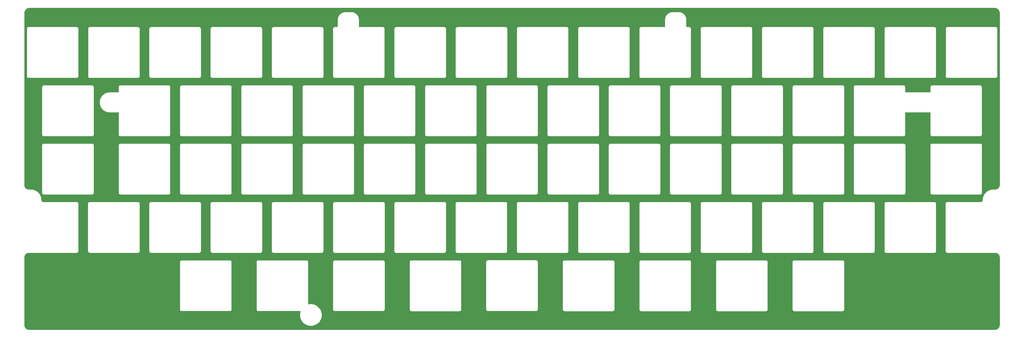
<source format=gbl>
%TF.GenerationSoftware,KiCad,Pcbnew,(6.0.1-0)*%
%TF.CreationDate,2022-03-20T09:15:38+09:00*%
%TF.ProjectId,keyplate,6b657970-6c61-4746-952e-6b696361645f,rev?*%
%TF.SameCoordinates,Original*%
%TF.FileFunction,Copper,L2,Bot*%
%TF.FilePolarity,Positive*%
%FSLAX46Y46*%
G04 Gerber Fmt 4.6, Leading zero omitted, Abs format (unit mm)*
G04 Created by KiCad (PCBNEW (6.0.1-0)) date 2022-03-20 09:15:38*
%MOMM*%
%LPD*%
G01*
G04 APERTURE LIST*
G04 APERTURE END LIST*
%TA.AperFunction,NonConductor*%
G36*
X168473808Y-18082789D02*
G01*
X298285588Y-18083277D01*
X298290432Y-18083370D01*
X298409955Y-18087968D01*
X298419553Y-18088705D01*
X298524997Y-18100871D01*
X298535431Y-18102521D01*
X298602218Y-18115971D01*
X298641917Y-18123966D01*
X298650416Y-18125988D01*
X298753769Y-18154389D01*
X298764790Y-18157971D01*
X298863337Y-18195103D01*
X298871225Y-18198386D01*
X298969084Y-18243072D01*
X298978671Y-18247955D01*
X299072158Y-18300724D01*
X299079844Y-18305433D01*
X299168757Y-18364385D01*
X299177636Y-18370846D01*
X299262203Y-18438215D01*
X299268722Y-18443782D01*
X299279515Y-18453654D01*
X299347976Y-18516276D01*
X299355920Y-18524221D01*
X299422536Y-18597073D01*
X299429207Y-18604369D01*
X299434351Y-18610361D01*
X299451000Y-18631035D01*
X299501866Y-18694197D01*
X299509009Y-18703997D01*
X299560990Y-18783048D01*
X299565935Y-18790569D01*
X299570562Y-18798179D01*
X299623853Y-18893275D01*
X299628495Y-18902414D01*
X299673252Y-19000200D01*
X299676690Y-19008476D01*
X299713981Y-19108120D01*
X299717427Y-19118740D01*
X299745993Y-19222172D01*
X299748051Y-19230793D01*
X299769792Y-19338538D01*
X299771356Y-19348220D01*
X299784219Y-19453790D01*
X299785053Y-19464232D01*
X299789572Y-19582820D01*
X299789663Y-19587618D01*
X299789663Y-69781226D01*
X299789624Y-69784349D01*
X299788420Y-69832936D01*
X299788040Y-69848245D01*
X299787733Y-69854456D01*
X299784128Y-69902906D01*
X299783591Y-69910120D01*
X299782978Y-69916289D01*
X299776126Y-69971433D01*
X299775214Y-69977543D01*
X299768920Y-70013608D01*
X299765683Y-70032157D01*
X299764473Y-70038208D01*
X299752309Y-70092151D01*
X299750813Y-70098101D01*
X299736045Y-70151320D01*
X299734264Y-70157180D01*
X299716939Y-70209543D01*
X299714878Y-70215298D01*
X299714239Y-70216955D01*
X299695012Y-70266777D01*
X299692667Y-70272438D01*
X299672261Y-70318502D01*
X299670343Y-70322831D01*
X299667732Y-70328358D01*
X299642947Y-70377659D01*
X299640060Y-70383066D01*
X299615793Y-70425983D01*
X299612894Y-70431109D01*
X299609739Y-70436383D01*
X299585384Y-70474927D01*
X299580213Y-70483111D01*
X299576785Y-70488252D01*
X299544938Y-70533569D01*
X299541255Y-70538545D01*
X299507159Y-70582322D01*
X299503231Y-70587118D01*
X299471742Y-70623673D01*
X299466824Y-70629382D01*
X299462640Y-70634002D01*
X299424033Y-70674573D01*
X299419639Y-70678967D01*
X299403029Y-70694773D01*
X299378970Y-70717667D01*
X299374353Y-70721848D01*
X299332066Y-70758280D01*
X299327280Y-70762203D01*
X299283363Y-70796415D01*
X299278424Y-70800071D01*
X299241747Y-70825853D01*
X299233050Y-70831966D01*
X299227922Y-70835387D01*
X299181146Y-70864953D01*
X299175871Y-70868109D01*
X299127801Y-70895300D01*
X299122372Y-70898198D01*
X299073087Y-70922982D01*
X299067532Y-70925608D01*
X299017149Y-70947937D01*
X299011470Y-70950290D01*
X298960014Y-70970152D01*
X298954231Y-70972224D01*
X298901887Y-70989548D01*
X298896000Y-70991338D01*
X298842808Y-71006104D01*
X298836829Y-71007607D01*
X298782884Y-71019775D01*
X298776826Y-71020986D01*
X298734120Y-71028440D01*
X298725627Y-71029923D01*
X298722258Y-71030511D01*
X298716131Y-71031426D01*
X298660977Y-71038279D01*
X298654849Y-71038889D01*
X298599172Y-71043032D01*
X298592973Y-71043339D01*
X298536219Y-71044746D01*
X298529055Y-71044924D01*
X298525933Y-71044963D01*
X297940432Y-71044963D01*
X297933828Y-71044790D01*
X297933412Y-71044768D01*
X297928579Y-71044138D01*
X297897160Y-71044917D01*
X297896878Y-71044924D01*
X297893755Y-71044963D01*
X297865129Y-71044963D01*
X297860693Y-71045598D01*
X297858805Y-71045733D01*
X297852980Y-71046013D01*
X297795533Y-71047437D01*
X297782323Y-71047071D01*
X297781297Y-71046989D01*
X297781053Y-71046969D01*
X297781052Y-71046969D01*
X297776212Y-71046580D01*
X297752363Y-71048354D01*
X297746176Y-71048660D01*
X297725383Y-71049176D01*
X297718553Y-71050328D01*
X297706963Y-71051733D01*
X297697649Y-71052426D01*
X297644092Y-71056410D01*
X297630865Y-71056697D01*
X297629663Y-71056660D01*
X297629656Y-71056660D01*
X297624786Y-71056510D01*
X297619949Y-71057111D01*
X297619947Y-71057111D01*
X297601033Y-71059460D01*
X297594854Y-71060073D01*
X297578540Y-71061287D01*
X297578525Y-71061289D01*
X297574065Y-71061621D01*
X297569691Y-71062583D01*
X297569685Y-71062584D01*
X297567357Y-71063096D01*
X297555824Y-71065077D01*
X297493817Y-71072780D01*
X297480597Y-71073719D01*
X297474572Y-71073829D01*
X297469777Y-71074666D01*
X297469775Y-71074666D01*
X297450932Y-71077954D01*
X297444807Y-71078869D01*
X297424082Y-71081443D01*
X297417498Y-71083236D01*
X297406088Y-71085779D01*
X297344960Y-71096446D01*
X297331800Y-71098033D01*
X297325821Y-71098436D01*
X297302360Y-71103726D01*
X297296325Y-71104932D01*
X297292328Y-71105629D01*
X297280112Y-71107761D01*
X297280107Y-71107762D01*
X297275702Y-71108531D01*
X297269260Y-71110630D01*
X297257968Y-71113737D01*
X297197800Y-71127305D01*
X297184718Y-71129537D01*
X297178803Y-71130227D01*
X297155583Y-71136671D01*
X297149634Y-71138166D01*
X297129175Y-71142779D01*
X297122967Y-71145144D01*
X297122887Y-71145175D01*
X297111713Y-71148845D01*
X297052583Y-71165253D01*
X297039601Y-71168128D01*
X297033758Y-71169101D01*
X297010864Y-71176675D01*
X297004998Y-71178458D01*
X296984765Y-71184073D01*
X296980664Y-71185870D01*
X296980663Y-71185870D01*
X296978625Y-71186763D01*
X296967643Y-71190975D01*
X296909537Y-71210200D01*
X296896711Y-71213703D01*
X296890945Y-71214955D01*
X296868436Y-71223642D01*
X296862667Y-71225707D01*
X296846978Y-71230897D01*
X296846969Y-71230901D01*
X296842712Y-71232309D01*
X296838696Y-71234308D01*
X296838688Y-71234311D01*
X296836731Y-71235285D01*
X296825946Y-71240038D01*
X296768950Y-71262031D01*
X296756309Y-71266157D01*
X296750613Y-71267688D01*
X296746163Y-71269659D01*
X296746147Y-71269665D01*
X296728554Y-71277459D01*
X296722886Y-71279807D01*
X296707449Y-71285764D01*
X296707440Y-71285768D01*
X296703271Y-71287377D01*
X296699368Y-71289563D01*
X296699359Y-71289567D01*
X296697434Y-71290645D01*
X296686906Y-71295910D01*
X296631054Y-71320653D01*
X296618624Y-71325392D01*
X296617641Y-71325708D01*
X296617633Y-71325711D01*
X296613007Y-71327200D01*
X296608664Y-71329383D01*
X296608657Y-71329386D01*
X296591464Y-71338029D01*
X296585923Y-71340648D01*
X296566690Y-71349168D01*
X296561025Y-71352714D01*
X296550766Y-71358487D01*
X296496091Y-71385971D01*
X296483913Y-71391307D01*
X296478379Y-71393391D01*
X296474149Y-71395782D01*
X296474146Y-71395784D01*
X296457395Y-71405255D01*
X296452002Y-71408134D01*
X296433209Y-71417581D01*
X296429541Y-71420134D01*
X296429536Y-71420137D01*
X296427721Y-71421401D01*
X296417758Y-71427667D01*
X296364325Y-71457878D01*
X296352422Y-71463801D01*
X296346985Y-71466158D01*
X296342874Y-71468755D01*
X296342869Y-71468758D01*
X296335926Y-71473145D01*
X296326619Y-71479026D01*
X296321369Y-71482166D01*
X296303081Y-71492506D01*
X296297750Y-71496616D01*
X296288123Y-71503347D01*
X296236009Y-71536273D01*
X296224424Y-71542765D01*
X296219067Y-71545406D01*
X296199409Y-71559218D01*
X296194276Y-71562640D01*
X296176554Y-71573837D01*
X296173139Y-71576747D01*
X296173135Y-71576750D01*
X296171399Y-71578229D01*
X296162116Y-71585420D01*
X296111389Y-71621061D01*
X296100153Y-71628103D01*
X296099146Y-71628662D01*
X296099141Y-71628665D01*
X296094892Y-71631026D01*
X296076871Y-71645059D01*
X296075950Y-71645776D01*
X296070969Y-71649461D01*
X296057552Y-71658887D01*
X296057547Y-71658891D01*
X296053875Y-71661471D01*
X296050605Y-71664546D01*
X296050604Y-71664547D01*
X296048922Y-71666129D01*
X296040015Y-71673757D01*
X296011740Y-71695773D01*
X295990726Y-71712136D01*
X295979868Y-71719709D01*
X295974715Y-71722914D01*
X295971023Y-71726093D01*
X295956552Y-71738553D01*
X295951765Y-71742474D01*
X295935303Y-71755292D01*
X295930545Y-71760229D01*
X295922047Y-71768262D01*
X295874278Y-71809393D01*
X295863834Y-71817472D01*
X295858795Y-71820963D01*
X295855271Y-71824314D01*
X295855269Y-71824316D01*
X295841470Y-71837439D01*
X295836864Y-71841608D01*
X295821092Y-71855188D01*
X295818143Y-71858566D01*
X295818140Y-71858569D01*
X295816549Y-71860391D01*
X295808466Y-71868826D01*
X295762181Y-71912844D01*
X295752209Y-71921383D01*
X295747172Y-71925260D01*
X295742337Y-71930344D01*
X295730860Y-71942411D01*
X295726392Y-71946879D01*
X295714750Y-71957951D01*
X295714747Y-71957955D01*
X295711494Y-71961048D01*
X295708715Y-71964569D01*
X295708712Y-71964572D01*
X295707069Y-71966654D01*
X295699469Y-71975420D01*
X295655454Y-72021700D01*
X295645851Y-72030790D01*
X295644903Y-72031597D01*
X295644897Y-72031603D01*
X295641196Y-72034755D01*
X295625561Y-72052913D01*
X295621436Y-72057469D01*
X295607081Y-72072564D01*
X295603084Y-72078186D01*
X295595875Y-72087390D01*
X295555044Y-72134809D01*
X295554745Y-72135156D01*
X295545589Y-72144723D01*
X295541172Y-72148877D01*
X295538182Y-72152717D01*
X295526448Y-72167785D01*
X295522530Y-72172569D01*
X295508915Y-72188381D01*
X295506504Y-72192154D01*
X295505226Y-72194154D01*
X295498469Y-72203717D01*
X295460086Y-72253009D01*
X295451397Y-72263031D01*
X295447223Y-72267362D01*
X295444426Y-72271342D01*
X295444425Y-72271344D01*
X295433414Y-72287015D01*
X295429733Y-72291989D01*
X295416901Y-72308468D01*
X295414675Y-72312361D01*
X295414674Y-72312363D01*
X295413529Y-72314366D01*
X295407241Y-72324266D01*
X295371579Y-72375021D01*
X295363388Y-72385461D01*
X295359465Y-72389953D01*
X295356865Y-72394068D01*
X295346621Y-72410281D01*
X295343199Y-72415413D01*
X295333732Y-72428887D01*
X295333728Y-72428893D01*
X295331154Y-72432557D01*
X295328085Y-72438595D01*
X295322293Y-72448784D01*
X295291019Y-72498281D01*
X295289364Y-72500901D01*
X295281684Y-72511744D01*
X295277997Y-72516407D01*
X295275603Y-72520641D01*
X295275599Y-72520647D01*
X295266159Y-72537343D01*
X295262999Y-72542627D01*
X295254894Y-72555456D01*
X295251780Y-72560384D01*
X295249953Y-72564462D01*
X295249943Y-72564480D01*
X295249024Y-72566532D01*
X295243724Y-72577020D01*
X295213522Y-72630434D01*
X295206376Y-72641647D01*
X295205760Y-72642509D01*
X295205756Y-72642516D01*
X295202935Y-72646465D01*
X295200754Y-72650803D01*
X295200750Y-72650810D01*
X295192108Y-72668001D01*
X295189216Y-72673422D01*
X295178877Y-72691707D01*
X295176435Y-72697960D01*
X295171653Y-72708693D01*
X295144170Y-72763364D01*
X295137571Y-72774925D01*
X295134383Y-72779883D01*
X295132412Y-72784332D01*
X295124613Y-72801936D01*
X295121987Y-72807492D01*
X295112550Y-72826264D01*
X295111124Y-72830517D01*
X295111120Y-72830526D01*
X295110420Y-72832613D01*
X295106160Y-72843586D01*
X295081418Y-72899432D01*
X295075395Y-72911294D01*
X295074880Y-72912187D01*
X295074874Y-72912199D01*
X295072446Y-72916413D01*
X295065057Y-72935561D01*
X295063767Y-72938903D01*
X295061417Y-72944577D01*
X295055114Y-72958805D01*
X295052898Y-72963807D01*
X295051078Y-72970263D01*
X295047369Y-72981395D01*
X295025367Y-73038412D01*
X295019928Y-73050553D01*
X295017236Y-73055800D01*
X295015706Y-73060423D01*
X295015706Y-73060424D01*
X295009661Y-73078695D01*
X295007590Y-73084477D01*
X295000023Y-73104087D01*
X294998792Y-73109442D01*
X294998526Y-73110599D01*
X294995355Y-73121933D01*
X294976129Y-73180039D01*
X294971292Y-73192423D01*
X294968851Y-73197814D01*
X294967548Y-73202509D01*
X294967547Y-73202512D01*
X294962407Y-73221035D01*
X294960621Y-73226911D01*
X294954025Y-73246846D01*
X294953234Y-73251259D01*
X294953234Y-73251260D01*
X294952840Y-73253456D01*
X294950228Y-73264922D01*
X294933819Y-73324053D01*
X294929596Y-73336651D01*
X294927409Y-73342187D01*
X294926340Y-73346927D01*
X294926338Y-73346934D01*
X294922110Y-73365686D01*
X294920613Y-73371642D01*
X294915005Y-73391852D01*
X294914311Y-73397222D01*
X294914143Y-73398524D01*
X294912096Y-73410093D01*
X294898532Y-73470244D01*
X294894935Y-73483016D01*
X294894581Y-73484060D01*
X294894579Y-73484069D01*
X294893012Y-73488685D01*
X294892174Y-73493486D01*
X294892173Y-73493491D01*
X294888880Y-73512360D01*
X294887670Y-73518415D01*
X294883065Y-73538836D01*
X294882709Y-73543302D01*
X294882709Y-73543303D01*
X294882527Y-73545586D01*
X294881051Y-73557234D01*
X294880940Y-73557870D01*
X294870391Y-73618319D01*
X294867429Y-73631238D01*
X294865772Y-73637043D01*
X294865174Y-73641860D01*
X294865173Y-73641863D01*
X294862813Y-73660861D01*
X294861899Y-73666983D01*
X294858309Y-73687555D01*
X294858172Y-73692044D01*
X294858101Y-73694363D01*
X294857199Y-73706045D01*
X294849496Y-73768054D01*
X294847174Y-73781097D01*
X294845796Y-73787016D01*
X294845435Y-73791869D01*
X294844020Y-73810892D01*
X294843406Y-73817075D01*
X294840837Y-73837748D01*
X294840929Y-73842681D01*
X294840965Y-73844613D01*
X294840640Y-73856310D01*
X294835962Y-73919186D01*
X294834290Y-73932301D01*
X294834066Y-73933535D01*
X294834065Y-73933549D01*
X294833198Y-73938331D01*
X294833077Y-73943193D01*
X294833077Y-73943198D01*
X294832607Y-73962189D01*
X294832298Y-73968421D01*
X294831087Y-73984692D01*
X294831087Y-73984703D01*
X294830755Y-73989164D01*
X294831059Y-73993631D01*
X294831059Y-73993634D01*
X294831225Y-73996073D01*
X294831477Y-74007750D01*
X294830027Y-74066233D01*
X294829691Y-74072824D01*
X294829657Y-74073270D01*
X294828909Y-74078072D01*
X294828909Y-74109803D01*
X294828870Y-74112925D01*
X294828161Y-74141527D01*
X294828224Y-74142057D01*
X294828235Y-74143138D01*
X294828127Y-74147476D01*
X294827819Y-74153682D01*
X294826192Y-74175566D01*
X294825578Y-74181756D01*
X294822888Y-74203411D01*
X294821974Y-74209535D01*
X294818230Y-74230994D01*
X294817018Y-74237057D01*
X294812242Y-74258235D01*
X294810748Y-74264181D01*
X294804940Y-74285105D01*
X294803158Y-74290963D01*
X294796345Y-74311545D01*
X294794285Y-74317295D01*
X294786461Y-74337559D01*
X294784121Y-74343203D01*
X294775345Y-74363000D01*
X294772714Y-74368565D01*
X294762970Y-74387933D01*
X294760072Y-74393359D01*
X294749376Y-74412260D01*
X294746223Y-74417527D01*
X294734989Y-74435291D01*
X294734588Y-74435925D01*
X294731172Y-74441044D01*
X294718609Y-74458909D01*
X294714923Y-74463885D01*
X294701457Y-74481162D01*
X294697524Y-74485960D01*
X294683155Y-74502633D01*
X294678974Y-74507248D01*
X294663633Y-74523365D01*
X294659232Y-74527766D01*
X294643226Y-74542999D01*
X294638616Y-74547174D01*
X294621998Y-74561495D01*
X294617214Y-74565417D01*
X294599981Y-74578844D01*
X294595023Y-74582514D01*
X294585656Y-74589099D01*
X294577219Y-74595030D01*
X294572080Y-74598457D01*
X294553752Y-74610042D01*
X294548467Y-74613204D01*
X294529594Y-74623880D01*
X294524157Y-74626783D01*
X294504811Y-74636510D01*
X294499261Y-74639133D01*
X294486493Y-74644791D01*
X294479468Y-74647904D01*
X294473822Y-74650243D01*
X294453592Y-74658052D01*
X294447825Y-74660117D01*
X294428062Y-74666656D01*
X294427243Y-74666927D01*
X294421361Y-74668715D01*
X294400461Y-74674515D01*
X294394503Y-74676012D01*
X294373292Y-74680794D01*
X294367258Y-74682000D01*
X294345797Y-74685744D01*
X294339690Y-74686656D01*
X294317984Y-74689351D01*
X294311802Y-74689964D01*
X294289921Y-74691591D01*
X294283700Y-74691899D01*
X294255674Y-74692594D01*
X294253761Y-74692641D01*
X294250641Y-74692680D01*
X284542540Y-74692680D01*
X284541770Y-74692678D01*
X284540916Y-74692673D01*
X284464186Y-74692204D01*
X284455557Y-74694670D01*
X284455552Y-74694671D01*
X284435790Y-74700319D01*
X284419029Y-74703897D01*
X284398686Y-74706810D01*
X284398676Y-74706813D01*
X284389793Y-74708085D01*
X284366443Y-74718701D01*
X284348931Y-74725144D01*
X284340895Y-74727441D01*
X284324273Y-74732192D01*
X284299290Y-74747954D01*
X284284224Y-74756084D01*
X284257328Y-74768313D01*
X284237899Y-74785054D01*
X284222891Y-74796159D01*
X284201207Y-74809840D01*
X284184723Y-74828505D01*
X284181657Y-74831976D01*
X284169465Y-74844020D01*
X284147091Y-74863299D01*
X284142212Y-74870827D01*
X284142209Y-74870830D01*
X284133142Y-74884819D01*
X284121852Y-74899693D01*
X284104882Y-74918908D01*
X284092328Y-74945646D01*
X284084014Y-74960615D01*
X284067945Y-74985407D01*
X284065373Y-74994007D01*
X284060599Y-75009970D01*
X284053937Y-75027416D01*
X284043039Y-75050628D01*
X284040598Y-75066306D01*
X284038496Y-75079808D01*
X284034712Y-75096529D01*
X284028824Y-75116216D01*
X284028823Y-75116219D01*
X284026251Y-75124821D01*
X284026049Y-75157955D01*
X284026041Y-75159226D01*
X284026008Y-75160008D01*
X284025838Y-75161103D01*
X284025838Y-75191978D01*
X284025836Y-75192748D01*
X284025362Y-75270332D01*
X284025746Y-75271676D01*
X284025838Y-75273021D01*
X284025838Y-88991905D01*
X284025836Y-88992675D01*
X284025362Y-89070259D01*
X284027828Y-89078888D01*
X284027829Y-89078893D01*
X284033477Y-89098655D01*
X284037055Y-89115416D01*
X284039968Y-89135759D01*
X284039971Y-89135769D01*
X284041243Y-89144652D01*
X284051859Y-89168002D01*
X284058302Y-89185514D01*
X284065350Y-89210172D01*
X284081112Y-89235155D01*
X284089242Y-89250221D01*
X284101471Y-89277117D01*
X284118212Y-89296546D01*
X284129317Y-89311554D01*
X284142998Y-89333238D01*
X284149726Y-89339180D01*
X284165134Y-89352788D01*
X284177178Y-89364980D01*
X284196457Y-89387354D01*
X284203985Y-89392233D01*
X284203988Y-89392236D01*
X284217977Y-89401303D01*
X284232851Y-89412593D01*
X284252066Y-89429563D01*
X284260192Y-89433378D01*
X284260193Y-89433379D01*
X284265859Y-89436039D01*
X284278804Y-89442117D01*
X284293773Y-89450431D01*
X284318565Y-89466500D01*
X284335488Y-89471561D01*
X284343128Y-89473846D01*
X284360574Y-89480508D01*
X284383786Y-89491406D01*
X284412968Y-89495950D01*
X284429687Y-89499733D01*
X284449374Y-89505621D01*
X284449377Y-89505622D01*
X284457979Y-89508194D01*
X284466954Y-89508249D01*
X284466955Y-89508249D01*
X284473648Y-89508290D01*
X284492394Y-89508404D01*
X284493166Y-89508437D01*
X284494261Y-89508607D01*
X284525136Y-89508607D01*
X284525906Y-89508609D01*
X284599554Y-89509059D01*
X284599555Y-89509059D01*
X284603490Y-89509083D01*
X284604834Y-89508699D01*
X284606179Y-89508607D01*
X298525944Y-89508607D01*
X298529058Y-89508646D01*
X298533994Y-89508768D01*
X298592999Y-89510228D01*
X298599217Y-89510535D01*
X298654904Y-89514672D01*
X298661074Y-89515284D01*
X298687337Y-89518542D01*
X298716253Y-89522130D01*
X298722371Y-89523042D01*
X298776982Y-89532559D01*
X298783027Y-89533765D01*
X298837022Y-89545928D01*
X298842956Y-89547418D01*
X298896163Y-89562169D01*
X298902047Y-89563956D01*
X298954409Y-89581265D01*
X298960195Y-89583335D01*
X299011634Y-89603170D01*
X299017284Y-89605508D01*
X299067684Y-89627823D01*
X299073241Y-89630448D01*
X299122525Y-89655211D01*
X299127949Y-89658104D01*
X299176012Y-89685271D01*
X299181286Y-89688426D01*
X299228013Y-89717943D01*
X299233109Y-89721340D01*
X299278497Y-89753231D01*
X299283450Y-89756897D01*
X299327327Y-89791068D01*
X299332107Y-89794984D01*
X299355495Y-89815130D01*
X299374378Y-89831395D01*
X299379002Y-89835581D01*
X299419518Y-89874133D01*
X299423981Y-89878598D01*
X299462525Y-89919143D01*
X299466672Y-89923727D01*
X299499067Y-89961366D01*
X299503082Y-89966031D01*
X299507012Y-89970831D01*
X299541174Y-90014720D01*
X299544853Y-90019694D01*
X299576719Y-90065064D01*
X299580140Y-90070198D01*
X299609689Y-90116982D01*
X299612848Y-90122265D01*
X299640026Y-90170346D01*
X299642920Y-90175771D01*
X299667690Y-90225061D01*
X299670312Y-90230611D01*
X299692661Y-90281069D01*
X299694997Y-90286710D01*
X299714856Y-90338177D01*
X299716926Y-90343958D01*
X299733136Y-90392957D01*
X299734255Y-90396341D01*
X299736033Y-90402188D01*
X299750810Y-90455442D01*
X299752304Y-90461387D01*
X299764475Y-90515360D01*
X299765685Y-90521416D01*
X299775209Y-90575991D01*
X299776124Y-90582116D01*
X299777176Y-90590581D01*
X299779877Y-90612318D01*
X299782979Y-90637287D01*
X299783589Y-90643428D01*
X299787731Y-90699082D01*
X299788039Y-90705305D01*
X299789624Y-90769230D01*
X299789663Y-90772353D01*
X299789663Y-110489771D01*
X299789570Y-110494624D01*
X299785071Y-110611353D01*
X299784235Y-110621773D01*
X299771350Y-110727290D01*
X299769800Y-110736886D01*
X299748063Y-110844851D01*
X299745976Y-110853595D01*
X299717274Y-110957286D01*
X299713949Y-110967562D01*
X299676691Y-111067826D01*
X299673051Y-111076594D01*
X299628842Y-111172698D01*
X299624223Y-111181758D01*
X299570681Y-111277057D01*
X299566124Y-111284545D01*
X299547488Y-111312888D01*
X299508272Y-111372531D01*
X299501457Y-111381923D01*
X299433479Y-111467063D01*
X299428148Y-111473309D01*
X299357131Y-111551204D01*
X299348453Y-111559839D01*
X299269732Y-111630887D01*
X299263851Y-111635875D01*
X299177158Y-111704939D01*
X299168482Y-111711266D01*
X299080034Y-111770147D01*
X299071951Y-111775099D01*
X299038807Y-111793721D01*
X298979031Y-111827307D01*
X298969656Y-111832071D01*
X298869374Y-111877864D01*
X298862263Y-111880850D01*
X298763603Y-111918739D01*
X298751821Y-111922610D01*
X298652439Y-111949922D01*
X298643108Y-111952108D01*
X298536700Y-111972806D01*
X298527082Y-111974294D01*
X298523511Y-111974706D01*
X298419554Y-111986698D01*
X298409960Y-111987435D01*
X298290418Y-111992033D01*
X298285576Y-111992126D01*
X178253237Y-111993031D01*
X16939660Y-111994247D01*
X16933153Y-111994079D01*
X16812543Y-111987842D01*
X16804622Y-111987181D01*
X16734044Y-111979038D01*
X16692936Y-111974295D01*
X16683324Y-111972808D01*
X16577460Y-111952219D01*
X16567905Y-111949971D01*
X16469047Y-111922610D01*
X16468833Y-111922551D01*
X16457564Y-111918852D01*
X16357369Y-111880648D01*
X16349947Y-111877543D01*
X16250346Y-111832068D01*
X16240966Y-111827302D01*
X16185990Y-111796414D01*
X16148055Y-111775101D01*
X16139965Y-111770144D01*
X16051520Y-111711261D01*
X16042846Y-111704937D01*
X15956180Y-111635899D01*
X15950256Y-111630873D01*
X15871558Y-111559829D01*
X15862890Y-111551205D01*
X15862890Y-111551204D01*
X15792988Y-111474555D01*
X15787204Y-111467743D01*
X15719003Y-111381383D01*
X15713002Y-111373116D01*
X15653384Y-111283563D01*
X15648419Y-111275458D01*
X15640730Y-111261772D01*
X15595774Y-111181758D01*
X15591162Y-111172712D01*
X15567256Y-111120744D01*
X15546947Y-111076594D01*
X15543316Y-111067845D01*
X15543254Y-111067677D01*
X15506080Y-110967601D01*
X15502761Y-110957338D01*
X15474053Y-110853598D01*
X15471969Y-110844868D01*
X15459554Y-110783219D01*
X15450637Y-110738937D01*
X15448988Y-110728511D01*
X15445641Y-110699495D01*
X15436568Y-110620855D01*
X15435868Y-110612138D01*
X15430467Y-110493324D01*
X15430337Y-110487602D01*
X15430337Y-106071983D01*
X60804373Y-106071983D01*
X60806839Y-106080612D01*
X60806840Y-106080617D01*
X60812488Y-106100379D01*
X60816066Y-106117140D01*
X60818979Y-106137483D01*
X60818982Y-106137493D01*
X60820254Y-106146376D01*
X60830870Y-106169726D01*
X60837313Y-106187238D01*
X60844361Y-106211896D01*
X60860123Y-106236879D01*
X60868253Y-106251945D01*
X60880482Y-106278841D01*
X60897223Y-106298270D01*
X60908328Y-106313278D01*
X60922009Y-106334962D01*
X60928737Y-106340904D01*
X60944145Y-106354512D01*
X60956189Y-106366704D01*
X60975468Y-106389078D01*
X60982996Y-106393957D01*
X60982999Y-106393960D01*
X60996988Y-106403027D01*
X61011862Y-106414317D01*
X61031077Y-106431287D01*
X61039203Y-106435102D01*
X61039204Y-106435103D01*
X61042095Y-106436460D01*
X61057815Y-106443841D01*
X61072784Y-106452155D01*
X61097576Y-106468224D01*
X61118040Y-106474344D01*
X61122139Y-106475570D01*
X61139585Y-106482232D01*
X61162797Y-106493130D01*
X61191979Y-106497674D01*
X61208698Y-106501457D01*
X61228385Y-106507345D01*
X61228388Y-106507346D01*
X61236990Y-106509918D01*
X61245965Y-106509973D01*
X61245966Y-106509973D01*
X61252659Y-106510014D01*
X61271405Y-106510128D01*
X61272177Y-106510161D01*
X61273272Y-106510331D01*
X61304147Y-106510331D01*
X61304917Y-106510333D01*
X61378565Y-106510783D01*
X61378566Y-106510783D01*
X61382501Y-106510807D01*
X61383845Y-106510423D01*
X61385190Y-106510331D01*
X75304098Y-106510331D01*
X75304869Y-106510333D01*
X75382452Y-106510807D01*
X75391081Y-106508341D01*
X75391086Y-106508340D01*
X75410848Y-106502692D01*
X75427609Y-106499114D01*
X75447952Y-106496201D01*
X75447962Y-106496198D01*
X75456845Y-106494926D01*
X75480195Y-106484310D01*
X75497707Y-106477867D01*
X75513737Y-106473285D01*
X75522365Y-106470819D01*
X75547348Y-106455057D01*
X75562414Y-106446927D01*
X75589310Y-106434698D01*
X75608739Y-106417957D01*
X75623747Y-106406852D01*
X75624223Y-106406552D01*
X75645431Y-106393171D01*
X75664982Y-106371034D01*
X75677174Y-106358990D01*
X75692749Y-106345570D01*
X75692750Y-106345568D01*
X75699547Y-106339712D01*
X75704426Y-106332184D01*
X75704429Y-106332181D01*
X75713496Y-106318192D01*
X75724786Y-106303318D01*
X75735812Y-106290833D01*
X75741756Y-106284103D01*
X75754310Y-106257365D01*
X75762624Y-106242396D01*
X75778693Y-106217604D01*
X75786039Y-106193040D01*
X75792701Y-106175595D01*
X75799783Y-106160510D01*
X75803599Y-106152383D01*
X75808143Y-106123201D01*
X75811926Y-106106482D01*
X75817814Y-106086795D01*
X75817815Y-106086792D01*
X75820387Y-106078190D01*
X75820425Y-106071983D01*
X83125628Y-106071983D01*
X83128094Y-106080612D01*
X83128095Y-106080617D01*
X83133743Y-106100379D01*
X83137321Y-106117140D01*
X83140234Y-106137483D01*
X83140237Y-106137493D01*
X83141509Y-106146376D01*
X83152125Y-106169726D01*
X83158568Y-106187238D01*
X83165616Y-106211896D01*
X83181378Y-106236879D01*
X83189508Y-106251945D01*
X83201737Y-106278841D01*
X83218478Y-106298270D01*
X83229583Y-106313278D01*
X83243264Y-106334962D01*
X83249992Y-106340904D01*
X83265400Y-106354512D01*
X83277444Y-106366704D01*
X83296723Y-106389078D01*
X83304251Y-106393957D01*
X83304254Y-106393960D01*
X83318243Y-106403027D01*
X83333117Y-106414317D01*
X83352332Y-106431287D01*
X83360458Y-106435102D01*
X83360459Y-106435103D01*
X83363350Y-106436460D01*
X83379070Y-106443841D01*
X83394039Y-106452155D01*
X83418831Y-106468224D01*
X83439295Y-106474344D01*
X83443394Y-106475570D01*
X83460840Y-106482232D01*
X83484052Y-106493130D01*
X83513234Y-106497674D01*
X83529953Y-106501457D01*
X83549640Y-106507345D01*
X83549643Y-106507346D01*
X83558245Y-106509918D01*
X83567220Y-106509973D01*
X83567221Y-106509973D01*
X83573914Y-106510014D01*
X83592660Y-106510128D01*
X83593432Y-106510161D01*
X83594527Y-106510331D01*
X83625402Y-106510331D01*
X83626172Y-106510333D01*
X83699820Y-106510783D01*
X83699821Y-106510783D01*
X83703756Y-106510807D01*
X83705100Y-106510423D01*
X83706445Y-106510331D01*
X95838604Y-106510331D01*
X95906725Y-106530333D01*
X95953218Y-106583989D01*
X95963322Y-106654263D01*
X95959478Y-106671906D01*
X95891659Y-106902336D01*
X95830329Y-107250151D01*
X95808153Y-107602634D01*
X95825406Y-107955392D01*
X95825968Y-107958860D01*
X95825968Y-107958863D01*
X95881310Y-108300554D01*
X95881873Y-108304029D01*
X95976850Y-108644199D01*
X96109153Y-108971662D01*
X96110822Y-108974749D01*
X96110824Y-108974753D01*
X96130691Y-109011496D01*
X96277134Y-109282336D01*
X96478699Y-109572350D01*
X96481012Y-109574992D01*
X96481015Y-109574996D01*
X96696104Y-109820690D01*
X96711335Y-109838088D01*
X96972143Y-110076238D01*
X97257872Y-110283832D01*
X97260938Y-110285574D01*
X97260940Y-110285575D01*
X97299535Y-110307500D01*
X97564960Y-110458283D01*
X97633367Y-110487602D01*
X97886348Y-110596030D01*
X97886352Y-110596031D01*
X97889580Y-110597415D01*
X97967224Y-110620857D01*
X98224310Y-110698476D01*
X98224315Y-110698477D01*
X98227686Y-110699495D01*
X98414348Y-110733754D01*
X98571592Y-110762614D01*
X98571596Y-110762615D01*
X98575064Y-110763251D01*
X98765539Y-110776571D01*
X98858425Y-110783066D01*
X98858429Y-110783066D01*
X98860615Y-110783219D01*
X99060573Y-110783219D01*
X99062302Y-110783122D01*
X99062314Y-110783122D01*
X99249835Y-110772638D01*
X99324182Y-110768481D01*
X99398072Y-110755984D01*
X99668949Y-110710169D01*
X99668957Y-110710167D01*
X99672417Y-110709582D01*
X100011915Y-110612232D01*
X100162728Y-110550071D01*
X100335201Y-110478983D01*
X100335208Y-110478979D01*
X100338446Y-110477645D01*
X100529772Y-110372463D01*
X100644861Y-110309193D01*
X100644865Y-110309190D01*
X100647940Y-110307500D01*
X100936540Y-110103915D01*
X101022623Y-110027487D01*
X101198020Y-109871763D01*
X101198026Y-109871757D01*
X101200647Y-109869430D01*
X101436971Y-109606966D01*
X101506174Y-109510304D01*
X101640513Y-109322662D01*
X101640517Y-109322655D01*
X101642565Y-109319795D01*
X101814867Y-109011496D01*
X101951730Y-108685912D01*
X101952720Y-108682549D01*
X101952723Y-108682540D01*
X102050456Y-108350468D01*
X102051447Y-108347102D01*
X102112777Y-107999287D01*
X102134953Y-107646804D01*
X102117700Y-107294046D01*
X102110031Y-107246693D01*
X102061796Y-106948884D01*
X102061795Y-106948881D01*
X102061233Y-106945409D01*
X101966256Y-106605239D01*
X101885269Y-106404789D01*
X101835272Y-106281040D01*
X101835270Y-106281036D01*
X101833953Y-106277776D01*
X101823874Y-106259134D01*
X101770547Y-106160510D01*
X101722681Y-106071983D01*
X105447237Y-106071983D01*
X105449703Y-106080612D01*
X105449704Y-106080617D01*
X105455352Y-106100379D01*
X105458930Y-106117140D01*
X105461843Y-106137483D01*
X105461846Y-106137493D01*
X105463118Y-106146376D01*
X105473734Y-106169726D01*
X105480177Y-106187238D01*
X105487225Y-106211896D01*
X105502987Y-106236879D01*
X105511117Y-106251945D01*
X105523346Y-106278841D01*
X105540087Y-106298270D01*
X105551192Y-106313278D01*
X105564873Y-106334962D01*
X105571601Y-106340904D01*
X105587009Y-106354512D01*
X105599053Y-106366704D01*
X105618332Y-106389078D01*
X105625860Y-106393957D01*
X105625863Y-106393960D01*
X105639852Y-106403027D01*
X105654726Y-106414317D01*
X105673941Y-106431287D01*
X105682067Y-106435102D01*
X105682068Y-106435103D01*
X105684959Y-106436460D01*
X105700679Y-106443841D01*
X105715648Y-106452155D01*
X105740440Y-106468224D01*
X105760904Y-106474344D01*
X105765003Y-106475570D01*
X105782449Y-106482232D01*
X105805661Y-106493130D01*
X105834843Y-106497674D01*
X105851562Y-106501457D01*
X105871249Y-106507345D01*
X105871252Y-106507346D01*
X105879854Y-106509918D01*
X105888829Y-106509973D01*
X105888830Y-106509973D01*
X105895523Y-106510014D01*
X105914269Y-106510128D01*
X105915041Y-106510161D01*
X105916136Y-106510331D01*
X105947011Y-106510331D01*
X105947781Y-106510333D01*
X106021429Y-106510783D01*
X106021430Y-106510783D01*
X106025365Y-106510807D01*
X106026709Y-106510423D01*
X106028054Y-106510331D01*
X119946950Y-106510331D01*
X119947721Y-106510333D01*
X120025304Y-106510807D01*
X120033933Y-106508341D01*
X120033938Y-106508340D01*
X120053700Y-106502692D01*
X120070461Y-106499114D01*
X120090804Y-106496201D01*
X120090814Y-106496198D01*
X120099697Y-106494926D01*
X120123047Y-106484310D01*
X120140559Y-106477867D01*
X120156589Y-106473285D01*
X120165217Y-106470819D01*
X120190200Y-106455057D01*
X120205266Y-106446927D01*
X120232162Y-106434698D01*
X120251591Y-106417957D01*
X120266599Y-106406852D01*
X120267075Y-106406552D01*
X120288283Y-106393171D01*
X120307834Y-106371034D01*
X120320026Y-106358990D01*
X120335601Y-106345570D01*
X120335602Y-106345568D01*
X120342399Y-106339712D01*
X120347278Y-106332184D01*
X120347281Y-106332181D01*
X120356348Y-106318192D01*
X120367638Y-106303318D01*
X120378664Y-106290833D01*
X120384608Y-106284103D01*
X120397162Y-106257365D01*
X120405476Y-106242396D01*
X120421545Y-106217604D01*
X120428891Y-106193040D01*
X120435553Y-106175595D01*
X120442635Y-106160510D01*
X120446451Y-106152383D01*
X120450995Y-106123201D01*
X120454778Y-106106482D01*
X120460666Y-106086795D01*
X120460667Y-106086792D01*
X120463239Y-106078190D01*
X120463266Y-106073745D01*
X127781535Y-106073745D01*
X127784001Y-106082374D01*
X127784002Y-106082379D01*
X127789650Y-106102141D01*
X127793228Y-106118902D01*
X127796141Y-106139245D01*
X127796144Y-106139255D01*
X127797416Y-106148138D01*
X127808032Y-106171488D01*
X127814475Y-106189000D01*
X127815630Y-106193041D01*
X127821523Y-106213658D01*
X127826309Y-106221243D01*
X127826309Y-106221244D01*
X127827656Y-106223379D01*
X127837285Y-106238641D01*
X127845415Y-106253707D01*
X127857644Y-106280603D01*
X127874385Y-106300032D01*
X127885490Y-106315040D01*
X127899171Y-106336724D01*
X127906546Y-106343237D01*
X127921307Y-106356274D01*
X127933351Y-106368466D01*
X127952630Y-106390840D01*
X127960158Y-106395719D01*
X127960161Y-106395722D01*
X127974150Y-106404789D01*
X127989024Y-106416079D01*
X127993154Y-106419726D01*
X128008239Y-106433049D01*
X128016365Y-106436864D01*
X128016366Y-106436865D01*
X128020121Y-106438628D01*
X128034977Y-106445603D01*
X128049946Y-106453917D01*
X128074738Y-106469986D01*
X128097556Y-106476810D01*
X128099301Y-106477332D01*
X128116747Y-106483994D01*
X128139959Y-106494892D01*
X128169141Y-106499436D01*
X128185860Y-106503219D01*
X128205547Y-106509107D01*
X128205550Y-106509108D01*
X128214152Y-106511680D01*
X128223127Y-106511735D01*
X128223128Y-106511735D01*
X128229821Y-106511776D01*
X128248567Y-106511890D01*
X128249339Y-106511923D01*
X128250434Y-106512093D01*
X128281309Y-106512093D01*
X128282079Y-106512095D01*
X128355727Y-106512545D01*
X128355728Y-106512545D01*
X128359663Y-106512569D01*
X128361007Y-106512185D01*
X128362352Y-106512093D01*
X142281255Y-106512093D01*
X142282026Y-106512095D01*
X142359609Y-106512569D01*
X142368238Y-106510103D01*
X142368243Y-106510102D01*
X142388005Y-106504454D01*
X142404766Y-106500876D01*
X142425109Y-106497963D01*
X142425119Y-106497960D01*
X142434002Y-106496688D01*
X142457352Y-106486072D01*
X142474864Y-106479629D01*
X142490894Y-106475047D01*
X142499522Y-106472581D01*
X142524505Y-106456819D01*
X142539571Y-106448689D01*
X142566467Y-106436460D01*
X142585896Y-106419719D01*
X142600904Y-106408614D01*
X142614996Y-106399723D01*
X142622588Y-106394933D01*
X142642139Y-106372796D01*
X142654331Y-106360752D01*
X142669906Y-106347332D01*
X142669907Y-106347330D01*
X142676704Y-106341474D01*
X142681583Y-106333946D01*
X142681586Y-106333943D01*
X142690653Y-106319954D01*
X142701943Y-106305080D01*
X142712969Y-106292595D01*
X142718913Y-106285865D01*
X142731467Y-106259127D01*
X142739781Y-106244158D01*
X142755850Y-106219366D01*
X142763196Y-106194802D01*
X142769858Y-106177357D01*
X142774271Y-106167957D01*
X142780756Y-106154145D01*
X142785300Y-106124963D01*
X142789083Y-106108244D01*
X142794971Y-106088557D01*
X142794972Y-106088554D01*
X142797544Y-106079952D01*
X142797604Y-106070228D01*
X150085146Y-106070228D01*
X150087612Y-106078857D01*
X150087613Y-106078862D01*
X150093261Y-106098624D01*
X150096839Y-106115385D01*
X150099752Y-106135728D01*
X150099755Y-106135738D01*
X150101027Y-106144621D01*
X150111643Y-106167971D01*
X150118086Y-106185483D01*
X150125134Y-106210141D01*
X150140896Y-106235124D01*
X150149026Y-106250190D01*
X150161255Y-106277086D01*
X150177996Y-106296515D01*
X150189101Y-106311523D01*
X150202782Y-106333207D01*
X150212143Y-106341474D01*
X150224918Y-106352757D01*
X150236963Y-106364950D01*
X150245244Y-106374560D01*
X150256241Y-106387323D01*
X150263769Y-106392202D01*
X150263772Y-106392205D01*
X150277761Y-106401272D01*
X150292635Y-106412562D01*
X150311850Y-106429532D01*
X150319976Y-106433347D01*
X150319977Y-106433348D01*
X150323715Y-106435103D01*
X150338588Y-106442086D01*
X150353557Y-106450400D01*
X150378349Y-106466469D01*
X150395272Y-106471530D01*
X150402912Y-106473815D01*
X150420358Y-106480477D01*
X150443570Y-106491375D01*
X150472752Y-106495919D01*
X150489471Y-106499702D01*
X150509158Y-106505590D01*
X150509161Y-106505591D01*
X150517763Y-106508163D01*
X150526738Y-106508218D01*
X150526739Y-106508218D01*
X150533432Y-106508259D01*
X150552178Y-106508373D01*
X150552950Y-106508406D01*
X150554045Y-106508576D01*
X150584920Y-106508576D01*
X150585690Y-106508578D01*
X150659338Y-106509028D01*
X150659339Y-106509028D01*
X150663274Y-106509052D01*
X150664618Y-106508668D01*
X150665963Y-106508576D01*
X164584875Y-106508576D01*
X164585646Y-106508578D01*
X164663229Y-106509052D01*
X164671858Y-106506586D01*
X164671863Y-106506585D01*
X164691625Y-106500937D01*
X164708386Y-106497359D01*
X164728729Y-106494446D01*
X164728739Y-106494443D01*
X164737622Y-106493171D01*
X164760972Y-106482555D01*
X164778484Y-106476112D01*
X164794514Y-106471530D01*
X164803142Y-106469064D01*
X164828125Y-106453302D01*
X164843191Y-106445172D01*
X164870087Y-106432943D01*
X164889516Y-106416202D01*
X164904524Y-106405097D01*
X164918616Y-106396206D01*
X164926208Y-106391416D01*
X164945759Y-106369279D01*
X164957951Y-106357235D01*
X164973526Y-106343815D01*
X164973527Y-106343813D01*
X164980324Y-106337957D01*
X164985203Y-106330429D01*
X164985206Y-106330426D01*
X164994273Y-106316437D01*
X165005563Y-106301563D01*
X165016589Y-106289078D01*
X165022533Y-106282348D01*
X165035087Y-106255610D01*
X165043401Y-106240641D01*
X165059470Y-106215849D01*
X165066816Y-106191285D01*
X165073478Y-106173840D01*
X165080560Y-106158755D01*
X165084376Y-106150628D01*
X165088920Y-106121446D01*
X165092703Y-106104727D01*
X165098591Y-106085040D01*
X165098592Y-106085037D01*
X165101164Y-106076435D01*
X165101180Y-106073745D01*
X172426867Y-106073745D01*
X172429333Y-106082374D01*
X172429334Y-106082379D01*
X172434982Y-106102141D01*
X172438560Y-106118902D01*
X172441473Y-106139245D01*
X172441476Y-106139255D01*
X172442748Y-106148138D01*
X172453364Y-106171488D01*
X172459807Y-106189000D01*
X172460962Y-106193041D01*
X172466855Y-106213658D01*
X172471641Y-106221243D01*
X172471641Y-106221244D01*
X172472988Y-106223379D01*
X172482617Y-106238641D01*
X172490747Y-106253707D01*
X172502976Y-106280603D01*
X172519717Y-106300032D01*
X172530822Y-106315040D01*
X172544503Y-106336724D01*
X172551878Y-106343237D01*
X172566639Y-106356274D01*
X172578683Y-106368466D01*
X172597962Y-106390840D01*
X172605490Y-106395719D01*
X172605493Y-106395722D01*
X172619482Y-106404789D01*
X172634356Y-106416079D01*
X172638486Y-106419726D01*
X172653571Y-106433049D01*
X172661697Y-106436864D01*
X172661698Y-106436865D01*
X172665453Y-106438628D01*
X172680309Y-106445603D01*
X172695278Y-106453917D01*
X172720070Y-106469986D01*
X172742888Y-106476810D01*
X172744633Y-106477332D01*
X172762079Y-106483994D01*
X172785291Y-106494892D01*
X172814473Y-106499436D01*
X172831192Y-106503219D01*
X172850879Y-106509107D01*
X172850882Y-106509108D01*
X172859484Y-106511680D01*
X172868459Y-106511735D01*
X172868460Y-106511735D01*
X172875153Y-106511776D01*
X172893899Y-106511890D01*
X172894671Y-106511923D01*
X172895766Y-106512093D01*
X172926641Y-106512093D01*
X172927411Y-106512095D01*
X173001059Y-106512545D01*
X173001060Y-106512545D01*
X173004995Y-106512569D01*
X173006339Y-106512185D01*
X173007684Y-106512093D01*
X186926595Y-106512093D01*
X186927366Y-106512095D01*
X187004949Y-106512569D01*
X187013578Y-106510103D01*
X187013583Y-106510102D01*
X187033345Y-106504454D01*
X187050106Y-106500876D01*
X187070449Y-106497963D01*
X187070459Y-106497960D01*
X187079342Y-106496688D01*
X187102692Y-106486072D01*
X187120204Y-106479629D01*
X187136234Y-106475047D01*
X187144862Y-106472581D01*
X187169845Y-106456819D01*
X187184911Y-106448689D01*
X187211807Y-106436460D01*
X187231236Y-106419719D01*
X187246244Y-106408614D01*
X187260336Y-106399723D01*
X187267928Y-106394933D01*
X187287479Y-106372796D01*
X187299671Y-106360752D01*
X187315246Y-106347332D01*
X187315247Y-106347330D01*
X187322044Y-106341474D01*
X187326923Y-106333946D01*
X187326926Y-106333943D01*
X187335993Y-106319954D01*
X187347283Y-106305080D01*
X187358309Y-106292595D01*
X187364253Y-106285865D01*
X187376807Y-106259127D01*
X187385121Y-106244158D01*
X187401190Y-106219366D01*
X187408536Y-106194802D01*
X187415198Y-106177357D01*
X187419611Y-106167957D01*
X187426096Y-106154145D01*
X187430640Y-106124963D01*
X187434423Y-106108244D01*
X187440311Y-106088557D01*
X187440312Y-106088554D01*
X187442884Y-106079952D01*
X187442922Y-106073745D01*
X194750933Y-106073745D01*
X194753399Y-106082374D01*
X194753400Y-106082379D01*
X194759048Y-106102141D01*
X194762626Y-106118902D01*
X194765539Y-106139245D01*
X194765542Y-106139255D01*
X194766814Y-106148138D01*
X194777430Y-106171488D01*
X194783873Y-106189000D01*
X194785028Y-106193041D01*
X194790921Y-106213658D01*
X194795707Y-106221243D01*
X194795707Y-106221244D01*
X194797054Y-106223379D01*
X194806683Y-106238641D01*
X194814813Y-106253707D01*
X194827042Y-106280603D01*
X194843783Y-106300032D01*
X194854888Y-106315040D01*
X194868569Y-106336724D01*
X194875944Y-106343237D01*
X194890705Y-106356274D01*
X194902749Y-106368466D01*
X194922028Y-106390840D01*
X194929556Y-106395719D01*
X194929559Y-106395722D01*
X194943548Y-106404789D01*
X194958422Y-106416079D01*
X194962552Y-106419726D01*
X194977637Y-106433049D01*
X194985763Y-106436864D01*
X194985764Y-106436865D01*
X194989519Y-106438628D01*
X195004375Y-106445603D01*
X195019344Y-106453917D01*
X195044136Y-106469986D01*
X195066954Y-106476810D01*
X195068699Y-106477332D01*
X195086145Y-106483994D01*
X195109357Y-106494892D01*
X195138539Y-106499436D01*
X195155258Y-106503219D01*
X195174945Y-106509107D01*
X195174948Y-106509108D01*
X195183550Y-106511680D01*
X195192525Y-106511735D01*
X195192526Y-106511735D01*
X195199219Y-106511776D01*
X195217965Y-106511890D01*
X195218737Y-106511923D01*
X195219832Y-106512093D01*
X195250707Y-106512093D01*
X195251477Y-106512095D01*
X195325125Y-106512545D01*
X195325126Y-106512545D01*
X195329061Y-106512569D01*
X195330405Y-106512185D01*
X195331750Y-106512093D01*
X209250646Y-106512093D01*
X209251417Y-106512095D01*
X209329000Y-106512569D01*
X209337629Y-106510103D01*
X209337634Y-106510102D01*
X209357396Y-106504454D01*
X209374157Y-106500876D01*
X209394500Y-106497963D01*
X209394510Y-106497960D01*
X209403393Y-106496688D01*
X209426743Y-106486072D01*
X209444255Y-106479629D01*
X209460285Y-106475047D01*
X209468913Y-106472581D01*
X209493896Y-106456819D01*
X209508962Y-106448689D01*
X209535858Y-106436460D01*
X209555287Y-106419719D01*
X209570295Y-106408614D01*
X209584387Y-106399723D01*
X209591979Y-106394933D01*
X209611530Y-106372796D01*
X209623722Y-106360752D01*
X209639297Y-106347332D01*
X209639298Y-106347330D01*
X209646095Y-106341474D01*
X209650974Y-106333946D01*
X209650977Y-106333943D01*
X209660044Y-106319954D01*
X209671334Y-106305080D01*
X209682360Y-106292595D01*
X209688304Y-106285865D01*
X209700858Y-106259127D01*
X209709172Y-106244158D01*
X209725241Y-106219366D01*
X209732587Y-106194802D01*
X209739249Y-106177357D01*
X209743662Y-106167957D01*
X209750147Y-106154145D01*
X209754691Y-106124963D01*
X209758474Y-106108244D01*
X209764362Y-106088557D01*
X209764363Y-106088554D01*
X209766935Y-106079952D01*
X209766962Y-106075508D01*
X217079943Y-106075508D01*
X217082409Y-106084137D01*
X217082410Y-106084142D01*
X217088058Y-106103904D01*
X217091636Y-106120665D01*
X217094549Y-106141008D01*
X217094552Y-106141018D01*
X217095824Y-106149901D01*
X217106440Y-106173251D01*
X217112883Y-106190763D01*
X217113534Y-106193041D01*
X217119931Y-106215421D01*
X217135693Y-106240404D01*
X217143823Y-106255470D01*
X217156052Y-106282366D01*
X217172793Y-106301795D01*
X217183898Y-106316803D01*
X217197579Y-106338487D01*
X217204307Y-106344429D01*
X217219715Y-106358037D01*
X217231759Y-106370229D01*
X217251038Y-106392603D01*
X217258566Y-106397482D01*
X217258569Y-106397485D01*
X217272558Y-106406552D01*
X217287432Y-106417842D01*
X217306647Y-106434812D01*
X217314773Y-106438627D01*
X217314774Y-106438628D01*
X217318069Y-106440175D01*
X217333385Y-106447366D01*
X217348354Y-106455680D01*
X217373146Y-106471749D01*
X217394894Y-106478253D01*
X217397709Y-106479095D01*
X217415155Y-106485757D01*
X217438367Y-106496655D01*
X217467549Y-106501199D01*
X217484268Y-106504982D01*
X217503955Y-106510870D01*
X217503958Y-106510871D01*
X217512560Y-106513443D01*
X217521535Y-106513498D01*
X217521536Y-106513498D01*
X217528229Y-106513539D01*
X217546975Y-106513653D01*
X217547747Y-106513686D01*
X217548842Y-106513856D01*
X217579717Y-106513856D01*
X217580487Y-106513858D01*
X217654135Y-106514308D01*
X217654136Y-106514308D01*
X217658071Y-106514332D01*
X217659415Y-106513948D01*
X217660760Y-106513856D01*
X231579687Y-106513856D01*
X231580458Y-106513858D01*
X231658041Y-106514332D01*
X231666670Y-106511866D01*
X231666675Y-106511865D01*
X231686437Y-106506217D01*
X231703198Y-106502639D01*
X231723541Y-106499726D01*
X231723551Y-106499723D01*
X231732434Y-106498451D01*
X231755784Y-106487835D01*
X231773296Y-106481392D01*
X231789326Y-106476810D01*
X231797954Y-106474344D01*
X231822937Y-106458582D01*
X231838003Y-106450452D01*
X231864899Y-106438223D01*
X231884328Y-106421482D01*
X231899336Y-106410377D01*
X231913428Y-106401486D01*
X231921020Y-106396696D01*
X231940571Y-106374559D01*
X231952763Y-106362515D01*
X231968338Y-106349095D01*
X231968339Y-106349093D01*
X231975136Y-106343237D01*
X231980015Y-106335709D01*
X231980018Y-106335706D01*
X231989085Y-106321717D01*
X232000375Y-106306843D01*
X232011401Y-106294358D01*
X232017345Y-106287628D01*
X232021989Y-106277738D01*
X232026131Y-106268915D01*
X232029899Y-106260890D01*
X232038213Y-106245921D01*
X232054282Y-106221129D01*
X232061628Y-106196565D01*
X232068290Y-106179120D01*
X232075372Y-106164035D01*
X232079188Y-106155908D01*
X232083732Y-106126726D01*
X232087515Y-106110007D01*
X232093403Y-106090320D01*
X232093404Y-106090317D01*
X232095976Y-106081715D01*
X232096025Y-106073745D01*
X239396258Y-106073745D01*
X239398724Y-106082374D01*
X239398725Y-106082379D01*
X239404373Y-106102141D01*
X239407951Y-106118902D01*
X239410864Y-106139245D01*
X239410867Y-106139255D01*
X239412139Y-106148138D01*
X239422755Y-106171488D01*
X239429198Y-106189000D01*
X239430353Y-106193041D01*
X239436246Y-106213658D01*
X239441032Y-106221243D01*
X239441032Y-106221244D01*
X239442379Y-106223379D01*
X239452008Y-106238641D01*
X239460138Y-106253707D01*
X239472367Y-106280603D01*
X239489108Y-106300032D01*
X239500213Y-106315040D01*
X239513894Y-106336724D01*
X239521269Y-106343237D01*
X239536030Y-106356274D01*
X239548074Y-106368466D01*
X239567353Y-106390840D01*
X239574881Y-106395719D01*
X239574884Y-106395722D01*
X239588873Y-106404789D01*
X239603747Y-106416079D01*
X239607877Y-106419726D01*
X239622962Y-106433049D01*
X239631088Y-106436864D01*
X239631089Y-106436865D01*
X239634844Y-106438628D01*
X239649700Y-106445603D01*
X239664669Y-106453917D01*
X239689461Y-106469986D01*
X239712279Y-106476810D01*
X239714024Y-106477332D01*
X239731470Y-106483994D01*
X239754682Y-106494892D01*
X239783864Y-106499436D01*
X239800583Y-106503219D01*
X239820270Y-106509107D01*
X239820273Y-106509108D01*
X239828875Y-106511680D01*
X239837850Y-106511735D01*
X239837851Y-106511735D01*
X239844544Y-106511776D01*
X239863290Y-106511890D01*
X239864062Y-106511923D01*
X239865157Y-106512093D01*
X239896032Y-106512093D01*
X239896802Y-106512095D01*
X239970450Y-106512545D01*
X239970451Y-106512545D01*
X239974386Y-106512569D01*
X239975730Y-106512185D01*
X239977075Y-106512093D01*
X253895986Y-106512093D01*
X253896757Y-106512095D01*
X253974340Y-106512569D01*
X253982969Y-106510103D01*
X253982974Y-106510102D01*
X254002736Y-106504454D01*
X254019497Y-106500876D01*
X254039840Y-106497963D01*
X254039850Y-106497960D01*
X254048733Y-106496688D01*
X254072083Y-106486072D01*
X254089595Y-106479629D01*
X254105625Y-106475047D01*
X254114253Y-106472581D01*
X254139236Y-106456819D01*
X254154302Y-106448689D01*
X254181198Y-106436460D01*
X254200627Y-106419719D01*
X254215635Y-106408614D01*
X254229727Y-106399723D01*
X254237319Y-106394933D01*
X254256870Y-106372796D01*
X254269062Y-106360752D01*
X254284637Y-106347332D01*
X254284638Y-106347330D01*
X254291435Y-106341474D01*
X254296314Y-106333946D01*
X254296317Y-106333943D01*
X254305384Y-106319954D01*
X254316674Y-106305080D01*
X254327700Y-106292595D01*
X254333644Y-106285865D01*
X254346198Y-106259127D01*
X254354512Y-106244158D01*
X254370581Y-106219366D01*
X254377927Y-106194802D01*
X254384589Y-106177357D01*
X254389002Y-106167957D01*
X254395487Y-106154145D01*
X254400031Y-106124963D01*
X254403814Y-106108244D01*
X254409702Y-106088557D01*
X254409703Y-106088554D01*
X254412275Y-106079952D01*
X254412335Y-106070228D01*
X254412389Y-106061254D01*
X254412485Y-106045537D01*
X254412518Y-106044765D01*
X254412688Y-106043670D01*
X254412688Y-106012795D01*
X254412690Y-106012025D01*
X254413140Y-105938377D01*
X254413140Y-105938376D01*
X254413164Y-105934441D01*
X254412780Y-105933097D01*
X254412688Y-105931752D01*
X254412688Y-92213227D01*
X254412690Y-92212457D01*
X254412981Y-92164834D01*
X254413164Y-92134873D01*
X254410698Y-92126244D01*
X254410697Y-92126239D01*
X254405049Y-92106477D01*
X254401471Y-92089716D01*
X254398558Y-92069373D01*
X254398555Y-92069363D01*
X254397283Y-92060480D01*
X254386667Y-92037130D01*
X254380224Y-92019618D01*
X254375642Y-92003588D01*
X254373176Y-91994960D01*
X254357414Y-91969977D01*
X254349284Y-91954911D01*
X254337055Y-91928015D01*
X254320314Y-91908586D01*
X254309209Y-91893578D01*
X254300318Y-91879486D01*
X254295528Y-91871894D01*
X254273391Y-91852343D01*
X254261347Y-91840151D01*
X254247927Y-91824576D01*
X254247925Y-91824575D01*
X254242069Y-91817778D01*
X254234541Y-91812899D01*
X254234538Y-91812896D01*
X254220549Y-91803829D01*
X254205675Y-91792539D01*
X254197554Y-91785367D01*
X254186460Y-91775569D01*
X254178334Y-91771754D01*
X254178333Y-91771753D01*
X254171687Y-91768633D01*
X254159722Y-91763015D01*
X254144753Y-91754701D01*
X254119961Y-91738632D01*
X254095397Y-91731286D01*
X254077952Y-91724624D01*
X254069745Y-91720771D01*
X254054740Y-91713726D01*
X254025558Y-91709182D01*
X254008839Y-91705399D01*
X253989152Y-91699511D01*
X253989149Y-91699510D01*
X253980547Y-91696938D01*
X253971572Y-91696883D01*
X253971571Y-91696883D01*
X253964878Y-91696842D01*
X253946132Y-91696728D01*
X253945360Y-91696695D01*
X253944265Y-91696525D01*
X253913390Y-91696525D01*
X253912620Y-91696523D01*
X253838972Y-91696073D01*
X253838971Y-91696073D01*
X253835036Y-91696049D01*
X253833692Y-91696433D01*
X253832347Y-91696525D01*
X239913436Y-91696525D01*
X239912666Y-91696523D01*
X239911812Y-91696518D01*
X239835082Y-91696049D01*
X239826453Y-91698515D01*
X239826448Y-91698516D01*
X239806686Y-91704164D01*
X239789925Y-91707742D01*
X239769582Y-91710655D01*
X239769572Y-91710658D01*
X239760689Y-91711930D01*
X239737339Y-91722546D01*
X239719827Y-91728989D01*
X239711791Y-91731286D01*
X239695169Y-91736037D01*
X239670186Y-91751799D01*
X239655120Y-91759929D01*
X239628224Y-91772158D01*
X239608795Y-91788899D01*
X239593787Y-91800004D01*
X239572103Y-91813685D01*
X239565598Y-91821051D01*
X239552553Y-91835821D01*
X239540360Y-91847866D01*
X239526840Y-91859516D01*
X239517987Y-91867144D01*
X239513108Y-91874672D01*
X239513105Y-91874675D01*
X239504038Y-91888664D01*
X239492748Y-91903538D01*
X239475778Y-91922753D01*
X239471963Y-91930879D01*
X239471962Y-91930880D01*
X239471126Y-91932661D01*
X239463224Y-91949491D01*
X239454910Y-91964460D01*
X239438841Y-91989252D01*
X239436269Y-91997852D01*
X239431495Y-92013815D01*
X239424833Y-92031261D01*
X239413935Y-92054473D01*
X239409392Y-92083653D01*
X239405608Y-92100374D01*
X239399720Y-92120061D01*
X239399719Y-92120064D01*
X239397147Y-92128666D01*
X239396948Y-92161301D01*
X239396937Y-92163071D01*
X239396904Y-92163853D01*
X239396734Y-92164948D01*
X239396734Y-92195823D01*
X239396732Y-92196593D01*
X239396258Y-92274177D01*
X239396642Y-92275521D01*
X239396734Y-92276866D01*
X239396734Y-105995391D01*
X239396732Y-105996161D01*
X239396258Y-106073745D01*
X232096025Y-106073745D01*
X232096036Y-106071983D01*
X232096186Y-106047310D01*
X232096219Y-106046528D01*
X232096389Y-106045433D01*
X232096389Y-106014558D01*
X232096391Y-106013788D01*
X232096841Y-105940140D01*
X232096841Y-105940139D01*
X232096865Y-105936204D01*
X232096481Y-105934860D01*
X232096389Y-105933515D01*
X232096389Y-92214990D01*
X232096391Y-92214220D01*
X232096503Y-92195823D01*
X232096865Y-92136636D01*
X232094399Y-92128007D01*
X232094398Y-92128002D01*
X232088750Y-92108240D01*
X232085172Y-92091479D01*
X232082259Y-92071136D01*
X232082256Y-92071126D01*
X232080984Y-92062243D01*
X232070368Y-92038893D01*
X232063925Y-92021381D01*
X232059343Y-92005351D01*
X232056877Y-91996723D01*
X232050979Y-91987374D01*
X232048525Y-91983485D01*
X232041115Y-91971740D01*
X232032985Y-91956674D01*
X232020756Y-91929778D01*
X232004015Y-91910349D01*
X231992910Y-91895341D01*
X231984019Y-91881249D01*
X231979229Y-91873657D01*
X231957092Y-91854106D01*
X231945048Y-91841914D01*
X231931628Y-91826339D01*
X231931626Y-91826338D01*
X231925770Y-91819541D01*
X231918242Y-91814662D01*
X231918239Y-91814659D01*
X231904250Y-91805592D01*
X231889376Y-91794302D01*
X231876891Y-91783276D01*
X231870161Y-91777332D01*
X231862035Y-91773517D01*
X231862034Y-91773516D01*
X231855371Y-91770388D01*
X231843423Y-91764778D01*
X231828454Y-91756464D01*
X231803662Y-91740395D01*
X231779098Y-91733049D01*
X231761653Y-91726387D01*
X231753461Y-91722541D01*
X231738441Y-91715489D01*
X231709259Y-91710945D01*
X231692540Y-91707162D01*
X231672853Y-91701274D01*
X231672850Y-91701273D01*
X231664248Y-91698701D01*
X231655273Y-91698646D01*
X231655272Y-91698646D01*
X231648579Y-91698605D01*
X231629833Y-91698491D01*
X231629061Y-91698458D01*
X231627966Y-91698288D01*
X231597091Y-91698288D01*
X231596321Y-91698286D01*
X231522673Y-91697836D01*
X231522672Y-91697836D01*
X231518737Y-91697812D01*
X231517393Y-91698196D01*
X231516048Y-91698288D01*
X217597121Y-91698288D01*
X217596351Y-91698286D01*
X217595497Y-91698281D01*
X217518767Y-91697812D01*
X217510138Y-91700278D01*
X217510133Y-91700279D01*
X217490371Y-91705927D01*
X217473610Y-91709505D01*
X217453267Y-91712418D01*
X217453257Y-91712421D01*
X217444374Y-91713693D01*
X217421024Y-91724309D01*
X217403512Y-91730752D01*
X217395476Y-91733049D01*
X217378854Y-91737800D01*
X217353871Y-91753562D01*
X217338805Y-91761692D01*
X217311909Y-91773921D01*
X217292480Y-91790662D01*
X217277472Y-91801767D01*
X217255788Y-91815448D01*
X217249846Y-91822176D01*
X217236238Y-91837584D01*
X217224045Y-91849629D01*
X217212571Y-91859516D01*
X217201672Y-91868907D01*
X217196793Y-91876435D01*
X217196790Y-91876438D01*
X217187723Y-91890427D01*
X217176433Y-91905301D01*
X217159463Y-91924516D01*
X217146909Y-91951254D01*
X217138595Y-91966223D01*
X217122526Y-91991015D01*
X217119954Y-91999615D01*
X217115180Y-92015578D01*
X217108518Y-92033024D01*
X217097620Y-92056236D01*
X217093077Y-92085416D01*
X217089293Y-92102137D01*
X217083405Y-92121824D01*
X217083404Y-92121827D01*
X217080832Y-92130429D01*
X217080777Y-92139404D01*
X217080777Y-92139405D01*
X217080761Y-92142077D01*
X217080625Y-92164411D01*
X217080622Y-92164834D01*
X217080589Y-92165616D01*
X217080419Y-92166711D01*
X217080419Y-92197586D01*
X217080417Y-92198356D01*
X217079943Y-92275940D01*
X217080327Y-92277284D01*
X217080419Y-92278629D01*
X217080419Y-105997154D01*
X217080417Y-105997924D01*
X217079943Y-106075508D01*
X209766962Y-106075508D01*
X209766995Y-106070228D01*
X209767049Y-106061254D01*
X209767145Y-106045537D01*
X209767178Y-106044765D01*
X209767348Y-106043670D01*
X209767348Y-106012795D01*
X209767350Y-106012025D01*
X209767800Y-105938377D01*
X209767800Y-105938376D01*
X209767824Y-105934441D01*
X209767440Y-105933097D01*
X209767348Y-105931752D01*
X209767348Y-92213227D01*
X209767350Y-92212457D01*
X209767641Y-92164834D01*
X209767824Y-92134873D01*
X209765358Y-92126244D01*
X209765357Y-92126239D01*
X209759709Y-92106477D01*
X209756131Y-92089716D01*
X209753218Y-92069373D01*
X209753215Y-92069363D01*
X209751943Y-92060480D01*
X209741327Y-92037130D01*
X209734884Y-92019618D01*
X209730302Y-92003588D01*
X209727836Y-91994960D01*
X209712074Y-91969977D01*
X209703944Y-91954911D01*
X209691715Y-91928015D01*
X209674974Y-91908586D01*
X209663869Y-91893578D01*
X209654978Y-91879486D01*
X209650188Y-91871894D01*
X209628051Y-91852343D01*
X209616007Y-91840151D01*
X209602587Y-91824576D01*
X209602585Y-91824575D01*
X209596729Y-91817778D01*
X209589201Y-91812899D01*
X209589198Y-91812896D01*
X209575209Y-91803829D01*
X209560335Y-91792539D01*
X209552214Y-91785367D01*
X209541120Y-91775569D01*
X209532994Y-91771754D01*
X209532993Y-91771753D01*
X209526347Y-91768633D01*
X209514382Y-91763015D01*
X209499413Y-91754701D01*
X209474621Y-91738632D01*
X209450057Y-91731286D01*
X209432612Y-91724624D01*
X209424405Y-91720771D01*
X209409400Y-91713726D01*
X209380218Y-91709182D01*
X209363499Y-91705399D01*
X209343812Y-91699511D01*
X209343809Y-91699510D01*
X209335207Y-91696938D01*
X209326232Y-91696883D01*
X209326231Y-91696883D01*
X209319538Y-91696842D01*
X209300792Y-91696728D01*
X209300020Y-91696695D01*
X209298925Y-91696525D01*
X209268050Y-91696525D01*
X209267280Y-91696523D01*
X209193632Y-91696073D01*
X209193631Y-91696073D01*
X209189696Y-91696049D01*
X209188352Y-91696433D01*
X209187007Y-91696525D01*
X195268111Y-91696525D01*
X195267341Y-91696523D01*
X195266487Y-91696518D01*
X195189757Y-91696049D01*
X195181128Y-91698515D01*
X195181123Y-91698516D01*
X195161361Y-91704164D01*
X195144600Y-91707742D01*
X195124257Y-91710655D01*
X195124247Y-91710658D01*
X195115364Y-91711930D01*
X195092014Y-91722546D01*
X195074502Y-91728989D01*
X195066466Y-91731286D01*
X195049844Y-91736037D01*
X195024861Y-91751799D01*
X195009795Y-91759929D01*
X194982899Y-91772158D01*
X194963470Y-91788899D01*
X194948462Y-91800004D01*
X194926778Y-91813685D01*
X194920273Y-91821051D01*
X194907228Y-91835821D01*
X194895035Y-91847866D01*
X194881515Y-91859516D01*
X194872662Y-91867144D01*
X194867783Y-91874672D01*
X194867780Y-91874675D01*
X194858713Y-91888664D01*
X194847423Y-91903538D01*
X194830453Y-91922753D01*
X194826638Y-91930879D01*
X194826637Y-91930880D01*
X194825801Y-91932661D01*
X194817899Y-91949491D01*
X194809585Y-91964460D01*
X194793516Y-91989252D01*
X194790944Y-91997852D01*
X194786170Y-92013815D01*
X194779508Y-92031261D01*
X194768610Y-92054473D01*
X194764067Y-92083653D01*
X194760283Y-92100374D01*
X194754395Y-92120061D01*
X194754394Y-92120064D01*
X194751822Y-92128666D01*
X194751623Y-92161301D01*
X194751612Y-92163071D01*
X194751579Y-92163853D01*
X194751409Y-92164948D01*
X194751409Y-92195823D01*
X194751407Y-92196593D01*
X194750933Y-92274177D01*
X194751317Y-92275521D01*
X194751409Y-92276866D01*
X194751409Y-105995391D01*
X194751407Y-105996161D01*
X194750933Y-106073745D01*
X187442922Y-106073745D01*
X187442944Y-106070228D01*
X187442998Y-106061254D01*
X187443094Y-106045537D01*
X187443127Y-106044765D01*
X187443297Y-106043670D01*
X187443297Y-106012795D01*
X187443299Y-106012025D01*
X187443749Y-105938377D01*
X187443749Y-105938376D01*
X187443773Y-105934441D01*
X187443389Y-105933097D01*
X187443297Y-105931752D01*
X187443297Y-92213227D01*
X187443299Y-92212457D01*
X187443590Y-92164834D01*
X187443773Y-92134873D01*
X187441307Y-92126244D01*
X187441306Y-92126239D01*
X187435658Y-92106477D01*
X187432080Y-92089716D01*
X187429167Y-92069373D01*
X187429164Y-92069363D01*
X187427892Y-92060480D01*
X187417276Y-92037130D01*
X187410833Y-92019618D01*
X187406251Y-92003588D01*
X187403785Y-91994960D01*
X187388023Y-91969977D01*
X187379893Y-91954911D01*
X187367664Y-91928015D01*
X187350923Y-91908586D01*
X187339818Y-91893578D01*
X187330927Y-91879486D01*
X187326137Y-91871894D01*
X187304000Y-91852343D01*
X187291956Y-91840151D01*
X187278536Y-91824576D01*
X187278534Y-91824575D01*
X187272678Y-91817778D01*
X187265150Y-91812899D01*
X187265147Y-91812896D01*
X187251158Y-91803829D01*
X187236284Y-91792539D01*
X187228163Y-91785367D01*
X187217069Y-91775569D01*
X187208943Y-91771754D01*
X187208942Y-91771753D01*
X187202296Y-91768633D01*
X187190331Y-91763015D01*
X187175362Y-91754701D01*
X187150570Y-91738632D01*
X187126006Y-91731286D01*
X187108561Y-91724624D01*
X187100354Y-91720771D01*
X187085349Y-91713726D01*
X187056167Y-91709182D01*
X187039448Y-91705399D01*
X187019761Y-91699511D01*
X187019758Y-91699510D01*
X187011156Y-91696938D01*
X187002181Y-91696883D01*
X187002180Y-91696883D01*
X186995487Y-91696842D01*
X186976741Y-91696728D01*
X186975969Y-91696695D01*
X186974874Y-91696525D01*
X186943999Y-91696525D01*
X186943229Y-91696523D01*
X186869581Y-91696073D01*
X186869580Y-91696073D01*
X186865645Y-91696049D01*
X186864301Y-91696433D01*
X186862956Y-91696525D01*
X172944045Y-91696525D01*
X172943275Y-91696523D01*
X172942421Y-91696518D01*
X172865691Y-91696049D01*
X172857062Y-91698515D01*
X172857057Y-91698516D01*
X172837295Y-91704164D01*
X172820534Y-91707742D01*
X172800191Y-91710655D01*
X172800181Y-91710658D01*
X172791298Y-91711930D01*
X172767948Y-91722546D01*
X172750436Y-91728989D01*
X172742400Y-91731286D01*
X172725778Y-91736037D01*
X172700795Y-91751799D01*
X172685729Y-91759929D01*
X172658833Y-91772158D01*
X172639404Y-91788899D01*
X172624396Y-91800004D01*
X172602712Y-91813685D01*
X172596207Y-91821051D01*
X172583162Y-91835821D01*
X172570969Y-91847866D01*
X172557449Y-91859516D01*
X172548596Y-91867144D01*
X172543717Y-91874672D01*
X172543714Y-91874675D01*
X172534647Y-91888664D01*
X172523357Y-91903538D01*
X172506387Y-91922753D01*
X172502572Y-91930879D01*
X172502571Y-91930880D01*
X172501735Y-91932661D01*
X172493833Y-91949491D01*
X172485519Y-91964460D01*
X172469450Y-91989252D01*
X172466878Y-91997852D01*
X172462104Y-92013815D01*
X172455442Y-92031261D01*
X172444544Y-92054473D01*
X172440001Y-92083653D01*
X172436217Y-92100374D01*
X172430329Y-92120061D01*
X172430328Y-92120064D01*
X172427756Y-92128666D01*
X172427557Y-92161301D01*
X172427546Y-92163071D01*
X172427513Y-92163853D01*
X172427343Y-92164948D01*
X172427343Y-92195823D01*
X172427341Y-92196593D01*
X172426867Y-92274177D01*
X172427251Y-92275521D01*
X172427343Y-92276866D01*
X172427343Y-105995391D01*
X172427341Y-105996161D01*
X172426867Y-106073745D01*
X165101180Y-106073745D01*
X165101374Y-106042020D01*
X165101407Y-106041248D01*
X165101577Y-106040153D01*
X165101577Y-106009278D01*
X165101579Y-106008508D01*
X165102029Y-105934860D01*
X165102029Y-105934859D01*
X165102053Y-105930924D01*
X165101669Y-105929580D01*
X165101577Y-105928235D01*
X165101577Y-92209702D01*
X165101579Y-92208932D01*
X165101851Y-92164411D01*
X165102053Y-92131348D01*
X165099587Y-92122719D01*
X165099586Y-92122714D01*
X165093938Y-92102952D01*
X165090360Y-92086191D01*
X165087447Y-92065848D01*
X165087444Y-92065838D01*
X165086172Y-92056955D01*
X165075556Y-92033605D01*
X165069113Y-92016093D01*
X165064531Y-92000063D01*
X165062065Y-91991435D01*
X165046303Y-91966452D01*
X165038173Y-91951386D01*
X165025944Y-91924490D01*
X165009203Y-91905061D01*
X164998098Y-91890053D01*
X164989207Y-91875961D01*
X164984417Y-91868369D01*
X164962280Y-91848818D01*
X164950236Y-91836626D01*
X164936816Y-91821051D01*
X164936814Y-91821050D01*
X164930958Y-91814253D01*
X164923430Y-91809374D01*
X164923427Y-91809371D01*
X164909438Y-91800304D01*
X164894564Y-91789014D01*
X164888067Y-91783276D01*
X164875349Y-91772044D01*
X164867223Y-91768229D01*
X164867222Y-91768228D01*
X164861556Y-91765568D01*
X164848611Y-91759490D01*
X164833642Y-91751176D01*
X164808850Y-91735107D01*
X164784286Y-91727761D01*
X164766841Y-91721099D01*
X164762404Y-91719016D01*
X164743629Y-91710201D01*
X164714447Y-91705657D01*
X164697728Y-91701874D01*
X164678041Y-91695986D01*
X164678038Y-91695985D01*
X164669436Y-91693413D01*
X164660461Y-91693358D01*
X164660460Y-91693358D01*
X164653767Y-91693317D01*
X164635021Y-91693203D01*
X164634249Y-91693170D01*
X164633154Y-91693000D01*
X164602279Y-91693000D01*
X164601509Y-91692998D01*
X164527861Y-91692548D01*
X164527860Y-91692548D01*
X164523925Y-91692524D01*
X164522581Y-91692908D01*
X164521236Y-91693000D01*
X150602324Y-91693000D01*
X150601554Y-91692998D01*
X150600700Y-91692993D01*
X150523970Y-91692524D01*
X150515341Y-91694990D01*
X150515336Y-91694991D01*
X150495574Y-91700639D01*
X150478813Y-91704217D01*
X150458470Y-91707130D01*
X150458460Y-91707133D01*
X150449577Y-91708405D01*
X150426227Y-91719021D01*
X150408715Y-91725464D01*
X150400679Y-91727761D01*
X150384057Y-91732512D01*
X150376472Y-91737298D01*
X150376471Y-91737298D01*
X150375639Y-91737823D01*
X150359074Y-91748274D01*
X150344008Y-91756404D01*
X150317112Y-91768633D01*
X150297683Y-91785374D01*
X150282675Y-91796479D01*
X150260991Y-91810160D01*
X150255049Y-91816888D01*
X150241441Y-91832296D01*
X150229249Y-91844340D01*
X150206875Y-91863619D01*
X150201996Y-91871147D01*
X150201993Y-91871150D01*
X150192926Y-91885139D01*
X150181636Y-91900013D01*
X150164666Y-91919228D01*
X150160851Y-91927354D01*
X150160850Y-91927355D01*
X150159195Y-91930880D01*
X150152112Y-91945966D01*
X150143798Y-91960935D01*
X150127729Y-91985727D01*
X150125157Y-91994327D01*
X150120383Y-92010290D01*
X150113721Y-92027736D01*
X150102823Y-92050948D01*
X150099680Y-92071136D01*
X150098280Y-92080128D01*
X150094496Y-92096849D01*
X150088608Y-92116536D01*
X150088607Y-92116539D01*
X150086035Y-92125141D01*
X150085980Y-92134116D01*
X150085980Y-92134117D01*
X150085825Y-92159546D01*
X150085792Y-92160328D01*
X150085622Y-92161423D01*
X150085622Y-92192298D01*
X150085620Y-92193068D01*
X150085146Y-92270652D01*
X150085530Y-92271996D01*
X150085622Y-92273341D01*
X150085622Y-105991874D01*
X150085620Y-105992644D01*
X150085146Y-106070228D01*
X142797604Y-106070228D01*
X142797658Y-106061254D01*
X142797754Y-106045537D01*
X142797787Y-106044765D01*
X142797957Y-106043670D01*
X142797957Y-106012795D01*
X142797959Y-106012025D01*
X142798409Y-105938377D01*
X142798409Y-105938376D01*
X142798433Y-105934441D01*
X142798049Y-105933097D01*
X142797957Y-105931752D01*
X142797957Y-92213227D01*
X142797959Y-92212457D01*
X142798250Y-92164834D01*
X142798433Y-92134873D01*
X142795967Y-92126244D01*
X142795966Y-92126239D01*
X142790318Y-92106477D01*
X142786740Y-92089716D01*
X142783827Y-92069373D01*
X142783824Y-92069363D01*
X142782552Y-92060480D01*
X142771936Y-92037130D01*
X142765493Y-92019618D01*
X142760911Y-92003588D01*
X142758445Y-91994960D01*
X142742683Y-91969977D01*
X142734553Y-91954911D01*
X142722324Y-91928015D01*
X142705583Y-91908586D01*
X142694478Y-91893578D01*
X142685587Y-91879486D01*
X142680797Y-91871894D01*
X142658660Y-91852343D01*
X142646616Y-91840151D01*
X142633196Y-91824576D01*
X142633194Y-91824575D01*
X142627338Y-91817778D01*
X142619810Y-91812899D01*
X142619807Y-91812896D01*
X142605818Y-91803829D01*
X142590944Y-91792539D01*
X142582823Y-91785367D01*
X142571729Y-91775569D01*
X142563603Y-91771754D01*
X142563602Y-91771753D01*
X142556956Y-91768633D01*
X142544991Y-91763015D01*
X142530022Y-91754701D01*
X142505230Y-91738632D01*
X142480666Y-91731286D01*
X142463221Y-91724624D01*
X142455014Y-91720771D01*
X142440009Y-91713726D01*
X142410827Y-91709182D01*
X142394108Y-91705399D01*
X142374421Y-91699511D01*
X142374418Y-91699510D01*
X142365816Y-91696938D01*
X142356841Y-91696883D01*
X142356840Y-91696883D01*
X142350147Y-91696842D01*
X142331401Y-91696728D01*
X142330629Y-91696695D01*
X142329534Y-91696525D01*
X142298659Y-91696525D01*
X142297889Y-91696523D01*
X142224241Y-91696073D01*
X142224240Y-91696073D01*
X142220305Y-91696049D01*
X142218961Y-91696433D01*
X142217616Y-91696525D01*
X128298713Y-91696525D01*
X128297943Y-91696523D01*
X128297089Y-91696518D01*
X128220359Y-91696049D01*
X128211730Y-91698515D01*
X128211725Y-91698516D01*
X128191963Y-91704164D01*
X128175202Y-91707742D01*
X128154859Y-91710655D01*
X128154849Y-91710658D01*
X128145966Y-91711930D01*
X128122616Y-91722546D01*
X128105104Y-91728989D01*
X128097068Y-91731286D01*
X128080446Y-91736037D01*
X128055463Y-91751799D01*
X128040397Y-91759929D01*
X128013501Y-91772158D01*
X127994072Y-91788899D01*
X127979064Y-91800004D01*
X127957380Y-91813685D01*
X127950875Y-91821051D01*
X127937830Y-91835821D01*
X127925637Y-91847866D01*
X127912117Y-91859516D01*
X127903264Y-91867144D01*
X127898385Y-91874672D01*
X127898382Y-91874675D01*
X127889315Y-91888664D01*
X127878025Y-91903538D01*
X127861055Y-91922753D01*
X127857240Y-91930879D01*
X127857239Y-91930880D01*
X127856403Y-91932661D01*
X127848501Y-91949491D01*
X127840187Y-91964460D01*
X127824118Y-91989252D01*
X127821546Y-91997852D01*
X127816772Y-92013815D01*
X127810110Y-92031261D01*
X127799212Y-92054473D01*
X127794669Y-92083653D01*
X127790885Y-92100374D01*
X127784997Y-92120061D01*
X127784996Y-92120064D01*
X127782424Y-92128666D01*
X127782225Y-92161301D01*
X127782214Y-92163071D01*
X127782181Y-92163853D01*
X127782011Y-92164948D01*
X127782011Y-92195823D01*
X127782009Y-92196593D01*
X127781535Y-92274177D01*
X127781919Y-92275521D01*
X127782011Y-92276866D01*
X127782011Y-105995391D01*
X127782009Y-105996161D01*
X127781535Y-106073745D01*
X120463266Y-106073745D01*
X120463449Y-106043775D01*
X120463482Y-106043003D01*
X120463652Y-106041908D01*
X120463652Y-106011033D01*
X120463654Y-106010263D01*
X120464104Y-105936615D01*
X120464104Y-105936614D01*
X120464128Y-105932679D01*
X120463744Y-105931335D01*
X120463652Y-105929990D01*
X120463652Y-92211457D01*
X120463654Y-92210687D01*
X120463966Y-92159546D01*
X120464128Y-92133103D01*
X120461662Y-92124474D01*
X120461661Y-92124469D01*
X120456013Y-92104707D01*
X120452435Y-92087946D01*
X120449522Y-92067603D01*
X120449519Y-92067593D01*
X120448247Y-92058710D01*
X120437631Y-92035360D01*
X120431188Y-92017848D01*
X120426606Y-92001818D01*
X120424140Y-91993190D01*
X120408378Y-91968207D01*
X120400248Y-91953141D01*
X120388019Y-91926245D01*
X120371278Y-91906816D01*
X120360173Y-91891808D01*
X120351282Y-91877716D01*
X120346492Y-91870124D01*
X120324355Y-91850573D01*
X120312311Y-91838381D01*
X120298891Y-91822806D01*
X120298889Y-91822805D01*
X120293033Y-91816008D01*
X120285505Y-91811129D01*
X120285502Y-91811126D01*
X120271513Y-91802059D01*
X120256639Y-91790769D01*
X120250522Y-91785367D01*
X120237424Y-91773799D01*
X120229298Y-91769984D01*
X120229297Y-91769983D01*
X120223631Y-91767323D01*
X120210686Y-91761245D01*
X120195717Y-91752931D01*
X120170925Y-91736862D01*
X120146361Y-91729516D01*
X120128916Y-91722854D01*
X120124479Y-91720771D01*
X120105704Y-91711956D01*
X120076522Y-91707412D01*
X120059803Y-91703629D01*
X120040116Y-91697741D01*
X120040113Y-91697740D01*
X120031511Y-91695168D01*
X120022536Y-91695113D01*
X120022535Y-91695113D01*
X120015842Y-91695072D01*
X119997096Y-91694958D01*
X119996324Y-91694925D01*
X119995229Y-91694755D01*
X119964354Y-91694755D01*
X119963584Y-91694753D01*
X119889936Y-91694303D01*
X119889935Y-91694303D01*
X119886000Y-91694279D01*
X119884656Y-91694663D01*
X119883311Y-91694755D01*
X105964415Y-91694755D01*
X105963645Y-91694753D01*
X105962791Y-91694748D01*
X105886061Y-91694279D01*
X105877432Y-91696745D01*
X105877427Y-91696746D01*
X105857665Y-91702394D01*
X105840904Y-91705972D01*
X105820561Y-91708885D01*
X105820551Y-91708888D01*
X105811668Y-91710160D01*
X105788318Y-91720776D01*
X105770806Y-91727219D01*
X105764614Y-91728989D01*
X105746148Y-91734267D01*
X105721165Y-91750029D01*
X105706099Y-91758159D01*
X105679203Y-91770388D01*
X105659774Y-91787129D01*
X105644766Y-91798234D01*
X105623082Y-91811915D01*
X105617140Y-91818643D01*
X105603532Y-91834051D01*
X105591340Y-91846095D01*
X105568966Y-91865374D01*
X105564087Y-91872902D01*
X105564084Y-91872905D01*
X105555017Y-91886894D01*
X105543727Y-91901768D01*
X105542164Y-91903538D01*
X105526757Y-91920983D01*
X105522942Y-91929109D01*
X105522941Y-91929110D01*
X105522110Y-91930880D01*
X105514203Y-91947721D01*
X105505889Y-91962690D01*
X105489820Y-91987482D01*
X105487248Y-91996082D01*
X105482474Y-92012045D01*
X105475812Y-92029491D01*
X105464914Y-92052703D01*
X105462319Y-92069373D01*
X105460371Y-92081883D01*
X105456587Y-92098604D01*
X105450699Y-92118291D01*
X105450698Y-92118294D01*
X105448126Y-92126896D01*
X105448071Y-92135871D01*
X105448071Y-92135872D01*
X105448044Y-92140322D01*
X105447927Y-92159546D01*
X105447916Y-92161301D01*
X105447883Y-92162083D01*
X105447713Y-92163178D01*
X105447713Y-92194053D01*
X105447711Y-92194823D01*
X105447237Y-92272407D01*
X105447621Y-92273751D01*
X105447713Y-92275096D01*
X105447713Y-105993629D01*
X105447711Y-105994399D01*
X105447237Y-106071983D01*
X101722681Y-106071983D01*
X101665972Y-105967102D01*
X101464407Y-105677088D01*
X101231771Y-105411350D01*
X100970963Y-105173200D01*
X100685234Y-104965606D01*
X100378146Y-104791155D01*
X100215765Y-104721559D01*
X100056758Y-104653408D01*
X100056754Y-104653407D01*
X100053526Y-104652023D01*
X99928058Y-104614142D01*
X99718796Y-104550962D01*
X99718791Y-104550961D01*
X99715420Y-104549943D01*
X99516205Y-104513380D01*
X99371514Y-104486824D01*
X99371510Y-104486823D01*
X99368042Y-104486187D01*
X99177567Y-104472867D01*
X99084681Y-104466372D01*
X99084677Y-104466372D01*
X99082491Y-104466219D01*
X98882533Y-104466219D01*
X98880804Y-104466316D01*
X98880792Y-104466316D01*
X98693271Y-104476800D01*
X98618924Y-104480957D01*
X98584236Y-104486824D01*
X98289064Y-104536748D01*
X98218561Y-104528386D01*
X98163771Y-104483235D01*
X98142051Y-104412512D01*
X98142051Y-92211457D01*
X98142053Y-92210687D01*
X98142365Y-92159546D01*
X98142527Y-92133103D01*
X98140061Y-92124474D01*
X98140060Y-92124469D01*
X98134412Y-92104707D01*
X98130834Y-92087946D01*
X98127921Y-92067603D01*
X98127918Y-92067593D01*
X98126646Y-92058710D01*
X98116030Y-92035360D01*
X98109587Y-92017848D01*
X98105005Y-92001818D01*
X98102539Y-91993190D01*
X98086777Y-91968207D01*
X98078647Y-91953141D01*
X98066418Y-91926245D01*
X98049677Y-91906816D01*
X98038572Y-91891808D01*
X98029681Y-91877716D01*
X98024891Y-91870124D01*
X98002754Y-91850573D01*
X97990710Y-91838381D01*
X97977290Y-91822806D01*
X97977288Y-91822805D01*
X97971432Y-91816008D01*
X97963904Y-91811129D01*
X97963901Y-91811126D01*
X97949912Y-91802059D01*
X97935038Y-91790769D01*
X97928921Y-91785367D01*
X97915823Y-91773799D01*
X97907697Y-91769984D01*
X97907696Y-91769983D01*
X97902030Y-91767323D01*
X97889085Y-91761245D01*
X97874116Y-91752931D01*
X97849324Y-91736862D01*
X97824760Y-91729516D01*
X97807315Y-91722854D01*
X97802878Y-91720771D01*
X97784103Y-91711956D01*
X97754921Y-91707412D01*
X97738202Y-91703629D01*
X97718515Y-91697741D01*
X97718512Y-91697740D01*
X97709910Y-91695168D01*
X97700935Y-91695113D01*
X97700934Y-91695113D01*
X97694241Y-91695072D01*
X97675495Y-91694958D01*
X97674723Y-91694925D01*
X97673628Y-91694755D01*
X97642753Y-91694755D01*
X97641983Y-91694753D01*
X97568335Y-91694303D01*
X97568334Y-91694303D01*
X97564399Y-91694279D01*
X97563055Y-91694663D01*
X97561710Y-91694755D01*
X83642806Y-91694755D01*
X83642036Y-91694753D01*
X83641182Y-91694748D01*
X83564452Y-91694279D01*
X83555823Y-91696745D01*
X83555818Y-91696746D01*
X83536056Y-91702394D01*
X83519295Y-91705972D01*
X83498952Y-91708885D01*
X83498942Y-91708888D01*
X83490059Y-91710160D01*
X83466709Y-91720776D01*
X83449197Y-91727219D01*
X83443005Y-91728989D01*
X83424539Y-91734267D01*
X83399556Y-91750029D01*
X83384490Y-91758159D01*
X83357594Y-91770388D01*
X83338165Y-91787129D01*
X83323157Y-91798234D01*
X83301473Y-91811915D01*
X83295531Y-91818643D01*
X83281923Y-91834051D01*
X83269731Y-91846095D01*
X83247357Y-91865374D01*
X83242478Y-91872902D01*
X83242475Y-91872905D01*
X83233408Y-91886894D01*
X83222118Y-91901768D01*
X83220555Y-91903538D01*
X83205148Y-91920983D01*
X83201333Y-91929109D01*
X83201332Y-91929110D01*
X83200501Y-91930880D01*
X83192594Y-91947721D01*
X83184280Y-91962690D01*
X83168211Y-91987482D01*
X83165639Y-91996082D01*
X83160865Y-92012045D01*
X83154203Y-92029491D01*
X83143305Y-92052703D01*
X83140710Y-92069373D01*
X83138762Y-92081883D01*
X83134978Y-92098604D01*
X83129090Y-92118291D01*
X83129089Y-92118294D01*
X83126517Y-92126896D01*
X83126462Y-92135871D01*
X83126462Y-92135872D01*
X83126435Y-92140322D01*
X83126318Y-92159546D01*
X83126307Y-92161301D01*
X83126274Y-92162083D01*
X83126104Y-92163178D01*
X83126104Y-92194053D01*
X83126102Y-92194823D01*
X83125628Y-92272407D01*
X83126012Y-92273751D01*
X83126104Y-92275096D01*
X83126104Y-105993629D01*
X83126102Y-105994399D01*
X83125628Y-106071983D01*
X75820425Y-106071983D01*
X75820597Y-106043775D01*
X75820630Y-106043003D01*
X75820800Y-106041908D01*
X75820800Y-106011033D01*
X75820802Y-106010263D01*
X75821252Y-105936615D01*
X75821252Y-105936614D01*
X75821276Y-105932679D01*
X75820892Y-105931335D01*
X75820800Y-105929990D01*
X75820800Y-92211457D01*
X75820802Y-92210687D01*
X75821114Y-92159546D01*
X75821276Y-92133103D01*
X75818810Y-92124474D01*
X75818809Y-92124469D01*
X75813161Y-92104707D01*
X75809583Y-92087946D01*
X75806670Y-92067603D01*
X75806667Y-92067593D01*
X75805395Y-92058710D01*
X75794779Y-92035360D01*
X75788336Y-92017848D01*
X75783754Y-92001818D01*
X75781288Y-91993190D01*
X75765526Y-91968207D01*
X75757396Y-91953141D01*
X75745167Y-91926245D01*
X75728426Y-91906816D01*
X75717321Y-91891808D01*
X75708430Y-91877716D01*
X75703640Y-91870124D01*
X75681503Y-91850573D01*
X75669459Y-91838381D01*
X75656039Y-91822806D01*
X75656037Y-91822805D01*
X75650181Y-91816008D01*
X75642653Y-91811129D01*
X75642650Y-91811126D01*
X75628661Y-91802059D01*
X75613787Y-91790769D01*
X75607670Y-91785367D01*
X75594572Y-91773799D01*
X75586446Y-91769984D01*
X75586445Y-91769983D01*
X75580779Y-91767323D01*
X75567834Y-91761245D01*
X75552865Y-91752931D01*
X75528073Y-91736862D01*
X75503509Y-91729516D01*
X75486064Y-91722854D01*
X75481627Y-91720771D01*
X75462852Y-91711956D01*
X75433670Y-91707412D01*
X75416951Y-91703629D01*
X75397264Y-91697741D01*
X75397261Y-91697740D01*
X75388659Y-91695168D01*
X75379684Y-91695113D01*
X75379683Y-91695113D01*
X75372990Y-91695072D01*
X75354244Y-91694958D01*
X75353472Y-91694925D01*
X75352377Y-91694755D01*
X75321502Y-91694755D01*
X75320732Y-91694753D01*
X75247084Y-91694303D01*
X75247083Y-91694303D01*
X75243148Y-91694279D01*
X75241804Y-91694663D01*
X75240459Y-91694755D01*
X61321551Y-91694755D01*
X61320781Y-91694753D01*
X61319927Y-91694748D01*
X61243197Y-91694279D01*
X61234568Y-91696745D01*
X61234563Y-91696746D01*
X61214801Y-91702394D01*
X61198040Y-91705972D01*
X61177697Y-91708885D01*
X61177687Y-91708888D01*
X61168804Y-91710160D01*
X61145454Y-91720776D01*
X61127942Y-91727219D01*
X61121750Y-91728989D01*
X61103284Y-91734267D01*
X61078301Y-91750029D01*
X61063235Y-91758159D01*
X61036339Y-91770388D01*
X61016910Y-91787129D01*
X61001902Y-91798234D01*
X60980218Y-91811915D01*
X60974276Y-91818643D01*
X60960668Y-91834051D01*
X60948476Y-91846095D01*
X60926102Y-91865374D01*
X60921223Y-91872902D01*
X60921220Y-91872905D01*
X60912153Y-91886894D01*
X60900863Y-91901768D01*
X60899300Y-91903538D01*
X60883893Y-91920983D01*
X60880078Y-91929109D01*
X60880077Y-91929110D01*
X60879246Y-91930880D01*
X60871339Y-91947721D01*
X60863025Y-91962690D01*
X60846956Y-91987482D01*
X60844384Y-91996082D01*
X60839610Y-92012045D01*
X60832948Y-92029491D01*
X60822050Y-92052703D01*
X60819455Y-92069373D01*
X60817507Y-92081883D01*
X60813723Y-92098604D01*
X60807835Y-92118291D01*
X60807834Y-92118294D01*
X60805262Y-92126896D01*
X60805207Y-92135871D01*
X60805207Y-92135872D01*
X60805180Y-92140322D01*
X60805063Y-92159546D01*
X60805052Y-92161301D01*
X60805019Y-92162083D01*
X60804849Y-92163178D01*
X60804849Y-92194053D01*
X60804847Y-92194823D01*
X60804373Y-92272407D01*
X60804757Y-92273751D01*
X60804849Y-92275096D01*
X60804849Y-105993629D01*
X60804847Y-105994399D01*
X60804373Y-106071983D01*
X15430337Y-106071983D01*
X15430337Y-90772347D01*
X15430376Y-90769223D01*
X15431961Y-90705309D01*
X15432268Y-90699110D01*
X15436413Y-90643415D01*
X15437021Y-90637298D01*
X15443874Y-90582148D01*
X15444787Y-90576032D01*
X15454317Y-90521432D01*
X15455528Y-90515371D01*
X15455531Y-90515360D01*
X15467693Y-90461443D01*
X15469195Y-90455470D01*
X15483964Y-90402265D01*
X15485754Y-90396379D01*
X15503074Y-90344045D01*
X15505147Y-90338258D01*
X15525005Y-90286815D01*
X15527356Y-90281139D01*
X15541443Y-90249353D01*
X15549708Y-90230704D01*
X15552320Y-90225179D01*
X15552380Y-90225061D01*
X15577103Y-90175895D01*
X15580000Y-90170469D01*
X15607194Y-90122394D01*
X15610358Y-90117107D01*
X15639899Y-90070373D01*
X15643323Y-90065238D01*
X15675208Y-90019877D01*
X15678894Y-90014899D01*
X15713071Y-89971030D01*
X15717009Y-89966224D01*
X15717176Y-89966031D01*
X15753437Y-89923943D01*
X15757615Y-89919329D01*
X15796437Y-89878535D01*
X15800807Y-89874163D01*
X15817036Y-89858704D01*
X15841483Y-89835418D01*
X15846090Y-89831243D01*
X15888277Y-89794873D01*
X15893093Y-89790924D01*
X15936857Y-89756816D01*
X15941846Y-89753122D01*
X15987100Y-89721307D01*
X15992249Y-89717873D01*
X16038931Y-89688369D01*
X16044208Y-89685211D01*
X16092238Y-89658053D01*
X16097622Y-89655180D01*
X16146863Y-89630431D01*
X16152398Y-89627815D01*
X16202819Y-89605487D01*
X16208448Y-89603157D01*
X16259868Y-89583325D01*
X16265660Y-89581252D01*
X16317988Y-89563953D01*
X16323874Y-89562165D01*
X16377079Y-89547414D01*
X16383054Y-89545914D01*
X16436971Y-89533769D01*
X16443016Y-89532562D01*
X16497654Y-89523039D01*
X16503751Y-89522131D01*
X16512602Y-89521032D01*
X16558927Y-89515285D01*
X16565101Y-89514673D01*
X16620779Y-89510535D01*
X16626984Y-89510228D01*
X16686671Y-89508751D01*
X16690925Y-89508646D01*
X16694040Y-89508607D01*
X30625612Y-89508607D01*
X30626383Y-89508609D01*
X30703966Y-89509083D01*
X30712595Y-89506617D01*
X30712600Y-89506616D01*
X30732362Y-89500968D01*
X30749123Y-89497390D01*
X30769466Y-89494477D01*
X30769476Y-89494474D01*
X30778359Y-89493202D01*
X30801709Y-89482586D01*
X30819221Y-89476143D01*
X30835251Y-89471561D01*
X30843879Y-89469095D01*
X30868862Y-89453333D01*
X30883928Y-89445203D01*
X30910824Y-89432974D01*
X30930253Y-89416233D01*
X30945261Y-89405128D01*
X30959353Y-89396237D01*
X30966945Y-89391447D01*
X30986496Y-89369310D01*
X30998688Y-89357266D01*
X31014263Y-89343846D01*
X31014264Y-89343844D01*
X31021061Y-89337988D01*
X31025940Y-89330460D01*
X31025943Y-89330457D01*
X31035010Y-89316468D01*
X31046300Y-89301594D01*
X31057326Y-89289109D01*
X31063270Y-89282379D01*
X31069262Y-89269618D01*
X31070447Y-89267093D01*
X31075824Y-89255641D01*
X31084138Y-89240672D01*
X31100207Y-89215880D01*
X31107553Y-89191316D01*
X31114215Y-89173871D01*
X31121297Y-89158786D01*
X31125113Y-89150659D01*
X31129657Y-89121477D01*
X31133440Y-89104758D01*
X31139328Y-89085071D01*
X31139329Y-89085068D01*
X31141901Y-89076466D01*
X31141939Y-89070259D01*
X34009911Y-89070259D01*
X34012377Y-89078888D01*
X34012378Y-89078893D01*
X34018026Y-89098655D01*
X34021604Y-89115416D01*
X34024517Y-89135759D01*
X34024520Y-89135769D01*
X34025792Y-89144652D01*
X34036408Y-89168002D01*
X34042851Y-89185514D01*
X34049899Y-89210172D01*
X34065661Y-89235155D01*
X34073791Y-89250221D01*
X34086020Y-89277117D01*
X34102761Y-89296546D01*
X34113866Y-89311554D01*
X34127547Y-89333238D01*
X34134275Y-89339180D01*
X34149683Y-89352788D01*
X34161727Y-89364980D01*
X34181006Y-89387354D01*
X34188534Y-89392233D01*
X34188537Y-89392236D01*
X34202526Y-89401303D01*
X34217400Y-89412593D01*
X34236615Y-89429563D01*
X34244741Y-89433378D01*
X34244742Y-89433379D01*
X34250408Y-89436039D01*
X34263353Y-89442117D01*
X34278322Y-89450431D01*
X34303114Y-89466500D01*
X34320037Y-89471561D01*
X34327677Y-89473846D01*
X34345123Y-89480508D01*
X34368335Y-89491406D01*
X34397517Y-89495950D01*
X34414236Y-89499733D01*
X34433923Y-89505621D01*
X34433926Y-89505622D01*
X34442528Y-89508194D01*
X34451503Y-89508249D01*
X34451504Y-89508249D01*
X34458197Y-89508290D01*
X34476943Y-89508404D01*
X34477715Y-89508437D01*
X34478810Y-89508607D01*
X34509685Y-89508607D01*
X34510455Y-89508609D01*
X34584103Y-89509059D01*
X34584104Y-89509059D01*
X34588039Y-89509083D01*
X34589383Y-89508699D01*
X34590728Y-89508607D01*
X48509637Y-89508607D01*
X48510408Y-89508609D01*
X48587991Y-89509083D01*
X48596620Y-89506617D01*
X48596625Y-89506616D01*
X48616387Y-89500968D01*
X48633148Y-89497390D01*
X48653491Y-89494477D01*
X48653501Y-89494474D01*
X48662384Y-89493202D01*
X48685734Y-89482586D01*
X48703246Y-89476143D01*
X48719276Y-89471561D01*
X48727904Y-89469095D01*
X48752887Y-89453333D01*
X48767953Y-89445203D01*
X48794849Y-89432974D01*
X48814278Y-89416233D01*
X48829286Y-89405128D01*
X48843378Y-89396237D01*
X48850970Y-89391447D01*
X48870521Y-89369310D01*
X48882713Y-89357266D01*
X48898288Y-89343846D01*
X48898289Y-89343844D01*
X48905086Y-89337988D01*
X48909965Y-89330460D01*
X48909968Y-89330457D01*
X48919035Y-89316468D01*
X48930325Y-89301594D01*
X48941351Y-89289109D01*
X48947295Y-89282379D01*
X48953287Y-89269618D01*
X48954472Y-89267093D01*
X48959849Y-89255641D01*
X48968163Y-89240672D01*
X48984232Y-89215880D01*
X48991578Y-89191316D01*
X48998240Y-89173871D01*
X49005322Y-89158786D01*
X49009138Y-89150659D01*
X49013682Y-89121477D01*
X49017465Y-89104758D01*
X49023353Y-89085071D01*
X49023354Y-89085068D01*
X49025926Y-89076466D01*
X49025964Y-89070259D01*
X51873827Y-89070259D01*
X51876293Y-89078888D01*
X51876294Y-89078893D01*
X51881942Y-89098655D01*
X51885520Y-89115416D01*
X51888433Y-89135759D01*
X51888436Y-89135769D01*
X51889708Y-89144652D01*
X51900324Y-89168002D01*
X51906767Y-89185514D01*
X51913815Y-89210172D01*
X51929577Y-89235155D01*
X51937707Y-89250221D01*
X51949936Y-89277117D01*
X51966677Y-89296546D01*
X51977782Y-89311554D01*
X51991463Y-89333238D01*
X51998191Y-89339180D01*
X52013599Y-89352788D01*
X52025643Y-89364980D01*
X52044922Y-89387354D01*
X52052450Y-89392233D01*
X52052453Y-89392236D01*
X52066442Y-89401303D01*
X52081316Y-89412593D01*
X52100531Y-89429563D01*
X52108657Y-89433378D01*
X52108658Y-89433379D01*
X52114324Y-89436039D01*
X52127269Y-89442117D01*
X52142238Y-89450431D01*
X52167030Y-89466500D01*
X52183953Y-89471561D01*
X52191593Y-89473846D01*
X52209039Y-89480508D01*
X52232251Y-89491406D01*
X52261433Y-89495950D01*
X52278152Y-89499733D01*
X52297839Y-89505621D01*
X52297842Y-89505622D01*
X52306444Y-89508194D01*
X52315419Y-89508249D01*
X52315420Y-89508249D01*
X52322113Y-89508290D01*
X52340859Y-89508404D01*
X52341631Y-89508437D01*
X52342726Y-89508607D01*
X52373601Y-89508607D01*
X52374371Y-89508609D01*
X52448019Y-89509059D01*
X52448020Y-89509059D01*
X52451955Y-89509083D01*
X52453299Y-89508699D01*
X52454644Y-89508607D01*
X66373548Y-89508607D01*
X66374319Y-89508609D01*
X66451902Y-89509083D01*
X66460531Y-89506617D01*
X66460536Y-89506616D01*
X66480298Y-89500968D01*
X66497059Y-89497390D01*
X66517402Y-89494477D01*
X66517412Y-89494474D01*
X66526295Y-89493202D01*
X66549645Y-89482586D01*
X66567157Y-89476143D01*
X66583187Y-89471561D01*
X66591815Y-89469095D01*
X66616798Y-89453333D01*
X66631864Y-89445203D01*
X66658760Y-89432974D01*
X66678189Y-89416233D01*
X66693197Y-89405128D01*
X66707289Y-89396237D01*
X66714881Y-89391447D01*
X66734432Y-89369310D01*
X66746624Y-89357266D01*
X66762199Y-89343846D01*
X66762200Y-89343844D01*
X66768997Y-89337988D01*
X66773876Y-89330460D01*
X66773879Y-89330457D01*
X66782946Y-89316468D01*
X66794236Y-89301594D01*
X66805262Y-89289109D01*
X66811206Y-89282379D01*
X66817198Y-89269618D01*
X66818383Y-89267093D01*
X66823760Y-89255641D01*
X66832074Y-89240672D01*
X66848143Y-89215880D01*
X66855489Y-89191316D01*
X66862151Y-89173871D01*
X66869233Y-89158786D01*
X66873049Y-89150659D01*
X66877593Y-89121477D01*
X66881376Y-89104758D01*
X66887264Y-89085071D01*
X66887265Y-89085068D01*
X66889837Y-89076466D01*
X66889875Y-89070259D01*
X69732451Y-89070259D01*
X69734917Y-89078888D01*
X69734918Y-89078893D01*
X69740566Y-89098655D01*
X69744144Y-89115416D01*
X69747057Y-89135759D01*
X69747060Y-89135769D01*
X69748332Y-89144652D01*
X69758948Y-89168002D01*
X69765391Y-89185514D01*
X69772439Y-89210172D01*
X69788201Y-89235155D01*
X69796331Y-89250221D01*
X69808560Y-89277117D01*
X69825301Y-89296546D01*
X69836406Y-89311554D01*
X69850087Y-89333238D01*
X69856815Y-89339180D01*
X69872223Y-89352788D01*
X69884267Y-89364980D01*
X69903546Y-89387354D01*
X69911074Y-89392233D01*
X69911077Y-89392236D01*
X69925066Y-89401303D01*
X69939940Y-89412593D01*
X69959155Y-89429563D01*
X69967281Y-89433378D01*
X69967282Y-89433379D01*
X69972948Y-89436039D01*
X69985893Y-89442117D01*
X70000862Y-89450431D01*
X70025654Y-89466500D01*
X70042577Y-89471561D01*
X70050217Y-89473846D01*
X70067663Y-89480508D01*
X70090875Y-89491406D01*
X70120057Y-89495950D01*
X70136776Y-89499733D01*
X70156463Y-89505621D01*
X70156466Y-89505622D01*
X70165068Y-89508194D01*
X70174043Y-89508249D01*
X70174044Y-89508249D01*
X70180737Y-89508290D01*
X70199483Y-89508404D01*
X70200255Y-89508437D01*
X70201350Y-89508607D01*
X70232225Y-89508607D01*
X70232995Y-89508609D01*
X70306643Y-89509059D01*
X70306644Y-89509059D01*
X70310579Y-89509083D01*
X70311923Y-89508699D01*
X70313268Y-89508607D01*
X84232175Y-89508607D01*
X84232946Y-89508609D01*
X84310529Y-89509083D01*
X84319158Y-89506617D01*
X84319163Y-89506616D01*
X84338925Y-89500968D01*
X84355686Y-89497390D01*
X84376029Y-89494477D01*
X84376039Y-89494474D01*
X84384922Y-89493202D01*
X84408272Y-89482586D01*
X84425784Y-89476143D01*
X84441814Y-89471561D01*
X84450442Y-89469095D01*
X84475425Y-89453333D01*
X84490491Y-89445203D01*
X84517387Y-89432974D01*
X84536816Y-89416233D01*
X84551824Y-89405128D01*
X84565916Y-89396237D01*
X84573508Y-89391447D01*
X84593059Y-89369310D01*
X84605251Y-89357266D01*
X84620826Y-89343846D01*
X84620827Y-89343844D01*
X84627624Y-89337988D01*
X84632503Y-89330460D01*
X84632506Y-89330457D01*
X84641573Y-89316468D01*
X84652863Y-89301594D01*
X84663889Y-89289109D01*
X84669833Y-89282379D01*
X84675825Y-89269618D01*
X84677010Y-89267093D01*
X84682387Y-89255641D01*
X84690701Y-89240672D01*
X84706770Y-89215880D01*
X84714116Y-89191316D01*
X84720778Y-89173871D01*
X84727860Y-89158786D01*
X84731676Y-89150659D01*
X84736220Y-89121477D01*
X84740003Y-89104758D01*
X84745891Y-89085071D01*
X84745892Y-89085068D01*
X84748464Y-89076466D01*
X84748502Y-89070259D01*
X87591074Y-89070259D01*
X87593540Y-89078888D01*
X87593541Y-89078893D01*
X87599189Y-89098655D01*
X87602767Y-89115416D01*
X87605680Y-89135759D01*
X87605683Y-89135769D01*
X87606955Y-89144652D01*
X87617571Y-89168002D01*
X87624014Y-89185514D01*
X87631062Y-89210172D01*
X87646824Y-89235155D01*
X87654954Y-89250221D01*
X87667183Y-89277117D01*
X87683924Y-89296546D01*
X87695029Y-89311554D01*
X87708710Y-89333238D01*
X87715438Y-89339180D01*
X87730846Y-89352788D01*
X87742890Y-89364980D01*
X87762169Y-89387354D01*
X87769697Y-89392233D01*
X87769700Y-89392236D01*
X87783689Y-89401303D01*
X87798563Y-89412593D01*
X87817778Y-89429563D01*
X87825904Y-89433378D01*
X87825905Y-89433379D01*
X87831571Y-89436039D01*
X87844516Y-89442117D01*
X87859485Y-89450431D01*
X87884277Y-89466500D01*
X87901200Y-89471561D01*
X87908840Y-89473846D01*
X87926286Y-89480508D01*
X87949498Y-89491406D01*
X87978680Y-89495950D01*
X87995399Y-89499733D01*
X88015086Y-89505621D01*
X88015089Y-89505622D01*
X88023691Y-89508194D01*
X88032666Y-89508249D01*
X88032667Y-89508249D01*
X88039360Y-89508290D01*
X88058106Y-89508404D01*
X88058878Y-89508437D01*
X88059973Y-89508607D01*
X88090848Y-89508607D01*
X88091618Y-89508609D01*
X88165266Y-89509059D01*
X88165267Y-89509059D01*
X88169202Y-89509083D01*
X88170546Y-89508699D01*
X88171891Y-89508607D01*
X102090803Y-89508607D01*
X102091574Y-89508609D01*
X102169157Y-89509083D01*
X102177786Y-89506617D01*
X102177791Y-89506616D01*
X102197553Y-89500968D01*
X102214314Y-89497390D01*
X102234657Y-89494477D01*
X102234667Y-89494474D01*
X102243550Y-89493202D01*
X102266900Y-89482586D01*
X102284412Y-89476143D01*
X102300442Y-89471561D01*
X102309070Y-89469095D01*
X102334053Y-89453333D01*
X102349119Y-89445203D01*
X102376015Y-89432974D01*
X102395444Y-89416233D01*
X102410452Y-89405128D01*
X102424544Y-89396237D01*
X102432136Y-89391447D01*
X102451687Y-89369310D01*
X102463879Y-89357266D01*
X102479454Y-89343846D01*
X102479455Y-89343844D01*
X102486252Y-89337988D01*
X102491131Y-89330460D01*
X102491134Y-89330457D01*
X102500201Y-89316468D01*
X102511491Y-89301594D01*
X102522517Y-89289109D01*
X102528461Y-89282379D01*
X102534453Y-89269618D01*
X102535638Y-89267093D01*
X102541015Y-89255641D01*
X102549329Y-89240672D01*
X102565398Y-89215880D01*
X102572744Y-89191316D01*
X102579406Y-89173871D01*
X102586488Y-89158786D01*
X102590304Y-89150659D01*
X102594848Y-89121477D01*
X102598631Y-89104758D01*
X102604519Y-89085071D01*
X102604520Y-89085068D01*
X102607092Y-89076466D01*
X102607130Y-89070259D01*
X105449694Y-89070259D01*
X105452160Y-89078888D01*
X105452161Y-89078893D01*
X105457809Y-89098655D01*
X105461387Y-89115416D01*
X105464300Y-89135759D01*
X105464303Y-89135769D01*
X105465575Y-89144652D01*
X105476191Y-89168002D01*
X105482634Y-89185514D01*
X105489682Y-89210172D01*
X105505444Y-89235155D01*
X105513574Y-89250221D01*
X105525803Y-89277117D01*
X105542544Y-89296546D01*
X105553649Y-89311554D01*
X105567330Y-89333238D01*
X105574058Y-89339180D01*
X105589466Y-89352788D01*
X105601510Y-89364980D01*
X105620789Y-89387354D01*
X105628317Y-89392233D01*
X105628320Y-89392236D01*
X105642309Y-89401303D01*
X105657183Y-89412593D01*
X105676398Y-89429563D01*
X105684524Y-89433378D01*
X105684525Y-89433379D01*
X105690191Y-89436039D01*
X105703136Y-89442117D01*
X105718105Y-89450431D01*
X105742897Y-89466500D01*
X105759820Y-89471561D01*
X105767460Y-89473846D01*
X105784906Y-89480508D01*
X105808118Y-89491406D01*
X105837300Y-89495950D01*
X105854019Y-89499733D01*
X105873706Y-89505621D01*
X105873709Y-89505622D01*
X105882311Y-89508194D01*
X105891286Y-89508249D01*
X105891287Y-89508249D01*
X105897980Y-89508290D01*
X105916726Y-89508404D01*
X105917498Y-89508437D01*
X105918593Y-89508607D01*
X105949468Y-89508607D01*
X105950238Y-89508609D01*
X106023886Y-89509059D01*
X106023887Y-89509059D01*
X106027822Y-89509083D01*
X106029166Y-89508699D01*
X106030511Y-89508607D01*
X119949430Y-89508607D01*
X119950201Y-89508609D01*
X120027784Y-89509083D01*
X120036413Y-89506617D01*
X120036418Y-89506616D01*
X120056180Y-89500968D01*
X120072941Y-89497390D01*
X120093284Y-89494477D01*
X120093294Y-89494474D01*
X120102177Y-89493202D01*
X120125527Y-89482586D01*
X120143039Y-89476143D01*
X120159069Y-89471561D01*
X120167697Y-89469095D01*
X120192680Y-89453333D01*
X120207746Y-89445203D01*
X120234642Y-89432974D01*
X120254071Y-89416233D01*
X120269079Y-89405128D01*
X120283171Y-89396237D01*
X120290763Y-89391447D01*
X120310314Y-89369310D01*
X120322506Y-89357266D01*
X120338081Y-89343846D01*
X120338082Y-89343844D01*
X120344879Y-89337988D01*
X120349758Y-89330460D01*
X120349761Y-89330457D01*
X120358828Y-89316468D01*
X120370118Y-89301594D01*
X120381144Y-89289109D01*
X120387088Y-89282379D01*
X120393080Y-89269618D01*
X120394265Y-89267093D01*
X120399642Y-89255641D01*
X120407956Y-89240672D01*
X120424025Y-89215880D01*
X120431371Y-89191316D01*
X120438033Y-89173871D01*
X120445115Y-89158786D01*
X120448931Y-89150659D01*
X120453475Y-89121477D01*
X120457258Y-89104758D01*
X120463146Y-89085071D01*
X120463147Y-89085068D01*
X120465719Y-89076466D01*
X120465757Y-89070259D01*
X123311144Y-89070259D01*
X123313610Y-89078888D01*
X123313611Y-89078893D01*
X123319259Y-89098655D01*
X123322837Y-89115416D01*
X123325750Y-89135759D01*
X123325753Y-89135769D01*
X123327025Y-89144652D01*
X123337641Y-89168002D01*
X123344084Y-89185514D01*
X123351132Y-89210172D01*
X123366894Y-89235155D01*
X123375024Y-89250221D01*
X123387253Y-89277117D01*
X123403994Y-89296546D01*
X123415099Y-89311554D01*
X123428780Y-89333238D01*
X123435508Y-89339180D01*
X123450916Y-89352788D01*
X123462960Y-89364980D01*
X123482239Y-89387354D01*
X123489767Y-89392233D01*
X123489770Y-89392236D01*
X123503759Y-89401303D01*
X123518633Y-89412593D01*
X123537848Y-89429563D01*
X123545974Y-89433378D01*
X123545975Y-89433379D01*
X123551641Y-89436039D01*
X123564586Y-89442117D01*
X123579555Y-89450431D01*
X123604347Y-89466500D01*
X123621270Y-89471561D01*
X123628910Y-89473846D01*
X123646356Y-89480508D01*
X123669568Y-89491406D01*
X123698750Y-89495950D01*
X123715469Y-89499733D01*
X123735156Y-89505621D01*
X123735159Y-89505622D01*
X123743761Y-89508194D01*
X123752736Y-89508249D01*
X123752737Y-89508249D01*
X123759430Y-89508290D01*
X123778176Y-89508404D01*
X123778948Y-89508437D01*
X123780043Y-89508607D01*
X123810918Y-89508607D01*
X123811688Y-89508609D01*
X123885336Y-89509059D01*
X123885337Y-89509059D01*
X123889272Y-89509083D01*
X123890616Y-89508699D01*
X123891961Y-89508607D01*
X137810873Y-89508607D01*
X137811644Y-89508609D01*
X137889227Y-89509083D01*
X137897856Y-89506617D01*
X137897861Y-89506616D01*
X137917623Y-89500968D01*
X137934384Y-89497390D01*
X137954727Y-89494477D01*
X137954737Y-89494474D01*
X137963620Y-89493202D01*
X137986970Y-89482586D01*
X138004482Y-89476143D01*
X138020512Y-89471561D01*
X138029140Y-89469095D01*
X138054123Y-89453333D01*
X138069189Y-89445203D01*
X138096085Y-89432974D01*
X138115514Y-89416233D01*
X138130522Y-89405128D01*
X138144614Y-89396237D01*
X138152206Y-89391447D01*
X138171757Y-89369310D01*
X138183949Y-89357266D01*
X138199524Y-89343846D01*
X138199525Y-89343844D01*
X138206322Y-89337988D01*
X138211201Y-89330460D01*
X138211204Y-89330457D01*
X138220271Y-89316468D01*
X138231561Y-89301594D01*
X138242587Y-89289109D01*
X138248531Y-89282379D01*
X138254523Y-89269618D01*
X138255708Y-89267093D01*
X138261085Y-89255641D01*
X138269399Y-89240672D01*
X138285468Y-89215880D01*
X138292814Y-89191316D01*
X138299476Y-89173871D01*
X138306558Y-89158786D01*
X138310374Y-89150659D01*
X138314918Y-89121477D01*
X138318701Y-89104758D01*
X138324589Y-89085071D01*
X138324590Y-89085068D01*
X138327162Y-89076466D01*
X138327200Y-89070259D01*
X141164477Y-89070259D01*
X141166943Y-89078888D01*
X141166944Y-89078893D01*
X141172592Y-89098655D01*
X141176170Y-89115416D01*
X141179083Y-89135759D01*
X141179086Y-89135769D01*
X141180358Y-89144652D01*
X141190974Y-89168002D01*
X141197417Y-89185514D01*
X141204465Y-89210172D01*
X141220227Y-89235155D01*
X141228357Y-89250221D01*
X141240586Y-89277117D01*
X141257327Y-89296546D01*
X141268432Y-89311554D01*
X141282113Y-89333238D01*
X141288841Y-89339180D01*
X141304249Y-89352788D01*
X141316293Y-89364980D01*
X141335572Y-89387354D01*
X141343100Y-89392233D01*
X141343103Y-89392236D01*
X141357092Y-89401303D01*
X141371966Y-89412593D01*
X141391181Y-89429563D01*
X141399307Y-89433378D01*
X141399308Y-89433379D01*
X141404974Y-89436039D01*
X141417919Y-89442117D01*
X141432888Y-89450431D01*
X141457680Y-89466500D01*
X141474603Y-89471561D01*
X141482243Y-89473846D01*
X141499689Y-89480508D01*
X141522901Y-89491406D01*
X141552083Y-89495950D01*
X141568802Y-89499733D01*
X141588489Y-89505621D01*
X141588492Y-89505622D01*
X141597094Y-89508194D01*
X141606069Y-89508249D01*
X141606070Y-89508249D01*
X141612763Y-89508290D01*
X141631509Y-89508404D01*
X141632281Y-89508437D01*
X141633376Y-89508607D01*
X141664251Y-89508607D01*
X141665021Y-89508609D01*
X141738669Y-89509059D01*
X141738670Y-89509059D01*
X141742605Y-89509083D01*
X141743949Y-89508699D01*
X141745294Y-89508607D01*
X155664205Y-89508607D01*
X155664976Y-89508609D01*
X155742559Y-89509083D01*
X155751188Y-89506617D01*
X155751193Y-89506616D01*
X155770955Y-89500968D01*
X155787716Y-89497390D01*
X155808059Y-89494477D01*
X155808069Y-89494474D01*
X155816952Y-89493202D01*
X155840302Y-89482586D01*
X155857814Y-89476143D01*
X155873844Y-89471561D01*
X155882472Y-89469095D01*
X155907455Y-89453333D01*
X155922521Y-89445203D01*
X155949417Y-89432974D01*
X155968846Y-89416233D01*
X155983854Y-89405128D01*
X155997946Y-89396237D01*
X156005538Y-89391447D01*
X156025089Y-89369310D01*
X156037281Y-89357266D01*
X156052856Y-89343846D01*
X156052857Y-89343844D01*
X156059654Y-89337988D01*
X156064533Y-89330460D01*
X156064536Y-89330457D01*
X156073603Y-89316468D01*
X156084893Y-89301594D01*
X156095919Y-89289109D01*
X156101863Y-89282379D01*
X156107855Y-89269618D01*
X156109040Y-89267093D01*
X156114417Y-89255641D01*
X156122731Y-89240672D01*
X156138800Y-89215880D01*
X156146146Y-89191316D01*
X156152808Y-89173871D01*
X156159890Y-89158786D01*
X156163706Y-89150659D01*
X156168250Y-89121477D01*
X156172033Y-89104758D01*
X156177921Y-89085071D01*
X156177922Y-89085068D01*
X156180494Y-89076466D01*
X156180532Y-89070259D01*
X159025927Y-89070259D01*
X159028393Y-89078888D01*
X159028394Y-89078893D01*
X159034042Y-89098655D01*
X159037620Y-89115416D01*
X159040533Y-89135759D01*
X159040536Y-89135769D01*
X159041808Y-89144652D01*
X159052424Y-89168002D01*
X159058867Y-89185514D01*
X159065915Y-89210172D01*
X159081677Y-89235155D01*
X159089807Y-89250221D01*
X159102036Y-89277117D01*
X159118777Y-89296546D01*
X159129882Y-89311554D01*
X159143563Y-89333238D01*
X159150291Y-89339180D01*
X159165699Y-89352788D01*
X159177743Y-89364980D01*
X159197022Y-89387354D01*
X159204550Y-89392233D01*
X159204553Y-89392236D01*
X159218542Y-89401303D01*
X159233416Y-89412593D01*
X159252631Y-89429563D01*
X159260757Y-89433378D01*
X159260758Y-89433379D01*
X159266424Y-89436039D01*
X159279369Y-89442117D01*
X159294338Y-89450431D01*
X159319130Y-89466500D01*
X159336053Y-89471561D01*
X159343693Y-89473846D01*
X159361139Y-89480508D01*
X159384351Y-89491406D01*
X159413533Y-89495950D01*
X159430252Y-89499733D01*
X159449939Y-89505621D01*
X159449942Y-89505622D01*
X159458544Y-89508194D01*
X159467519Y-89508249D01*
X159467520Y-89508249D01*
X159474213Y-89508290D01*
X159492959Y-89508404D01*
X159493731Y-89508437D01*
X159494826Y-89508607D01*
X159525701Y-89508607D01*
X159526471Y-89508609D01*
X159600119Y-89509059D01*
X159600120Y-89509059D01*
X159604055Y-89509083D01*
X159605399Y-89508699D01*
X159606744Y-89508607D01*
X173525655Y-89508607D01*
X173526426Y-89508609D01*
X173604009Y-89509083D01*
X173612638Y-89506617D01*
X173612643Y-89506616D01*
X173632405Y-89500968D01*
X173649166Y-89497390D01*
X173669509Y-89494477D01*
X173669519Y-89494474D01*
X173678402Y-89493202D01*
X173701752Y-89482586D01*
X173719264Y-89476143D01*
X173735294Y-89471561D01*
X173743922Y-89469095D01*
X173768905Y-89453333D01*
X173783971Y-89445203D01*
X173810867Y-89432974D01*
X173830296Y-89416233D01*
X173845304Y-89405128D01*
X173859396Y-89396237D01*
X173866988Y-89391447D01*
X173886539Y-89369310D01*
X173898731Y-89357266D01*
X173914306Y-89343846D01*
X173914307Y-89343844D01*
X173921104Y-89337988D01*
X173925983Y-89330460D01*
X173925986Y-89330457D01*
X173935053Y-89316468D01*
X173946343Y-89301594D01*
X173957369Y-89289109D01*
X173963313Y-89282379D01*
X173969305Y-89269618D01*
X173970490Y-89267093D01*
X173975867Y-89255641D01*
X173984181Y-89240672D01*
X174000250Y-89215880D01*
X174007596Y-89191316D01*
X174014258Y-89173871D01*
X174021340Y-89158786D01*
X174025156Y-89150659D01*
X174029700Y-89121477D01*
X174033483Y-89104758D01*
X174039371Y-89085071D01*
X174039372Y-89085068D01*
X174041944Y-89076466D01*
X174041982Y-89070259D01*
X176887011Y-89070259D01*
X176889477Y-89078888D01*
X176889478Y-89078893D01*
X176895126Y-89098655D01*
X176898704Y-89115416D01*
X176901617Y-89135759D01*
X176901620Y-89135769D01*
X176902892Y-89144652D01*
X176913508Y-89168002D01*
X176919951Y-89185514D01*
X176926999Y-89210172D01*
X176942761Y-89235155D01*
X176950891Y-89250221D01*
X176963120Y-89277117D01*
X176979861Y-89296546D01*
X176990966Y-89311554D01*
X177004647Y-89333238D01*
X177011375Y-89339180D01*
X177026783Y-89352788D01*
X177038827Y-89364980D01*
X177058106Y-89387354D01*
X177065634Y-89392233D01*
X177065637Y-89392236D01*
X177079626Y-89401303D01*
X177094500Y-89412593D01*
X177113715Y-89429563D01*
X177121841Y-89433378D01*
X177121842Y-89433379D01*
X177127508Y-89436039D01*
X177140453Y-89442117D01*
X177155422Y-89450431D01*
X177180214Y-89466500D01*
X177197137Y-89471561D01*
X177204777Y-89473846D01*
X177222223Y-89480508D01*
X177245435Y-89491406D01*
X177274617Y-89495950D01*
X177291336Y-89499733D01*
X177311023Y-89505621D01*
X177311026Y-89505622D01*
X177319628Y-89508194D01*
X177328603Y-89508249D01*
X177328604Y-89508249D01*
X177335297Y-89508290D01*
X177354043Y-89508404D01*
X177354815Y-89508437D01*
X177355910Y-89508607D01*
X177386785Y-89508607D01*
X177387555Y-89508609D01*
X177461203Y-89509059D01*
X177461204Y-89509059D01*
X177465139Y-89509083D01*
X177466483Y-89508699D01*
X177467828Y-89508607D01*
X191389211Y-89508607D01*
X191389982Y-89508609D01*
X191467565Y-89509083D01*
X191476194Y-89506617D01*
X191476199Y-89506616D01*
X191495961Y-89500968D01*
X191512722Y-89497390D01*
X191533065Y-89494477D01*
X191533075Y-89494474D01*
X191541958Y-89493202D01*
X191565308Y-89482586D01*
X191582820Y-89476143D01*
X191598850Y-89471561D01*
X191607478Y-89469095D01*
X191632461Y-89453333D01*
X191647527Y-89445203D01*
X191674423Y-89432974D01*
X191693852Y-89416233D01*
X191708860Y-89405128D01*
X191722952Y-89396237D01*
X191730544Y-89391447D01*
X191750095Y-89369310D01*
X191762287Y-89357266D01*
X191777862Y-89343846D01*
X191777863Y-89343844D01*
X191784660Y-89337988D01*
X191789539Y-89330460D01*
X191789542Y-89330457D01*
X191798609Y-89316468D01*
X191809899Y-89301594D01*
X191820925Y-89289109D01*
X191826869Y-89282379D01*
X191832861Y-89269618D01*
X191834046Y-89267093D01*
X191839423Y-89255641D01*
X191847737Y-89240672D01*
X191863806Y-89215880D01*
X191871152Y-89191316D01*
X191877814Y-89173871D01*
X191884896Y-89158786D01*
X191888712Y-89150659D01*
X191893256Y-89121477D01*
X191897039Y-89104758D01*
X191902927Y-89085071D01*
X191902928Y-89085068D01*
X191905500Y-89076466D01*
X191905538Y-89070259D01*
X194748476Y-89070259D01*
X194750942Y-89078888D01*
X194750943Y-89078893D01*
X194756591Y-89098655D01*
X194760169Y-89115416D01*
X194763082Y-89135759D01*
X194763085Y-89135769D01*
X194764357Y-89144652D01*
X194774973Y-89168002D01*
X194781416Y-89185514D01*
X194788464Y-89210172D01*
X194804226Y-89235155D01*
X194812356Y-89250221D01*
X194824585Y-89277117D01*
X194841326Y-89296546D01*
X194852431Y-89311554D01*
X194866112Y-89333238D01*
X194872840Y-89339180D01*
X194888248Y-89352788D01*
X194900292Y-89364980D01*
X194919571Y-89387354D01*
X194927099Y-89392233D01*
X194927102Y-89392236D01*
X194941091Y-89401303D01*
X194955965Y-89412593D01*
X194975180Y-89429563D01*
X194983306Y-89433378D01*
X194983307Y-89433379D01*
X194988973Y-89436039D01*
X195001918Y-89442117D01*
X195016887Y-89450431D01*
X195041679Y-89466500D01*
X195058602Y-89471561D01*
X195066242Y-89473846D01*
X195083688Y-89480508D01*
X195106900Y-89491406D01*
X195136082Y-89495950D01*
X195152801Y-89499733D01*
X195172488Y-89505621D01*
X195172491Y-89505622D01*
X195181093Y-89508194D01*
X195190068Y-89508249D01*
X195190069Y-89508249D01*
X195196762Y-89508290D01*
X195215508Y-89508404D01*
X195216280Y-89508437D01*
X195217375Y-89508607D01*
X195248250Y-89508607D01*
X195249020Y-89508609D01*
X195322668Y-89509059D01*
X195322669Y-89509059D01*
X195326604Y-89509083D01*
X195327948Y-89508699D01*
X195329293Y-89508607D01*
X209248205Y-89508607D01*
X209248976Y-89508609D01*
X209326559Y-89509083D01*
X209335188Y-89506617D01*
X209335193Y-89506616D01*
X209354955Y-89500968D01*
X209371716Y-89497390D01*
X209392059Y-89494477D01*
X209392069Y-89494474D01*
X209400952Y-89493202D01*
X209424302Y-89482586D01*
X209441814Y-89476143D01*
X209457844Y-89471561D01*
X209466472Y-89469095D01*
X209491455Y-89453333D01*
X209506521Y-89445203D01*
X209533417Y-89432974D01*
X209552846Y-89416233D01*
X209567854Y-89405128D01*
X209581946Y-89396237D01*
X209589538Y-89391447D01*
X209609089Y-89369310D01*
X209621281Y-89357266D01*
X209636856Y-89343846D01*
X209636857Y-89343844D01*
X209643654Y-89337988D01*
X209648533Y-89330460D01*
X209648536Y-89330457D01*
X209657603Y-89316468D01*
X209668893Y-89301594D01*
X209679919Y-89289109D01*
X209685863Y-89282379D01*
X209691855Y-89269618D01*
X209693040Y-89267093D01*
X209698417Y-89255641D01*
X209706731Y-89240672D01*
X209722800Y-89215880D01*
X209730146Y-89191316D01*
X209736808Y-89173871D01*
X209743890Y-89158786D01*
X209747706Y-89150659D01*
X209752250Y-89121477D01*
X209756033Y-89104758D01*
X209761921Y-89085071D01*
X209761922Y-89085068D01*
X209764494Y-89076466D01*
X209764532Y-89070259D01*
X212607104Y-89070259D01*
X212609570Y-89078888D01*
X212609571Y-89078893D01*
X212615219Y-89098655D01*
X212618797Y-89115416D01*
X212621710Y-89135759D01*
X212621713Y-89135769D01*
X212622985Y-89144652D01*
X212633601Y-89168002D01*
X212640044Y-89185514D01*
X212647092Y-89210172D01*
X212662854Y-89235155D01*
X212670984Y-89250221D01*
X212683213Y-89277117D01*
X212699954Y-89296546D01*
X212711059Y-89311554D01*
X212724740Y-89333238D01*
X212731468Y-89339180D01*
X212746876Y-89352788D01*
X212758920Y-89364980D01*
X212778199Y-89387354D01*
X212785727Y-89392233D01*
X212785730Y-89392236D01*
X212799719Y-89401303D01*
X212814593Y-89412593D01*
X212833808Y-89429563D01*
X212841934Y-89433378D01*
X212841935Y-89433379D01*
X212847601Y-89436039D01*
X212860546Y-89442117D01*
X212875515Y-89450431D01*
X212900307Y-89466500D01*
X212917230Y-89471561D01*
X212924870Y-89473846D01*
X212942316Y-89480508D01*
X212965528Y-89491406D01*
X212994710Y-89495950D01*
X213011429Y-89499733D01*
X213031116Y-89505621D01*
X213031119Y-89505622D01*
X213039721Y-89508194D01*
X213048696Y-89508249D01*
X213048697Y-89508249D01*
X213055390Y-89508290D01*
X213074136Y-89508404D01*
X213074908Y-89508437D01*
X213076003Y-89508607D01*
X213106878Y-89508607D01*
X213107648Y-89508609D01*
X213181296Y-89509059D01*
X213181297Y-89509059D01*
X213185232Y-89509083D01*
X213186576Y-89508699D01*
X213187921Y-89508607D01*
X227106817Y-89508607D01*
X227107588Y-89508609D01*
X227185171Y-89509083D01*
X227193800Y-89506617D01*
X227193805Y-89506616D01*
X227213567Y-89500968D01*
X227230328Y-89497390D01*
X227250671Y-89494477D01*
X227250681Y-89494474D01*
X227259564Y-89493202D01*
X227282914Y-89482586D01*
X227300426Y-89476143D01*
X227316456Y-89471561D01*
X227325084Y-89469095D01*
X227350067Y-89453333D01*
X227365133Y-89445203D01*
X227392029Y-89432974D01*
X227411458Y-89416233D01*
X227426466Y-89405128D01*
X227440558Y-89396237D01*
X227448150Y-89391447D01*
X227467701Y-89369310D01*
X227479893Y-89357266D01*
X227495468Y-89343846D01*
X227495469Y-89343844D01*
X227502266Y-89337988D01*
X227507145Y-89330460D01*
X227507148Y-89330457D01*
X227516215Y-89316468D01*
X227527505Y-89301594D01*
X227538531Y-89289109D01*
X227544475Y-89282379D01*
X227550467Y-89269618D01*
X227551652Y-89267093D01*
X227557029Y-89255641D01*
X227565343Y-89240672D01*
X227581412Y-89215880D01*
X227588758Y-89191316D01*
X227595420Y-89173871D01*
X227602502Y-89158786D01*
X227606318Y-89150659D01*
X227610862Y-89121477D01*
X227614645Y-89104758D01*
X227620533Y-89085071D01*
X227620534Y-89085068D01*
X227623106Y-89076466D01*
X227623144Y-89070259D01*
X230463229Y-89070259D01*
X230465695Y-89078888D01*
X230465696Y-89078893D01*
X230471344Y-89098655D01*
X230474922Y-89115416D01*
X230477835Y-89135759D01*
X230477838Y-89135769D01*
X230479110Y-89144652D01*
X230489726Y-89168002D01*
X230496169Y-89185514D01*
X230503217Y-89210172D01*
X230518979Y-89235155D01*
X230527109Y-89250221D01*
X230539338Y-89277117D01*
X230556079Y-89296546D01*
X230567184Y-89311554D01*
X230580865Y-89333238D01*
X230587593Y-89339180D01*
X230603001Y-89352788D01*
X230615045Y-89364980D01*
X230634324Y-89387354D01*
X230641852Y-89392233D01*
X230641855Y-89392236D01*
X230655844Y-89401303D01*
X230670718Y-89412593D01*
X230689933Y-89429563D01*
X230698059Y-89433378D01*
X230698060Y-89433379D01*
X230703726Y-89436039D01*
X230716671Y-89442117D01*
X230731640Y-89450431D01*
X230756432Y-89466500D01*
X230773355Y-89471561D01*
X230780995Y-89473846D01*
X230798441Y-89480508D01*
X230821653Y-89491406D01*
X230850835Y-89495950D01*
X230867554Y-89499733D01*
X230887241Y-89505621D01*
X230887244Y-89505622D01*
X230895846Y-89508194D01*
X230904821Y-89508249D01*
X230904822Y-89508249D01*
X230911515Y-89508290D01*
X230930261Y-89508404D01*
X230931033Y-89508437D01*
X230932128Y-89508607D01*
X230963003Y-89508607D01*
X230963773Y-89508609D01*
X231037421Y-89509059D01*
X231037422Y-89509059D01*
X231041357Y-89509083D01*
X231042701Y-89508699D01*
X231044046Y-89508607D01*
X244965444Y-89508607D01*
X244966215Y-89508609D01*
X245043798Y-89509083D01*
X245052427Y-89506617D01*
X245052432Y-89506616D01*
X245072194Y-89500968D01*
X245088955Y-89497390D01*
X245109298Y-89494477D01*
X245109308Y-89494474D01*
X245118191Y-89493202D01*
X245141541Y-89482586D01*
X245159053Y-89476143D01*
X245175083Y-89471561D01*
X245183711Y-89469095D01*
X245208694Y-89453333D01*
X245223760Y-89445203D01*
X245250656Y-89432974D01*
X245270085Y-89416233D01*
X245285093Y-89405128D01*
X245299185Y-89396237D01*
X245306777Y-89391447D01*
X245326328Y-89369310D01*
X245338520Y-89357266D01*
X245354095Y-89343846D01*
X245354096Y-89343844D01*
X245360893Y-89337988D01*
X245365772Y-89330460D01*
X245365775Y-89330457D01*
X245374842Y-89316468D01*
X245386132Y-89301594D01*
X245397158Y-89289109D01*
X245403102Y-89282379D01*
X245409094Y-89269618D01*
X245410279Y-89267093D01*
X245415656Y-89255641D01*
X245423970Y-89240672D01*
X245440039Y-89215880D01*
X245447385Y-89191316D01*
X245454047Y-89173871D01*
X245461129Y-89158786D01*
X245464945Y-89150659D01*
X245469489Y-89121477D01*
X245473272Y-89104758D01*
X245479160Y-89085071D01*
X245479161Y-89085068D01*
X245481733Y-89076466D01*
X245481771Y-89070259D01*
X248334551Y-89070259D01*
X248337017Y-89078888D01*
X248337018Y-89078893D01*
X248342666Y-89098655D01*
X248346244Y-89115416D01*
X248349157Y-89135759D01*
X248349160Y-89135769D01*
X248350432Y-89144652D01*
X248361048Y-89168002D01*
X248367491Y-89185514D01*
X248374539Y-89210172D01*
X248390301Y-89235155D01*
X248398431Y-89250221D01*
X248410660Y-89277117D01*
X248427401Y-89296546D01*
X248438506Y-89311554D01*
X248452187Y-89333238D01*
X248458915Y-89339180D01*
X248474323Y-89352788D01*
X248486367Y-89364980D01*
X248505646Y-89387354D01*
X248513174Y-89392233D01*
X248513177Y-89392236D01*
X248527166Y-89401303D01*
X248542040Y-89412593D01*
X248561255Y-89429563D01*
X248569381Y-89433378D01*
X248569382Y-89433379D01*
X248575048Y-89436039D01*
X248587993Y-89442117D01*
X248602962Y-89450431D01*
X248627754Y-89466500D01*
X248644677Y-89471561D01*
X248652317Y-89473846D01*
X248669763Y-89480508D01*
X248692975Y-89491406D01*
X248722157Y-89495950D01*
X248738876Y-89499733D01*
X248758563Y-89505621D01*
X248758566Y-89505622D01*
X248767168Y-89508194D01*
X248776143Y-89508249D01*
X248776144Y-89508249D01*
X248782837Y-89508290D01*
X248801583Y-89508404D01*
X248802355Y-89508437D01*
X248803450Y-89508607D01*
X248834325Y-89508607D01*
X248835095Y-89508609D01*
X248908743Y-89509059D01*
X248908744Y-89509059D01*
X248912679Y-89509083D01*
X248914023Y-89508699D01*
X248915368Y-89508607D01*
X262834280Y-89508607D01*
X262835051Y-89508609D01*
X262912634Y-89509083D01*
X262921263Y-89506617D01*
X262921268Y-89506616D01*
X262941030Y-89500968D01*
X262957791Y-89497390D01*
X262978134Y-89494477D01*
X262978144Y-89494474D01*
X262987027Y-89493202D01*
X263010377Y-89482586D01*
X263027889Y-89476143D01*
X263043919Y-89471561D01*
X263052547Y-89469095D01*
X263077530Y-89453333D01*
X263092596Y-89445203D01*
X263119492Y-89432974D01*
X263138921Y-89416233D01*
X263153929Y-89405128D01*
X263168021Y-89396237D01*
X263175613Y-89391447D01*
X263195164Y-89369310D01*
X263207356Y-89357266D01*
X263222931Y-89343846D01*
X263222932Y-89343844D01*
X263229729Y-89337988D01*
X263234608Y-89330460D01*
X263234611Y-89330457D01*
X263243678Y-89316468D01*
X263254968Y-89301594D01*
X263265994Y-89289109D01*
X263271938Y-89282379D01*
X263277930Y-89269618D01*
X263279115Y-89267093D01*
X263284492Y-89255641D01*
X263292806Y-89240672D01*
X263308875Y-89215880D01*
X263316221Y-89191316D01*
X263322883Y-89173871D01*
X263329965Y-89158786D01*
X263333781Y-89150659D01*
X263338325Y-89121477D01*
X263342108Y-89104758D01*
X263347996Y-89085071D01*
X263347997Y-89085068D01*
X263350569Y-89076466D01*
X263350607Y-89070259D01*
X266193209Y-89070259D01*
X266195675Y-89078888D01*
X266195676Y-89078893D01*
X266201324Y-89098655D01*
X266204902Y-89115416D01*
X266207815Y-89135759D01*
X266207818Y-89135769D01*
X266209090Y-89144652D01*
X266219706Y-89168002D01*
X266226149Y-89185514D01*
X266233197Y-89210172D01*
X266248959Y-89235155D01*
X266257089Y-89250221D01*
X266269318Y-89277117D01*
X266286059Y-89296546D01*
X266297164Y-89311554D01*
X266310845Y-89333238D01*
X266317573Y-89339180D01*
X266332981Y-89352788D01*
X266345025Y-89364980D01*
X266364304Y-89387354D01*
X266371832Y-89392233D01*
X266371835Y-89392236D01*
X266385824Y-89401303D01*
X266400698Y-89412593D01*
X266419913Y-89429563D01*
X266428039Y-89433378D01*
X266428040Y-89433379D01*
X266433706Y-89436039D01*
X266446651Y-89442117D01*
X266461620Y-89450431D01*
X266486412Y-89466500D01*
X266503335Y-89471561D01*
X266510975Y-89473846D01*
X266528421Y-89480508D01*
X266551633Y-89491406D01*
X266580815Y-89495950D01*
X266597534Y-89499733D01*
X266617221Y-89505621D01*
X266617224Y-89505622D01*
X266625826Y-89508194D01*
X266634801Y-89508249D01*
X266634802Y-89508249D01*
X266641495Y-89508290D01*
X266660241Y-89508404D01*
X266661013Y-89508437D01*
X266662108Y-89508607D01*
X266692983Y-89508607D01*
X266693753Y-89508609D01*
X266767401Y-89509059D01*
X266767402Y-89509059D01*
X266771337Y-89509083D01*
X266772681Y-89508699D01*
X266774026Y-89508607D01*
X280692922Y-89508607D01*
X280693693Y-89508609D01*
X280771276Y-89509083D01*
X280779905Y-89506617D01*
X280779910Y-89506616D01*
X280799672Y-89500968D01*
X280816433Y-89497390D01*
X280836776Y-89494477D01*
X280836786Y-89494474D01*
X280845669Y-89493202D01*
X280869019Y-89482586D01*
X280886531Y-89476143D01*
X280902561Y-89471561D01*
X280911189Y-89469095D01*
X280936172Y-89453333D01*
X280951238Y-89445203D01*
X280978134Y-89432974D01*
X280997563Y-89416233D01*
X281012571Y-89405128D01*
X281026663Y-89396237D01*
X281034255Y-89391447D01*
X281053806Y-89369310D01*
X281065998Y-89357266D01*
X281081573Y-89343846D01*
X281081574Y-89343844D01*
X281088371Y-89337988D01*
X281093250Y-89330460D01*
X281093253Y-89330457D01*
X281102320Y-89316468D01*
X281113610Y-89301594D01*
X281124636Y-89289109D01*
X281130580Y-89282379D01*
X281136572Y-89269618D01*
X281137757Y-89267093D01*
X281143134Y-89255641D01*
X281151448Y-89240672D01*
X281167517Y-89215880D01*
X281174863Y-89191316D01*
X281181525Y-89173871D01*
X281188607Y-89158786D01*
X281192423Y-89150659D01*
X281196967Y-89121477D01*
X281200750Y-89104758D01*
X281206638Y-89085071D01*
X281206639Y-89085068D01*
X281209211Y-89076466D01*
X281209421Y-89042051D01*
X281209454Y-89041279D01*
X281209624Y-89040184D01*
X281209624Y-89009309D01*
X281209626Y-89008539D01*
X281210076Y-88934891D01*
X281210076Y-88934890D01*
X281210100Y-88930955D01*
X281209716Y-88929611D01*
X281209624Y-88928266D01*
X281209624Y-75209382D01*
X281209626Y-75208612D01*
X281209924Y-75159824D01*
X281210100Y-75131028D01*
X281207634Y-75122399D01*
X281207633Y-75122394D01*
X281201985Y-75102632D01*
X281198407Y-75085871D01*
X281195494Y-75065528D01*
X281195491Y-75065518D01*
X281194219Y-75056635D01*
X281183603Y-75033285D01*
X281177160Y-75015773D01*
X281172578Y-74999743D01*
X281170112Y-74991115D01*
X281154350Y-74966132D01*
X281146220Y-74951066D01*
X281133991Y-74924170D01*
X281117250Y-74904741D01*
X281106145Y-74889733D01*
X281097254Y-74875641D01*
X281092464Y-74868049D01*
X281070327Y-74848498D01*
X281058283Y-74836306D01*
X281044863Y-74820731D01*
X281044861Y-74820730D01*
X281039005Y-74813933D01*
X281031477Y-74809054D01*
X281031474Y-74809051D01*
X281017485Y-74799984D01*
X281002611Y-74788694D01*
X280995425Y-74782348D01*
X280983396Y-74771724D01*
X280975270Y-74767909D01*
X280975269Y-74767908D01*
X280969603Y-74765248D01*
X280956658Y-74759170D01*
X280941689Y-74750856D01*
X280916897Y-74734787D01*
X280892333Y-74727441D01*
X280874888Y-74720779D01*
X280870451Y-74718696D01*
X280851676Y-74709881D01*
X280822494Y-74705337D01*
X280805775Y-74701554D01*
X280786088Y-74695666D01*
X280786085Y-74695665D01*
X280777483Y-74693093D01*
X280768508Y-74693038D01*
X280768507Y-74693038D01*
X280761814Y-74692997D01*
X280743068Y-74692883D01*
X280742296Y-74692850D01*
X280741201Y-74692680D01*
X280710326Y-74692680D01*
X280709556Y-74692678D01*
X280635908Y-74692228D01*
X280635907Y-74692228D01*
X280631972Y-74692204D01*
X280630628Y-74692588D01*
X280629283Y-74692680D01*
X266710387Y-74692680D01*
X266709617Y-74692678D01*
X266708763Y-74692673D01*
X266632033Y-74692204D01*
X266623404Y-74694670D01*
X266623399Y-74694671D01*
X266603637Y-74700319D01*
X266586876Y-74703897D01*
X266566533Y-74706810D01*
X266566523Y-74706813D01*
X266557640Y-74708085D01*
X266534290Y-74718701D01*
X266516778Y-74725144D01*
X266508742Y-74727441D01*
X266492120Y-74732192D01*
X266467137Y-74747954D01*
X266452071Y-74756084D01*
X266425175Y-74768313D01*
X266405746Y-74785054D01*
X266390738Y-74796159D01*
X266369054Y-74809840D01*
X266352570Y-74828505D01*
X266349504Y-74831976D01*
X266337312Y-74844020D01*
X266314938Y-74863299D01*
X266310059Y-74870827D01*
X266310056Y-74870830D01*
X266300989Y-74884819D01*
X266289699Y-74899693D01*
X266272729Y-74918908D01*
X266260175Y-74945646D01*
X266251861Y-74960615D01*
X266235792Y-74985407D01*
X266233220Y-74994007D01*
X266228446Y-75009970D01*
X266221784Y-75027416D01*
X266210886Y-75050628D01*
X266208445Y-75066306D01*
X266206343Y-75079808D01*
X266202559Y-75096529D01*
X266196671Y-75116216D01*
X266196670Y-75116219D01*
X266194098Y-75124821D01*
X266193896Y-75157955D01*
X266193888Y-75159226D01*
X266193855Y-75160008D01*
X266193685Y-75161103D01*
X266193685Y-75191978D01*
X266193683Y-75192748D01*
X266193209Y-75270332D01*
X266193593Y-75271676D01*
X266193685Y-75273021D01*
X266193685Y-88991905D01*
X266193683Y-88992675D01*
X266193209Y-89070259D01*
X263350607Y-89070259D01*
X263350779Y-89042051D01*
X263350812Y-89041279D01*
X263350982Y-89040184D01*
X263350982Y-89009309D01*
X263350984Y-89008539D01*
X263351434Y-88934891D01*
X263351434Y-88934890D01*
X263351458Y-88930955D01*
X263351074Y-88929611D01*
X263350982Y-88928266D01*
X263350982Y-75209382D01*
X263350984Y-75208612D01*
X263351282Y-75159824D01*
X263351458Y-75131028D01*
X263348992Y-75122399D01*
X263348991Y-75122394D01*
X263343343Y-75102632D01*
X263339765Y-75085871D01*
X263336852Y-75065528D01*
X263336849Y-75065518D01*
X263335577Y-75056635D01*
X263324961Y-75033285D01*
X263318518Y-75015773D01*
X263313936Y-74999743D01*
X263311470Y-74991115D01*
X263295708Y-74966132D01*
X263287578Y-74951066D01*
X263275349Y-74924170D01*
X263258608Y-74904741D01*
X263247503Y-74889733D01*
X263238612Y-74875641D01*
X263233822Y-74868049D01*
X263211685Y-74848498D01*
X263199641Y-74836306D01*
X263186221Y-74820731D01*
X263186219Y-74820730D01*
X263180363Y-74813933D01*
X263172835Y-74809054D01*
X263172832Y-74809051D01*
X263158843Y-74799984D01*
X263143969Y-74788694D01*
X263136783Y-74782348D01*
X263124754Y-74771724D01*
X263116628Y-74767909D01*
X263116627Y-74767908D01*
X263110961Y-74765248D01*
X263098016Y-74759170D01*
X263083047Y-74750856D01*
X263058255Y-74734787D01*
X263033691Y-74727441D01*
X263016246Y-74720779D01*
X263011809Y-74718696D01*
X262993034Y-74709881D01*
X262963852Y-74705337D01*
X262947133Y-74701554D01*
X262927446Y-74695666D01*
X262927443Y-74695665D01*
X262918841Y-74693093D01*
X262909866Y-74693038D01*
X262909865Y-74693038D01*
X262903172Y-74692997D01*
X262884426Y-74692883D01*
X262883654Y-74692850D01*
X262882559Y-74692680D01*
X262851684Y-74692680D01*
X262850914Y-74692678D01*
X262777266Y-74692228D01*
X262777265Y-74692228D01*
X262773330Y-74692204D01*
X262771986Y-74692588D01*
X262770641Y-74692680D01*
X248851729Y-74692680D01*
X248850959Y-74692678D01*
X248850105Y-74692673D01*
X248773375Y-74692204D01*
X248764746Y-74694670D01*
X248764741Y-74694671D01*
X248744979Y-74700319D01*
X248728218Y-74703897D01*
X248707875Y-74706810D01*
X248707865Y-74706813D01*
X248698982Y-74708085D01*
X248675632Y-74718701D01*
X248658120Y-74725144D01*
X248650084Y-74727441D01*
X248633462Y-74732192D01*
X248608479Y-74747954D01*
X248593413Y-74756084D01*
X248566517Y-74768313D01*
X248547088Y-74785054D01*
X248532080Y-74796159D01*
X248510396Y-74809840D01*
X248493912Y-74828505D01*
X248490846Y-74831976D01*
X248478654Y-74844020D01*
X248456280Y-74863299D01*
X248451401Y-74870827D01*
X248451398Y-74870830D01*
X248442331Y-74884819D01*
X248431041Y-74899693D01*
X248414071Y-74918908D01*
X248401517Y-74945646D01*
X248393203Y-74960615D01*
X248377134Y-74985407D01*
X248374562Y-74994007D01*
X248369788Y-75009970D01*
X248363126Y-75027416D01*
X248352228Y-75050628D01*
X248349787Y-75066306D01*
X248347685Y-75079808D01*
X248343901Y-75096529D01*
X248338013Y-75116216D01*
X248338012Y-75116219D01*
X248335440Y-75124821D01*
X248335238Y-75157955D01*
X248335230Y-75159226D01*
X248335197Y-75160008D01*
X248335027Y-75161103D01*
X248335027Y-75191978D01*
X248335025Y-75192748D01*
X248334551Y-75270332D01*
X248334935Y-75271676D01*
X248335027Y-75273021D01*
X248335027Y-88991905D01*
X248335025Y-88992675D01*
X248334551Y-89070259D01*
X245481771Y-89070259D01*
X245481943Y-89042051D01*
X245481976Y-89041279D01*
X245482146Y-89040184D01*
X245482146Y-89009309D01*
X245482148Y-89008539D01*
X245482598Y-88934891D01*
X245482598Y-88934890D01*
X245482622Y-88930955D01*
X245482238Y-88929611D01*
X245482146Y-88928266D01*
X245482146Y-75209382D01*
X245482148Y-75208612D01*
X245482446Y-75159824D01*
X245482622Y-75131028D01*
X245480156Y-75122399D01*
X245480155Y-75122394D01*
X245474507Y-75102632D01*
X245470929Y-75085871D01*
X245468016Y-75065528D01*
X245468013Y-75065518D01*
X245466741Y-75056635D01*
X245456125Y-75033285D01*
X245449682Y-75015773D01*
X245445100Y-74999743D01*
X245442634Y-74991115D01*
X245426872Y-74966132D01*
X245418742Y-74951066D01*
X245406513Y-74924170D01*
X245389772Y-74904741D01*
X245378667Y-74889733D01*
X245369776Y-74875641D01*
X245364986Y-74868049D01*
X245342849Y-74848498D01*
X245330805Y-74836306D01*
X245317385Y-74820731D01*
X245317383Y-74820730D01*
X245311527Y-74813933D01*
X245303999Y-74809054D01*
X245303996Y-74809051D01*
X245290007Y-74799984D01*
X245275133Y-74788694D01*
X245267947Y-74782348D01*
X245255918Y-74771724D01*
X245247792Y-74767909D01*
X245247791Y-74767908D01*
X245242125Y-74765248D01*
X245229180Y-74759170D01*
X245214211Y-74750856D01*
X245189419Y-74734787D01*
X245164855Y-74727441D01*
X245147410Y-74720779D01*
X245142973Y-74718696D01*
X245124198Y-74709881D01*
X245095016Y-74705337D01*
X245078297Y-74701554D01*
X245058610Y-74695666D01*
X245058607Y-74695665D01*
X245050005Y-74693093D01*
X245041030Y-74693038D01*
X245041029Y-74693038D01*
X245034336Y-74692997D01*
X245015590Y-74692883D01*
X245014818Y-74692850D01*
X245013723Y-74692680D01*
X244982848Y-74692680D01*
X244982078Y-74692678D01*
X244908430Y-74692228D01*
X244908429Y-74692228D01*
X244904494Y-74692204D01*
X244903150Y-74692588D01*
X244901805Y-74692680D01*
X230980407Y-74692680D01*
X230979637Y-74692678D01*
X230978783Y-74692673D01*
X230902053Y-74692204D01*
X230893424Y-74694670D01*
X230893419Y-74694671D01*
X230873657Y-74700319D01*
X230856896Y-74703897D01*
X230836553Y-74706810D01*
X230836543Y-74706813D01*
X230827660Y-74708085D01*
X230804310Y-74718701D01*
X230786798Y-74725144D01*
X230778762Y-74727441D01*
X230762140Y-74732192D01*
X230737157Y-74747954D01*
X230722091Y-74756084D01*
X230695195Y-74768313D01*
X230675766Y-74785054D01*
X230660758Y-74796159D01*
X230639074Y-74809840D01*
X230622590Y-74828505D01*
X230619524Y-74831976D01*
X230607332Y-74844020D01*
X230584958Y-74863299D01*
X230580079Y-74870827D01*
X230580076Y-74870830D01*
X230571009Y-74884819D01*
X230559719Y-74899693D01*
X230542749Y-74918908D01*
X230530195Y-74945646D01*
X230521881Y-74960615D01*
X230505812Y-74985407D01*
X230503240Y-74994007D01*
X230498466Y-75009970D01*
X230491804Y-75027416D01*
X230480906Y-75050628D01*
X230478465Y-75066306D01*
X230476363Y-75079808D01*
X230472579Y-75096529D01*
X230466691Y-75116216D01*
X230466690Y-75116219D01*
X230464118Y-75124821D01*
X230463916Y-75157955D01*
X230463908Y-75159226D01*
X230463875Y-75160008D01*
X230463705Y-75161103D01*
X230463705Y-75191978D01*
X230463703Y-75192748D01*
X230463229Y-75270332D01*
X230463613Y-75271676D01*
X230463705Y-75273021D01*
X230463705Y-88991905D01*
X230463703Y-88992675D01*
X230463229Y-89070259D01*
X227623144Y-89070259D01*
X227623316Y-89042051D01*
X227623349Y-89041279D01*
X227623519Y-89040184D01*
X227623519Y-89009309D01*
X227623521Y-89008539D01*
X227623971Y-88934891D01*
X227623971Y-88934890D01*
X227623995Y-88930955D01*
X227623611Y-88929611D01*
X227623519Y-88928266D01*
X227623519Y-75209382D01*
X227623521Y-75208612D01*
X227623819Y-75159824D01*
X227623995Y-75131028D01*
X227621529Y-75122399D01*
X227621528Y-75122394D01*
X227615880Y-75102632D01*
X227612302Y-75085871D01*
X227609389Y-75065528D01*
X227609386Y-75065518D01*
X227608114Y-75056635D01*
X227597498Y-75033285D01*
X227591055Y-75015773D01*
X227586473Y-74999743D01*
X227584007Y-74991115D01*
X227568245Y-74966132D01*
X227560115Y-74951066D01*
X227547886Y-74924170D01*
X227531145Y-74904741D01*
X227520040Y-74889733D01*
X227511149Y-74875641D01*
X227506359Y-74868049D01*
X227484222Y-74848498D01*
X227472178Y-74836306D01*
X227458758Y-74820731D01*
X227458756Y-74820730D01*
X227452900Y-74813933D01*
X227445372Y-74809054D01*
X227445369Y-74809051D01*
X227431380Y-74799984D01*
X227416506Y-74788694D01*
X227409320Y-74782348D01*
X227397291Y-74771724D01*
X227389165Y-74767909D01*
X227389164Y-74767908D01*
X227383498Y-74765248D01*
X227370553Y-74759170D01*
X227355584Y-74750856D01*
X227330792Y-74734787D01*
X227306228Y-74727441D01*
X227288783Y-74720779D01*
X227284346Y-74718696D01*
X227265571Y-74709881D01*
X227236389Y-74705337D01*
X227219670Y-74701554D01*
X227199983Y-74695666D01*
X227199980Y-74695665D01*
X227191378Y-74693093D01*
X227182403Y-74693038D01*
X227182402Y-74693038D01*
X227175709Y-74692997D01*
X227156963Y-74692883D01*
X227156191Y-74692850D01*
X227155096Y-74692680D01*
X227124221Y-74692680D01*
X227123451Y-74692678D01*
X227049803Y-74692228D01*
X227049802Y-74692228D01*
X227045867Y-74692204D01*
X227044523Y-74692588D01*
X227043178Y-74692680D01*
X213124282Y-74692680D01*
X213123512Y-74692678D01*
X213122658Y-74692673D01*
X213045928Y-74692204D01*
X213037299Y-74694670D01*
X213037294Y-74694671D01*
X213017532Y-74700319D01*
X213000771Y-74703897D01*
X212980428Y-74706810D01*
X212980418Y-74706813D01*
X212971535Y-74708085D01*
X212948185Y-74718701D01*
X212930673Y-74725144D01*
X212922637Y-74727441D01*
X212906015Y-74732192D01*
X212881032Y-74747954D01*
X212865966Y-74756084D01*
X212839070Y-74768313D01*
X212819641Y-74785054D01*
X212804633Y-74796159D01*
X212782949Y-74809840D01*
X212766465Y-74828505D01*
X212763399Y-74831976D01*
X212751207Y-74844020D01*
X212728833Y-74863299D01*
X212723954Y-74870827D01*
X212723951Y-74870830D01*
X212714884Y-74884819D01*
X212703594Y-74899693D01*
X212686624Y-74918908D01*
X212674070Y-74945646D01*
X212665756Y-74960615D01*
X212649687Y-74985407D01*
X212647115Y-74994007D01*
X212642341Y-75009970D01*
X212635679Y-75027416D01*
X212624781Y-75050628D01*
X212622340Y-75066306D01*
X212620238Y-75079808D01*
X212616454Y-75096529D01*
X212610566Y-75116216D01*
X212610565Y-75116219D01*
X212607993Y-75124821D01*
X212607791Y-75157955D01*
X212607783Y-75159226D01*
X212607750Y-75160008D01*
X212607580Y-75161103D01*
X212607580Y-75191978D01*
X212607578Y-75192748D01*
X212607104Y-75270332D01*
X212607488Y-75271676D01*
X212607580Y-75273021D01*
X212607580Y-88991905D01*
X212607578Y-88992675D01*
X212607104Y-89070259D01*
X209764532Y-89070259D01*
X209764704Y-89042051D01*
X209764737Y-89041279D01*
X209764907Y-89040184D01*
X209764907Y-89009309D01*
X209764909Y-89008539D01*
X209765359Y-88934891D01*
X209765359Y-88934890D01*
X209765383Y-88930955D01*
X209764999Y-88929611D01*
X209764907Y-88928266D01*
X209764907Y-75209382D01*
X209764909Y-75208612D01*
X209765207Y-75159824D01*
X209765383Y-75131028D01*
X209762917Y-75122399D01*
X209762916Y-75122394D01*
X209757268Y-75102632D01*
X209753690Y-75085871D01*
X209750777Y-75065528D01*
X209750774Y-75065518D01*
X209749502Y-75056635D01*
X209738886Y-75033285D01*
X209732443Y-75015773D01*
X209727861Y-74999743D01*
X209725395Y-74991115D01*
X209709633Y-74966132D01*
X209701503Y-74951066D01*
X209689274Y-74924170D01*
X209672533Y-74904741D01*
X209661428Y-74889733D01*
X209652537Y-74875641D01*
X209647747Y-74868049D01*
X209625610Y-74848498D01*
X209613566Y-74836306D01*
X209600146Y-74820731D01*
X209600144Y-74820730D01*
X209594288Y-74813933D01*
X209586760Y-74809054D01*
X209586757Y-74809051D01*
X209572768Y-74799984D01*
X209557894Y-74788694D01*
X209550708Y-74782348D01*
X209538679Y-74771724D01*
X209530553Y-74767909D01*
X209530552Y-74767908D01*
X209524886Y-74765248D01*
X209511941Y-74759170D01*
X209496972Y-74750856D01*
X209472180Y-74734787D01*
X209447616Y-74727441D01*
X209430171Y-74720779D01*
X209425734Y-74718696D01*
X209406959Y-74709881D01*
X209377777Y-74705337D01*
X209361058Y-74701554D01*
X209341371Y-74695666D01*
X209341368Y-74695665D01*
X209332766Y-74693093D01*
X209323791Y-74693038D01*
X209323790Y-74693038D01*
X209317097Y-74692997D01*
X209298351Y-74692883D01*
X209297579Y-74692850D01*
X209296484Y-74692680D01*
X209265609Y-74692680D01*
X209264839Y-74692678D01*
X209191191Y-74692228D01*
X209191190Y-74692228D01*
X209187255Y-74692204D01*
X209185911Y-74692588D01*
X209184566Y-74692680D01*
X195265654Y-74692680D01*
X195264884Y-74692678D01*
X195264030Y-74692673D01*
X195187300Y-74692204D01*
X195178671Y-74694670D01*
X195178666Y-74694671D01*
X195158904Y-74700319D01*
X195142143Y-74703897D01*
X195121800Y-74706810D01*
X195121790Y-74706813D01*
X195112907Y-74708085D01*
X195089557Y-74718701D01*
X195072045Y-74725144D01*
X195064009Y-74727441D01*
X195047387Y-74732192D01*
X195022404Y-74747954D01*
X195007338Y-74756084D01*
X194980442Y-74768313D01*
X194961013Y-74785054D01*
X194946005Y-74796159D01*
X194924321Y-74809840D01*
X194907837Y-74828505D01*
X194904771Y-74831976D01*
X194892579Y-74844020D01*
X194870205Y-74863299D01*
X194865326Y-74870827D01*
X194865323Y-74870830D01*
X194856256Y-74884819D01*
X194844966Y-74899693D01*
X194827996Y-74918908D01*
X194815442Y-74945646D01*
X194807128Y-74960615D01*
X194791059Y-74985407D01*
X194788487Y-74994007D01*
X194783713Y-75009970D01*
X194777051Y-75027416D01*
X194766153Y-75050628D01*
X194763712Y-75066306D01*
X194761610Y-75079808D01*
X194757826Y-75096529D01*
X194751938Y-75116216D01*
X194751937Y-75116219D01*
X194749365Y-75124821D01*
X194749163Y-75157955D01*
X194749155Y-75159226D01*
X194749122Y-75160008D01*
X194748952Y-75161103D01*
X194748952Y-75191978D01*
X194748950Y-75192748D01*
X194748476Y-75270332D01*
X194748860Y-75271676D01*
X194748952Y-75273021D01*
X194748952Y-88991905D01*
X194748950Y-88992675D01*
X194748476Y-89070259D01*
X191905538Y-89070259D01*
X191905710Y-89042051D01*
X191905743Y-89041279D01*
X191905913Y-89040184D01*
X191905913Y-89009309D01*
X191905915Y-89008539D01*
X191906365Y-88934891D01*
X191906365Y-88934890D01*
X191906389Y-88930955D01*
X191906005Y-88929611D01*
X191905913Y-88928266D01*
X191905913Y-75209382D01*
X191905915Y-75208612D01*
X191906213Y-75159824D01*
X191906389Y-75131028D01*
X191903923Y-75122399D01*
X191903922Y-75122394D01*
X191898274Y-75102632D01*
X191894696Y-75085871D01*
X191891783Y-75065528D01*
X191891780Y-75065518D01*
X191890508Y-75056635D01*
X191879892Y-75033285D01*
X191873449Y-75015773D01*
X191868867Y-74999743D01*
X191866401Y-74991115D01*
X191850639Y-74966132D01*
X191842509Y-74951066D01*
X191830280Y-74924170D01*
X191813539Y-74904741D01*
X191802434Y-74889733D01*
X191793543Y-74875641D01*
X191788753Y-74868049D01*
X191766616Y-74848498D01*
X191754572Y-74836306D01*
X191741152Y-74820731D01*
X191741150Y-74820730D01*
X191735294Y-74813933D01*
X191727766Y-74809054D01*
X191727763Y-74809051D01*
X191713774Y-74799984D01*
X191698900Y-74788694D01*
X191691714Y-74782348D01*
X191679685Y-74771724D01*
X191671559Y-74767909D01*
X191671558Y-74767908D01*
X191665892Y-74765248D01*
X191652947Y-74759170D01*
X191637978Y-74750856D01*
X191613186Y-74734787D01*
X191588622Y-74727441D01*
X191571177Y-74720779D01*
X191566740Y-74718696D01*
X191547965Y-74709881D01*
X191518783Y-74705337D01*
X191502064Y-74701554D01*
X191482377Y-74695666D01*
X191482374Y-74695665D01*
X191473772Y-74693093D01*
X191464797Y-74693038D01*
X191464796Y-74693038D01*
X191458103Y-74692997D01*
X191439357Y-74692883D01*
X191438585Y-74692850D01*
X191437490Y-74692680D01*
X191406615Y-74692680D01*
X191405845Y-74692678D01*
X191332197Y-74692228D01*
X191332196Y-74692228D01*
X191328261Y-74692204D01*
X191326917Y-74692588D01*
X191325572Y-74692680D01*
X177404189Y-74692680D01*
X177403419Y-74692678D01*
X177402565Y-74692673D01*
X177325835Y-74692204D01*
X177317206Y-74694670D01*
X177317201Y-74694671D01*
X177297439Y-74700319D01*
X177280678Y-74703897D01*
X177260335Y-74706810D01*
X177260325Y-74706813D01*
X177251442Y-74708085D01*
X177228092Y-74718701D01*
X177210580Y-74725144D01*
X177202544Y-74727441D01*
X177185922Y-74732192D01*
X177160939Y-74747954D01*
X177145873Y-74756084D01*
X177118977Y-74768313D01*
X177099548Y-74785054D01*
X177084540Y-74796159D01*
X177062856Y-74809840D01*
X177046372Y-74828505D01*
X177043306Y-74831976D01*
X177031114Y-74844020D01*
X177008740Y-74863299D01*
X177003861Y-74870827D01*
X177003858Y-74870830D01*
X176994791Y-74884819D01*
X176983501Y-74899693D01*
X176966531Y-74918908D01*
X176953977Y-74945646D01*
X176945663Y-74960615D01*
X176929594Y-74985407D01*
X176927022Y-74994007D01*
X176922248Y-75009970D01*
X176915586Y-75027416D01*
X176904688Y-75050628D01*
X176902247Y-75066306D01*
X176900145Y-75079808D01*
X176896361Y-75096529D01*
X176890473Y-75116216D01*
X176890472Y-75116219D01*
X176887900Y-75124821D01*
X176887698Y-75157955D01*
X176887690Y-75159226D01*
X176887657Y-75160008D01*
X176887487Y-75161103D01*
X176887487Y-75191978D01*
X176887485Y-75192748D01*
X176887011Y-75270332D01*
X176887395Y-75271676D01*
X176887487Y-75273021D01*
X176887487Y-88991905D01*
X176887485Y-88992675D01*
X176887011Y-89070259D01*
X174041982Y-89070259D01*
X174042154Y-89042051D01*
X174042187Y-89041279D01*
X174042357Y-89040184D01*
X174042357Y-89009309D01*
X174042359Y-89008539D01*
X174042809Y-88934891D01*
X174042809Y-88934890D01*
X174042833Y-88930955D01*
X174042449Y-88929611D01*
X174042357Y-88928266D01*
X174042357Y-75209382D01*
X174042359Y-75208612D01*
X174042657Y-75159824D01*
X174042833Y-75131028D01*
X174040367Y-75122399D01*
X174040366Y-75122394D01*
X174034718Y-75102632D01*
X174031140Y-75085871D01*
X174028227Y-75065528D01*
X174028224Y-75065518D01*
X174026952Y-75056635D01*
X174016336Y-75033285D01*
X174009893Y-75015773D01*
X174005311Y-74999743D01*
X174002845Y-74991115D01*
X173987083Y-74966132D01*
X173978953Y-74951066D01*
X173966724Y-74924170D01*
X173949983Y-74904741D01*
X173938878Y-74889733D01*
X173929987Y-74875641D01*
X173925197Y-74868049D01*
X173903060Y-74848498D01*
X173891016Y-74836306D01*
X173877596Y-74820731D01*
X173877594Y-74820730D01*
X173871738Y-74813933D01*
X173864210Y-74809054D01*
X173864207Y-74809051D01*
X173850218Y-74799984D01*
X173835344Y-74788694D01*
X173828158Y-74782348D01*
X173816129Y-74771724D01*
X173808003Y-74767909D01*
X173808002Y-74767908D01*
X173802336Y-74765248D01*
X173789391Y-74759170D01*
X173774422Y-74750856D01*
X173749630Y-74734787D01*
X173725066Y-74727441D01*
X173707621Y-74720779D01*
X173703184Y-74718696D01*
X173684409Y-74709881D01*
X173655227Y-74705337D01*
X173638508Y-74701554D01*
X173618821Y-74695666D01*
X173618818Y-74695665D01*
X173610216Y-74693093D01*
X173601241Y-74693038D01*
X173601240Y-74693038D01*
X173594547Y-74692997D01*
X173575801Y-74692883D01*
X173575029Y-74692850D01*
X173573934Y-74692680D01*
X173543059Y-74692680D01*
X173542289Y-74692678D01*
X173468641Y-74692228D01*
X173468640Y-74692228D01*
X173464705Y-74692204D01*
X173463361Y-74692588D01*
X173462016Y-74692680D01*
X159543105Y-74692680D01*
X159542335Y-74692678D01*
X159541481Y-74692673D01*
X159464751Y-74692204D01*
X159456122Y-74694670D01*
X159456117Y-74694671D01*
X159436355Y-74700319D01*
X159419594Y-74703897D01*
X159399251Y-74706810D01*
X159399241Y-74706813D01*
X159390358Y-74708085D01*
X159367008Y-74718701D01*
X159349496Y-74725144D01*
X159341460Y-74727441D01*
X159324838Y-74732192D01*
X159299855Y-74747954D01*
X159284789Y-74756084D01*
X159257893Y-74768313D01*
X159238464Y-74785054D01*
X159223456Y-74796159D01*
X159201772Y-74809840D01*
X159185288Y-74828505D01*
X159182222Y-74831976D01*
X159170030Y-74844020D01*
X159147656Y-74863299D01*
X159142777Y-74870827D01*
X159142774Y-74870830D01*
X159133707Y-74884819D01*
X159122417Y-74899693D01*
X159105447Y-74918908D01*
X159092893Y-74945646D01*
X159084579Y-74960615D01*
X159068510Y-74985407D01*
X159065938Y-74994007D01*
X159061164Y-75009970D01*
X159054502Y-75027416D01*
X159043604Y-75050628D01*
X159041163Y-75066306D01*
X159039061Y-75079808D01*
X159035277Y-75096529D01*
X159029389Y-75116216D01*
X159029388Y-75116219D01*
X159026816Y-75124821D01*
X159026614Y-75157955D01*
X159026606Y-75159226D01*
X159026573Y-75160008D01*
X159026403Y-75161103D01*
X159026403Y-75191978D01*
X159026401Y-75192748D01*
X159025927Y-75270332D01*
X159026311Y-75271676D01*
X159026403Y-75273021D01*
X159026403Y-88991905D01*
X159026401Y-88992675D01*
X159025927Y-89070259D01*
X156180532Y-89070259D01*
X156180704Y-89042051D01*
X156180737Y-89041279D01*
X156180907Y-89040184D01*
X156180907Y-89009309D01*
X156180909Y-89008539D01*
X156181359Y-88934891D01*
X156181359Y-88934890D01*
X156181383Y-88930955D01*
X156180999Y-88929611D01*
X156180907Y-88928266D01*
X156180907Y-75209382D01*
X156180909Y-75208612D01*
X156181207Y-75159824D01*
X156181383Y-75131028D01*
X156178917Y-75122399D01*
X156178916Y-75122394D01*
X156173268Y-75102632D01*
X156169690Y-75085871D01*
X156166777Y-75065528D01*
X156166774Y-75065518D01*
X156165502Y-75056635D01*
X156154886Y-75033285D01*
X156148443Y-75015773D01*
X156143861Y-74999743D01*
X156141395Y-74991115D01*
X156125633Y-74966132D01*
X156117503Y-74951066D01*
X156105274Y-74924170D01*
X156088533Y-74904741D01*
X156077428Y-74889733D01*
X156068537Y-74875641D01*
X156063747Y-74868049D01*
X156041610Y-74848498D01*
X156029566Y-74836306D01*
X156016146Y-74820731D01*
X156016144Y-74820730D01*
X156010288Y-74813933D01*
X156002760Y-74809054D01*
X156002757Y-74809051D01*
X155988768Y-74799984D01*
X155973894Y-74788694D01*
X155966708Y-74782348D01*
X155954679Y-74771724D01*
X155946553Y-74767909D01*
X155946552Y-74767908D01*
X155940886Y-74765248D01*
X155927941Y-74759170D01*
X155912972Y-74750856D01*
X155888180Y-74734787D01*
X155863616Y-74727441D01*
X155846171Y-74720779D01*
X155841734Y-74718696D01*
X155822959Y-74709881D01*
X155793777Y-74705337D01*
X155777058Y-74701554D01*
X155757371Y-74695666D01*
X155757368Y-74695665D01*
X155748766Y-74693093D01*
X155739791Y-74693038D01*
X155739790Y-74693038D01*
X155733097Y-74692997D01*
X155714351Y-74692883D01*
X155713579Y-74692850D01*
X155712484Y-74692680D01*
X155681609Y-74692680D01*
X155680839Y-74692678D01*
X155607191Y-74692228D01*
X155607190Y-74692228D01*
X155603255Y-74692204D01*
X155601911Y-74692588D01*
X155600566Y-74692680D01*
X141681655Y-74692680D01*
X141680885Y-74692678D01*
X141680031Y-74692673D01*
X141603301Y-74692204D01*
X141594672Y-74694670D01*
X141594667Y-74694671D01*
X141574905Y-74700319D01*
X141558144Y-74703897D01*
X141537801Y-74706810D01*
X141537791Y-74706813D01*
X141528908Y-74708085D01*
X141505558Y-74718701D01*
X141488046Y-74725144D01*
X141480010Y-74727441D01*
X141463388Y-74732192D01*
X141438405Y-74747954D01*
X141423339Y-74756084D01*
X141396443Y-74768313D01*
X141377014Y-74785054D01*
X141362006Y-74796159D01*
X141340322Y-74809840D01*
X141323838Y-74828505D01*
X141320772Y-74831976D01*
X141308580Y-74844020D01*
X141286206Y-74863299D01*
X141281327Y-74870827D01*
X141281324Y-74870830D01*
X141272257Y-74884819D01*
X141260967Y-74899693D01*
X141243997Y-74918908D01*
X141231443Y-74945646D01*
X141223129Y-74960615D01*
X141207060Y-74985407D01*
X141204488Y-74994007D01*
X141199714Y-75009970D01*
X141193052Y-75027416D01*
X141182154Y-75050628D01*
X141179713Y-75066306D01*
X141177611Y-75079808D01*
X141173827Y-75096529D01*
X141167939Y-75116216D01*
X141167938Y-75116219D01*
X141165366Y-75124821D01*
X141165164Y-75157955D01*
X141165156Y-75159226D01*
X141165123Y-75160008D01*
X141164953Y-75161103D01*
X141164953Y-75191978D01*
X141164951Y-75192748D01*
X141164477Y-75270332D01*
X141164861Y-75271676D01*
X141164953Y-75273021D01*
X141164953Y-88991905D01*
X141164951Y-88992675D01*
X141164477Y-89070259D01*
X138327200Y-89070259D01*
X138327372Y-89042051D01*
X138327405Y-89041279D01*
X138327575Y-89040184D01*
X138327575Y-89009309D01*
X138327577Y-89008539D01*
X138328027Y-88934891D01*
X138328027Y-88934890D01*
X138328051Y-88930955D01*
X138327667Y-88929611D01*
X138327575Y-88928266D01*
X138327575Y-75209382D01*
X138327577Y-75208612D01*
X138327875Y-75159824D01*
X138328051Y-75131028D01*
X138325585Y-75122399D01*
X138325584Y-75122394D01*
X138319936Y-75102632D01*
X138316358Y-75085871D01*
X138313445Y-75065528D01*
X138313442Y-75065518D01*
X138312170Y-75056635D01*
X138301554Y-75033285D01*
X138295111Y-75015773D01*
X138290529Y-74999743D01*
X138288063Y-74991115D01*
X138272301Y-74966132D01*
X138264171Y-74951066D01*
X138251942Y-74924170D01*
X138235201Y-74904741D01*
X138224096Y-74889733D01*
X138215205Y-74875641D01*
X138210415Y-74868049D01*
X138188278Y-74848498D01*
X138176234Y-74836306D01*
X138162814Y-74820731D01*
X138162812Y-74820730D01*
X138156956Y-74813933D01*
X138149428Y-74809054D01*
X138149425Y-74809051D01*
X138135436Y-74799984D01*
X138120562Y-74788694D01*
X138113376Y-74782348D01*
X138101347Y-74771724D01*
X138093221Y-74767909D01*
X138093220Y-74767908D01*
X138087554Y-74765248D01*
X138074609Y-74759170D01*
X138059640Y-74750856D01*
X138034848Y-74734787D01*
X138010284Y-74727441D01*
X137992839Y-74720779D01*
X137988402Y-74718696D01*
X137969627Y-74709881D01*
X137940445Y-74705337D01*
X137923726Y-74701554D01*
X137904039Y-74695666D01*
X137904036Y-74695665D01*
X137895434Y-74693093D01*
X137886459Y-74693038D01*
X137886458Y-74693038D01*
X137879765Y-74692997D01*
X137861019Y-74692883D01*
X137860247Y-74692850D01*
X137859152Y-74692680D01*
X137828277Y-74692680D01*
X137827507Y-74692678D01*
X137753859Y-74692228D01*
X137753858Y-74692228D01*
X137749923Y-74692204D01*
X137748579Y-74692588D01*
X137747234Y-74692680D01*
X123828322Y-74692680D01*
X123827552Y-74692678D01*
X123826698Y-74692673D01*
X123749968Y-74692204D01*
X123741339Y-74694670D01*
X123741334Y-74694671D01*
X123721572Y-74700319D01*
X123704811Y-74703897D01*
X123684468Y-74706810D01*
X123684458Y-74706813D01*
X123675575Y-74708085D01*
X123652225Y-74718701D01*
X123634713Y-74725144D01*
X123626677Y-74727441D01*
X123610055Y-74732192D01*
X123585072Y-74747954D01*
X123570006Y-74756084D01*
X123543110Y-74768313D01*
X123523681Y-74785054D01*
X123508673Y-74796159D01*
X123486989Y-74809840D01*
X123470505Y-74828505D01*
X123467439Y-74831976D01*
X123455247Y-74844020D01*
X123432873Y-74863299D01*
X123427994Y-74870827D01*
X123427991Y-74870830D01*
X123418924Y-74884819D01*
X123407634Y-74899693D01*
X123390664Y-74918908D01*
X123378110Y-74945646D01*
X123369796Y-74960615D01*
X123353727Y-74985407D01*
X123351155Y-74994007D01*
X123346381Y-75009970D01*
X123339719Y-75027416D01*
X123328821Y-75050628D01*
X123326380Y-75066306D01*
X123324278Y-75079808D01*
X123320494Y-75096529D01*
X123314606Y-75116216D01*
X123314605Y-75116219D01*
X123312033Y-75124821D01*
X123311831Y-75157955D01*
X123311823Y-75159226D01*
X123311790Y-75160008D01*
X123311620Y-75161103D01*
X123311620Y-75191978D01*
X123311618Y-75192748D01*
X123311144Y-75270332D01*
X123311528Y-75271676D01*
X123311620Y-75273021D01*
X123311620Y-88991905D01*
X123311618Y-88992675D01*
X123311144Y-89070259D01*
X120465757Y-89070259D01*
X120465929Y-89042051D01*
X120465962Y-89041279D01*
X120466132Y-89040184D01*
X120466132Y-89009309D01*
X120466134Y-89008539D01*
X120466584Y-88934891D01*
X120466584Y-88934890D01*
X120466608Y-88930955D01*
X120466224Y-88929611D01*
X120466132Y-88928266D01*
X120466132Y-75209382D01*
X120466134Y-75208612D01*
X120466432Y-75159824D01*
X120466608Y-75131028D01*
X120464142Y-75122399D01*
X120464141Y-75122394D01*
X120458493Y-75102632D01*
X120454915Y-75085871D01*
X120452002Y-75065528D01*
X120451999Y-75065518D01*
X120450727Y-75056635D01*
X120440111Y-75033285D01*
X120433668Y-75015773D01*
X120429086Y-74999743D01*
X120426620Y-74991115D01*
X120410858Y-74966132D01*
X120402728Y-74951066D01*
X120390499Y-74924170D01*
X120373758Y-74904741D01*
X120362653Y-74889733D01*
X120353762Y-74875641D01*
X120348972Y-74868049D01*
X120326835Y-74848498D01*
X120314791Y-74836306D01*
X120301371Y-74820731D01*
X120301369Y-74820730D01*
X120295513Y-74813933D01*
X120287985Y-74809054D01*
X120287982Y-74809051D01*
X120273993Y-74799984D01*
X120259119Y-74788694D01*
X120251933Y-74782348D01*
X120239904Y-74771724D01*
X120231778Y-74767909D01*
X120231777Y-74767908D01*
X120226111Y-74765248D01*
X120213166Y-74759170D01*
X120198197Y-74750856D01*
X120173405Y-74734787D01*
X120148841Y-74727441D01*
X120131396Y-74720779D01*
X120126959Y-74718696D01*
X120108184Y-74709881D01*
X120079002Y-74705337D01*
X120062283Y-74701554D01*
X120042596Y-74695666D01*
X120042593Y-74695665D01*
X120033991Y-74693093D01*
X120025016Y-74693038D01*
X120025015Y-74693038D01*
X120018322Y-74692997D01*
X119999576Y-74692883D01*
X119998804Y-74692850D01*
X119997709Y-74692680D01*
X119966834Y-74692680D01*
X119966064Y-74692678D01*
X119892416Y-74692228D01*
X119892415Y-74692228D01*
X119888480Y-74692204D01*
X119887136Y-74692588D01*
X119885791Y-74692680D01*
X105966872Y-74692680D01*
X105966102Y-74692678D01*
X105965248Y-74692673D01*
X105888518Y-74692204D01*
X105879889Y-74694670D01*
X105879884Y-74694671D01*
X105860122Y-74700319D01*
X105843361Y-74703897D01*
X105823018Y-74706810D01*
X105823008Y-74706813D01*
X105814125Y-74708085D01*
X105790775Y-74718701D01*
X105773263Y-74725144D01*
X105765227Y-74727441D01*
X105748605Y-74732192D01*
X105723622Y-74747954D01*
X105708556Y-74756084D01*
X105681660Y-74768313D01*
X105662231Y-74785054D01*
X105647223Y-74796159D01*
X105625539Y-74809840D01*
X105609055Y-74828505D01*
X105605989Y-74831976D01*
X105593797Y-74844020D01*
X105571423Y-74863299D01*
X105566544Y-74870827D01*
X105566541Y-74870830D01*
X105557474Y-74884819D01*
X105546184Y-74899693D01*
X105529214Y-74918908D01*
X105516660Y-74945646D01*
X105508346Y-74960615D01*
X105492277Y-74985407D01*
X105489705Y-74994007D01*
X105484931Y-75009970D01*
X105478269Y-75027416D01*
X105467371Y-75050628D01*
X105464930Y-75066306D01*
X105462828Y-75079808D01*
X105459044Y-75096529D01*
X105453156Y-75116216D01*
X105453155Y-75116219D01*
X105450583Y-75124821D01*
X105450381Y-75157955D01*
X105450373Y-75159226D01*
X105450340Y-75160008D01*
X105450170Y-75161103D01*
X105450170Y-75191978D01*
X105450168Y-75192748D01*
X105449694Y-75270332D01*
X105450078Y-75271676D01*
X105450170Y-75273021D01*
X105450170Y-88991905D01*
X105450168Y-88992675D01*
X105449694Y-89070259D01*
X102607130Y-89070259D01*
X102607302Y-89042051D01*
X102607335Y-89041279D01*
X102607505Y-89040184D01*
X102607505Y-89009309D01*
X102607507Y-89008539D01*
X102607957Y-88934891D01*
X102607957Y-88934890D01*
X102607981Y-88930955D01*
X102607597Y-88929611D01*
X102607505Y-88928266D01*
X102607505Y-75209382D01*
X102607507Y-75208612D01*
X102607805Y-75159824D01*
X102607981Y-75131028D01*
X102605515Y-75122399D01*
X102605514Y-75122394D01*
X102599866Y-75102632D01*
X102596288Y-75085871D01*
X102593375Y-75065528D01*
X102593372Y-75065518D01*
X102592100Y-75056635D01*
X102581484Y-75033285D01*
X102575041Y-75015773D01*
X102570459Y-74999743D01*
X102567993Y-74991115D01*
X102552231Y-74966132D01*
X102544101Y-74951066D01*
X102531872Y-74924170D01*
X102515131Y-74904741D01*
X102504026Y-74889733D01*
X102495135Y-74875641D01*
X102490345Y-74868049D01*
X102468208Y-74848498D01*
X102456164Y-74836306D01*
X102442744Y-74820731D01*
X102442742Y-74820730D01*
X102436886Y-74813933D01*
X102429358Y-74809054D01*
X102429355Y-74809051D01*
X102415366Y-74799984D01*
X102400492Y-74788694D01*
X102393306Y-74782348D01*
X102381277Y-74771724D01*
X102373151Y-74767909D01*
X102373150Y-74767908D01*
X102367484Y-74765248D01*
X102354539Y-74759170D01*
X102339570Y-74750856D01*
X102314778Y-74734787D01*
X102290214Y-74727441D01*
X102272769Y-74720779D01*
X102268332Y-74718696D01*
X102249557Y-74709881D01*
X102220375Y-74705337D01*
X102203656Y-74701554D01*
X102183969Y-74695666D01*
X102183966Y-74695665D01*
X102175364Y-74693093D01*
X102166389Y-74693038D01*
X102166388Y-74693038D01*
X102159695Y-74692997D01*
X102140949Y-74692883D01*
X102140177Y-74692850D01*
X102139082Y-74692680D01*
X102108207Y-74692680D01*
X102107437Y-74692678D01*
X102033789Y-74692228D01*
X102033788Y-74692228D01*
X102029853Y-74692204D01*
X102028509Y-74692588D01*
X102027164Y-74692680D01*
X88108252Y-74692680D01*
X88107482Y-74692678D01*
X88106628Y-74692673D01*
X88029898Y-74692204D01*
X88021269Y-74694670D01*
X88021264Y-74694671D01*
X88001502Y-74700319D01*
X87984741Y-74703897D01*
X87964398Y-74706810D01*
X87964388Y-74706813D01*
X87955505Y-74708085D01*
X87932155Y-74718701D01*
X87914643Y-74725144D01*
X87906607Y-74727441D01*
X87889985Y-74732192D01*
X87865002Y-74747954D01*
X87849936Y-74756084D01*
X87823040Y-74768313D01*
X87803611Y-74785054D01*
X87788603Y-74796159D01*
X87766919Y-74809840D01*
X87750435Y-74828505D01*
X87747369Y-74831976D01*
X87735177Y-74844020D01*
X87712803Y-74863299D01*
X87707924Y-74870827D01*
X87707921Y-74870830D01*
X87698854Y-74884819D01*
X87687564Y-74899693D01*
X87670594Y-74918908D01*
X87658040Y-74945646D01*
X87649726Y-74960615D01*
X87633657Y-74985407D01*
X87631085Y-74994007D01*
X87626311Y-75009970D01*
X87619649Y-75027416D01*
X87608751Y-75050628D01*
X87606310Y-75066306D01*
X87604208Y-75079808D01*
X87600424Y-75096529D01*
X87594536Y-75116216D01*
X87594535Y-75116219D01*
X87591963Y-75124821D01*
X87591761Y-75157955D01*
X87591753Y-75159226D01*
X87591720Y-75160008D01*
X87591550Y-75161103D01*
X87591550Y-75191978D01*
X87591548Y-75192748D01*
X87591074Y-75270332D01*
X87591458Y-75271676D01*
X87591550Y-75273021D01*
X87591550Y-88991905D01*
X87591548Y-88992675D01*
X87591074Y-89070259D01*
X84748502Y-89070259D01*
X84748674Y-89042051D01*
X84748707Y-89041279D01*
X84748877Y-89040184D01*
X84748877Y-89009309D01*
X84748879Y-89008539D01*
X84749329Y-88934891D01*
X84749329Y-88934890D01*
X84749353Y-88930955D01*
X84748969Y-88929611D01*
X84748877Y-88928266D01*
X84748877Y-75209382D01*
X84748879Y-75208612D01*
X84749177Y-75159824D01*
X84749353Y-75131028D01*
X84746887Y-75122399D01*
X84746886Y-75122394D01*
X84741238Y-75102632D01*
X84737660Y-75085871D01*
X84734747Y-75065528D01*
X84734744Y-75065518D01*
X84733472Y-75056635D01*
X84722856Y-75033285D01*
X84716413Y-75015773D01*
X84711831Y-74999743D01*
X84709365Y-74991115D01*
X84693603Y-74966132D01*
X84685473Y-74951066D01*
X84673244Y-74924170D01*
X84656503Y-74904741D01*
X84645398Y-74889733D01*
X84636507Y-74875641D01*
X84631717Y-74868049D01*
X84609580Y-74848498D01*
X84597536Y-74836306D01*
X84584116Y-74820731D01*
X84584114Y-74820730D01*
X84578258Y-74813933D01*
X84570730Y-74809054D01*
X84570727Y-74809051D01*
X84556738Y-74799984D01*
X84541864Y-74788694D01*
X84534678Y-74782348D01*
X84522649Y-74771724D01*
X84514523Y-74767909D01*
X84514522Y-74767908D01*
X84508856Y-74765248D01*
X84495911Y-74759170D01*
X84480942Y-74750856D01*
X84456150Y-74734787D01*
X84431586Y-74727441D01*
X84414141Y-74720779D01*
X84409704Y-74718696D01*
X84390929Y-74709881D01*
X84361747Y-74705337D01*
X84345028Y-74701554D01*
X84325341Y-74695666D01*
X84325338Y-74695665D01*
X84316736Y-74693093D01*
X84307761Y-74693038D01*
X84307760Y-74693038D01*
X84301067Y-74692997D01*
X84282321Y-74692883D01*
X84281549Y-74692850D01*
X84280454Y-74692680D01*
X84249579Y-74692680D01*
X84248809Y-74692678D01*
X84175161Y-74692228D01*
X84175160Y-74692228D01*
X84171225Y-74692204D01*
X84169881Y-74692588D01*
X84168536Y-74692680D01*
X70249629Y-74692680D01*
X70248859Y-74692678D01*
X70248005Y-74692673D01*
X70171275Y-74692204D01*
X70162646Y-74694670D01*
X70162641Y-74694671D01*
X70142879Y-74700319D01*
X70126118Y-74703897D01*
X70105775Y-74706810D01*
X70105765Y-74706813D01*
X70096882Y-74708085D01*
X70073532Y-74718701D01*
X70056020Y-74725144D01*
X70047984Y-74727441D01*
X70031362Y-74732192D01*
X70006379Y-74747954D01*
X69991313Y-74756084D01*
X69964417Y-74768313D01*
X69944988Y-74785054D01*
X69929980Y-74796159D01*
X69908296Y-74809840D01*
X69891812Y-74828505D01*
X69888746Y-74831976D01*
X69876554Y-74844020D01*
X69854180Y-74863299D01*
X69849301Y-74870827D01*
X69849298Y-74870830D01*
X69840231Y-74884819D01*
X69828941Y-74899693D01*
X69811971Y-74918908D01*
X69799417Y-74945646D01*
X69791103Y-74960615D01*
X69775034Y-74985407D01*
X69772462Y-74994007D01*
X69767688Y-75009970D01*
X69761026Y-75027416D01*
X69750128Y-75050628D01*
X69747687Y-75066306D01*
X69745585Y-75079808D01*
X69741801Y-75096529D01*
X69735913Y-75116216D01*
X69735912Y-75116219D01*
X69733340Y-75124821D01*
X69733138Y-75157955D01*
X69733130Y-75159226D01*
X69733097Y-75160008D01*
X69732927Y-75161103D01*
X69732927Y-75191978D01*
X69732925Y-75192748D01*
X69732451Y-75270332D01*
X69732835Y-75271676D01*
X69732927Y-75273021D01*
X69732927Y-88991905D01*
X69732925Y-88992675D01*
X69732451Y-89070259D01*
X66889875Y-89070259D01*
X66890047Y-89042051D01*
X66890080Y-89041279D01*
X66890250Y-89040184D01*
X66890250Y-89009309D01*
X66890252Y-89008539D01*
X66890702Y-88934891D01*
X66890702Y-88934890D01*
X66890726Y-88930955D01*
X66890342Y-88929611D01*
X66890250Y-88928266D01*
X66890250Y-75209382D01*
X66890252Y-75208612D01*
X66890550Y-75159824D01*
X66890726Y-75131028D01*
X66888260Y-75122399D01*
X66888259Y-75122394D01*
X66882611Y-75102632D01*
X66879033Y-75085871D01*
X66876120Y-75065528D01*
X66876117Y-75065518D01*
X66874845Y-75056635D01*
X66864229Y-75033285D01*
X66857786Y-75015773D01*
X66853204Y-74999743D01*
X66850738Y-74991115D01*
X66834976Y-74966132D01*
X66826846Y-74951066D01*
X66814617Y-74924170D01*
X66797876Y-74904741D01*
X66786771Y-74889733D01*
X66777880Y-74875641D01*
X66773090Y-74868049D01*
X66750953Y-74848498D01*
X66738909Y-74836306D01*
X66725489Y-74820731D01*
X66725487Y-74820730D01*
X66719631Y-74813933D01*
X66712103Y-74809054D01*
X66712100Y-74809051D01*
X66698111Y-74799984D01*
X66683237Y-74788694D01*
X66676051Y-74782348D01*
X66664022Y-74771724D01*
X66655896Y-74767909D01*
X66655895Y-74767908D01*
X66650229Y-74765248D01*
X66637284Y-74759170D01*
X66622315Y-74750856D01*
X66597523Y-74734787D01*
X66572959Y-74727441D01*
X66555514Y-74720779D01*
X66551077Y-74718696D01*
X66532302Y-74709881D01*
X66503120Y-74705337D01*
X66486401Y-74701554D01*
X66466714Y-74695666D01*
X66466711Y-74695665D01*
X66458109Y-74693093D01*
X66449134Y-74693038D01*
X66449133Y-74693038D01*
X66442440Y-74692997D01*
X66423694Y-74692883D01*
X66422922Y-74692850D01*
X66421827Y-74692680D01*
X66390952Y-74692680D01*
X66390182Y-74692678D01*
X66316534Y-74692228D01*
X66316533Y-74692228D01*
X66312598Y-74692204D01*
X66311254Y-74692588D01*
X66309909Y-74692680D01*
X52391005Y-74692680D01*
X52390235Y-74692678D01*
X52389381Y-74692673D01*
X52312651Y-74692204D01*
X52304022Y-74694670D01*
X52304017Y-74694671D01*
X52284255Y-74700319D01*
X52267494Y-74703897D01*
X52247151Y-74706810D01*
X52247141Y-74706813D01*
X52238258Y-74708085D01*
X52214908Y-74718701D01*
X52197396Y-74725144D01*
X52189360Y-74727441D01*
X52172738Y-74732192D01*
X52147755Y-74747954D01*
X52132689Y-74756084D01*
X52105793Y-74768313D01*
X52086364Y-74785054D01*
X52071356Y-74796159D01*
X52049672Y-74809840D01*
X52033188Y-74828505D01*
X52030122Y-74831976D01*
X52017930Y-74844020D01*
X51995556Y-74863299D01*
X51990677Y-74870827D01*
X51990674Y-74870830D01*
X51981607Y-74884819D01*
X51970317Y-74899693D01*
X51953347Y-74918908D01*
X51940793Y-74945646D01*
X51932479Y-74960615D01*
X51916410Y-74985407D01*
X51913838Y-74994007D01*
X51909064Y-75009970D01*
X51902402Y-75027416D01*
X51891504Y-75050628D01*
X51889063Y-75066306D01*
X51886961Y-75079808D01*
X51883177Y-75096529D01*
X51877289Y-75116216D01*
X51877288Y-75116219D01*
X51874716Y-75124821D01*
X51874514Y-75157955D01*
X51874506Y-75159226D01*
X51874473Y-75160008D01*
X51874303Y-75161103D01*
X51874303Y-75191978D01*
X51874301Y-75192748D01*
X51873827Y-75270332D01*
X51874211Y-75271676D01*
X51874303Y-75273021D01*
X51874303Y-88991905D01*
X51874301Y-88992675D01*
X51873827Y-89070259D01*
X49025964Y-89070259D01*
X49026136Y-89042051D01*
X49026169Y-89041279D01*
X49026339Y-89040184D01*
X49026339Y-89009309D01*
X49026341Y-89008539D01*
X49026791Y-88934891D01*
X49026791Y-88934890D01*
X49026815Y-88930955D01*
X49026431Y-88929611D01*
X49026339Y-88928266D01*
X49026339Y-75209382D01*
X49026341Y-75208612D01*
X49026639Y-75159824D01*
X49026815Y-75131028D01*
X49024349Y-75122399D01*
X49024348Y-75122394D01*
X49018700Y-75102632D01*
X49015122Y-75085871D01*
X49012209Y-75065528D01*
X49012206Y-75065518D01*
X49010934Y-75056635D01*
X49000318Y-75033285D01*
X48993875Y-75015773D01*
X48989293Y-74999743D01*
X48986827Y-74991115D01*
X48971065Y-74966132D01*
X48962935Y-74951066D01*
X48950706Y-74924170D01*
X48933965Y-74904741D01*
X48922860Y-74889733D01*
X48913969Y-74875641D01*
X48909179Y-74868049D01*
X48887042Y-74848498D01*
X48874998Y-74836306D01*
X48861578Y-74820731D01*
X48861576Y-74820730D01*
X48855720Y-74813933D01*
X48848192Y-74809054D01*
X48848189Y-74809051D01*
X48834200Y-74799984D01*
X48819326Y-74788694D01*
X48812140Y-74782348D01*
X48800111Y-74771724D01*
X48791985Y-74767909D01*
X48791984Y-74767908D01*
X48786318Y-74765248D01*
X48773373Y-74759170D01*
X48758404Y-74750856D01*
X48733612Y-74734787D01*
X48709048Y-74727441D01*
X48691603Y-74720779D01*
X48687166Y-74718696D01*
X48668391Y-74709881D01*
X48639209Y-74705337D01*
X48622490Y-74701554D01*
X48602803Y-74695666D01*
X48602800Y-74695665D01*
X48594198Y-74693093D01*
X48585223Y-74693038D01*
X48585222Y-74693038D01*
X48578529Y-74692997D01*
X48559783Y-74692883D01*
X48559011Y-74692850D01*
X48557916Y-74692680D01*
X48527041Y-74692680D01*
X48526271Y-74692678D01*
X48452623Y-74692228D01*
X48452622Y-74692228D01*
X48448687Y-74692204D01*
X48447343Y-74692588D01*
X48445998Y-74692680D01*
X34527089Y-74692680D01*
X34526319Y-74692678D01*
X34525465Y-74692673D01*
X34448735Y-74692204D01*
X34440106Y-74694670D01*
X34440101Y-74694671D01*
X34420339Y-74700319D01*
X34403578Y-74703897D01*
X34383235Y-74706810D01*
X34383225Y-74706813D01*
X34374342Y-74708085D01*
X34350992Y-74718701D01*
X34333480Y-74725144D01*
X34325444Y-74727441D01*
X34308822Y-74732192D01*
X34283839Y-74747954D01*
X34268773Y-74756084D01*
X34241877Y-74768313D01*
X34222448Y-74785054D01*
X34207440Y-74796159D01*
X34185756Y-74809840D01*
X34169272Y-74828505D01*
X34166206Y-74831976D01*
X34154014Y-74844020D01*
X34131640Y-74863299D01*
X34126761Y-74870827D01*
X34126758Y-74870830D01*
X34117691Y-74884819D01*
X34106401Y-74899693D01*
X34089431Y-74918908D01*
X34076877Y-74945646D01*
X34068563Y-74960615D01*
X34052494Y-74985407D01*
X34049922Y-74994007D01*
X34045148Y-75009970D01*
X34038486Y-75027416D01*
X34027588Y-75050628D01*
X34025147Y-75066306D01*
X34023045Y-75079808D01*
X34019261Y-75096529D01*
X34013373Y-75116216D01*
X34013372Y-75116219D01*
X34010800Y-75124821D01*
X34010598Y-75157955D01*
X34010590Y-75159226D01*
X34010557Y-75160008D01*
X34010387Y-75161103D01*
X34010387Y-75191978D01*
X34010385Y-75192748D01*
X34009911Y-75270332D01*
X34010295Y-75271676D01*
X34010387Y-75273021D01*
X34010387Y-88991905D01*
X34010385Y-88992675D01*
X34009911Y-89070259D01*
X31141939Y-89070259D01*
X31142111Y-89042051D01*
X31142144Y-89041279D01*
X31142314Y-89040184D01*
X31142314Y-89009309D01*
X31142316Y-89008539D01*
X31142766Y-88934891D01*
X31142766Y-88934890D01*
X31142790Y-88930955D01*
X31142406Y-88929611D01*
X31142314Y-88928266D01*
X31142314Y-75209382D01*
X31142316Y-75208612D01*
X31142614Y-75159824D01*
X31142790Y-75131028D01*
X31140324Y-75122399D01*
X31140323Y-75122394D01*
X31134675Y-75102632D01*
X31131097Y-75085871D01*
X31128184Y-75065528D01*
X31128181Y-75065518D01*
X31126909Y-75056635D01*
X31116293Y-75033285D01*
X31109850Y-75015773D01*
X31105268Y-74999743D01*
X31102802Y-74991115D01*
X31087040Y-74966132D01*
X31078910Y-74951066D01*
X31066681Y-74924170D01*
X31049940Y-74904741D01*
X31038835Y-74889733D01*
X31029944Y-74875641D01*
X31025154Y-74868049D01*
X31003017Y-74848498D01*
X30990973Y-74836306D01*
X30977553Y-74820731D01*
X30977551Y-74820730D01*
X30971695Y-74813933D01*
X30964167Y-74809054D01*
X30964164Y-74809051D01*
X30950175Y-74799984D01*
X30935301Y-74788694D01*
X30928115Y-74782348D01*
X30916086Y-74771724D01*
X30907960Y-74767909D01*
X30907959Y-74767908D01*
X30902293Y-74765248D01*
X30889348Y-74759170D01*
X30874379Y-74750856D01*
X30849587Y-74734787D01*
X30825023Y-74727441D01*
X30807578Y-74720779D01*
X30803141Y-74718696D01*
X30784366Y-74709881D01*
X30755184Y-74705337D01*
X30738465Y-74701554D01*
X30718778Y-74695666D01*
X30718775Y-74695665D01*
X30710173Y-74693093D01*
X30701198Y-74693038D01*
X30701197Y-74693038D01*
X30694504Y-74692997D01*
X30675758Y-74692883D01*
X30674986Y-74692850D01*
X30673891Y-74692680D01*
X30643016Y-74692680D01*
X30642246Y-74692678D01*
X30568598Y-74692228D01*
X30568597Y-74692228D01*
X30564662Y-74692204D01*
X30563318Y-74692588D01*
X30561973Y-74692680D01*
X20976598Y-74692680D01*
X20973415Y-74692640D01*
X20969166Y-74692533D01*
X20941591Y-74691835D01*
X20935249Y-74691514D01*
X20912067Y-74689752D01*
X20905798Y-74689115D01*
X20883147Y-74686238D01*
X20876899Y-74685284D01*
X20854785Y-74681335D01*
X20848627Y-74680076D01*
X20842548Y-74678672D01*
X20826975Y-74675078D01*
X20820920Y-74673521D01*
X20799707Y-74667498D01*
X20793820Y-74665668D01*
X20773031Y-74658635D01*
X20767246Y-74656517D01*
X20746913Y-74648501D01*
X20741278Y-74646118D01*
X20721411Y-74637137D01*
X20715886Y-74634475D01*
X20696562Y-74624579D01*
X20691220Y-74621678D01*
X20672318Y-74610811D01*
X20667138Y-74607663D01*
X20648824Y-74595922D01*
X20643809Y-74592535D01*
X20626067Y-74579919D01*
X20621232Y-74576303D01*
X20604095Y-74562836D01*
X20599452Y-74559004D01*
X20582986Y-74544741D01*
X20578538Y-74540700D01*
X20568977Y-74531585D01*
X20562727Y-74525626D01*
X20558484Y-74521382D01*
X20543429Y-74505591D01*
X20539385Y-74501142D01*
X20525097Y-74484647D01*
X20521286Y-74480028D01*
X20507797Y-74462863D01*
X20504209Y-74458065D01*
X20492118Y-74441061D01*
X20491575Y-74440298D01*
X20488194Y-74435291D01*
X20476439Y-74416954D01*
X20473293Y-74411777D01*
X20462451Y-74392918D01*
X20459546Y-74387569D01*
X20449632Y-74368210D01*
X20446981Y-74362708D01*
X20437995Y-74342829D01*
X20435618Y-74337208D01*
X20427602Y-74316877D01*
X20425482Y-74311086D01*
X20418459Y-74290325D01*
X20416610Y-74284376D01*
X20410599Y-74263205D01*
X20409034Y-74257122D01*
X20404042Y-74235489D01*
X20402779Y-74229312D01*
X20398834Y-74207224D01*
X20397881Y-74200988D01*
X20395004Y-74178341D01*
X20394365Y-74172036D01*
X20392604Y-74148875D01*
X20392281Y-74142485D01*
X20392195Y-74139060D01*
X20392194Y-74139024D01*
X20391476Y-74110106D01*
X20391437Y-74106979D01*
X20391437Y-74078349D01*
X20390801Y-74073912D01*
X20390665Y-74071998D01*
X20390386Y-74066170D01*
X20388960Y-74008670D01*
X20389325Y-73995466D01*
X20389428Y-73994182D01*
X20389428Y-73994181D01*
X20389817Y-73989335D01*
X20388042Y-73965507D01*
X20387734Y-73959286D01*
X20387336Y-73943198D01*
X20387220Y-73938535D01*
X20386066Y-73931690D01*
X20384661Y-73920103D01*
X20379972Y-73857142D01*
X20379683Y-73843928D01*
X20379871Y-73837821D01*
X20376918Y-73814077D01*
X20376303Y-73807883D01*
X20375091Y-73791605D01*
X20375091Y-73791604D01*
X20374758Y-73787134D01*
X20373277Y-73780402D01*
X20371298Y-73768882D01*
X20363575Y-73706782D01*
X20362634Y-73693568D01*
X20362612Y-73692396D01*
X20362522Y-73687527D01*
X20358394Y-73663899D01*
X20357482Y-73657793D01*
X20355458Y-73641519D01*
X20354905Y-73637072D01*
X20353728Y-73632752D01*
X20353726Y-73632742D01*
X20353106Y-73630467D01*
X20350557Y-73619040D01*
X20348154Y-73605287D01*
X20339868Y-73557857D01*
X20338278Y-73544693D01*
X20338201Y-73543557D01*
X20338201Y-73543556D01*
X20337872Y-73538702D01*
X20332584Y-73515279D01*
X20331373Y-73509230D01*
X20328545Y-73493042D01*
X20328544Y-73493038D01*
X20327773Y-73488625D01*
X20325664Y-73482155D01*
X20322553Y-73470854D01*
X20308956Y-73410634D01*
X20306718Y-73397549D01*
X20306588Y-73396440D01*
X20306022Y-73391609D01*
X20299592Y-73368471D01*
X20298085Y-73362487D01*
X20294453Y-73346404D01*
X20293467Y-73342036D01*
X20291051Y-73335701D01*
X20287388Y-73324559D01*
X20270934Y-73265354D01*
X20268056Y-73252381D01*
X20267877Y-73251308D01*
X20267874Y-73251297D01*
X20267074Y-73246507D01*
X20259503Y-73223660D01*
X20257708Y-73217765D01*
X20253295Y-73201887D01*
X20252094Y-73197565D01*
X20249386Y-73191391D01*
X20245177Y-73180430D01*
X20225901Y-73122260D01*
X20222392Y-73109442D01*
X20222166Y-73108403D01*
X20222161Y-73108388D01*
X20221126Y-73103633D01*
X20212441Y-73081165D01*
X20210370Y-73075392D01*
X20203767Y-73055469D01*
X20200766Y-73049446D01*
X20196018Y-73038686D01*
X20173956Y-72981616D01*
X20169827Y-72968992D01*
X20168281Y-72963256D01*
X20158513Y-72941250D01*
X20156152Y-72935561D01*
X20148585Y-72915986D01*
X20145289Y-72910109D01*
X20140029Y-72899609D01*
X20139951Y-72899432D01*
X20115211Y-72843698D01*
X20110465Y-72831276D01*
X20110138Y-72830264D01*
X20110136Y-72830259D01*
X20108638Y-72825617D01*
X20097791Y-72804084D01*
X20095168Y-72798543D01*
X20086660Y-72779376D01*
X20083088Y-72773678D01*
X20077314Y-72763436D01*
X20049743Y-72708704D01*
X20044402Y-72696545D01*
X20044017Y-72695527D01*
X20042297Y-72690973D01*
X20030437Y-72670046D01*
X20027533Y-72664615D01*
X20020117Y-72649895D01*
X20018096Y-72645883D01*
X20014235Y-72640346D01*
X20007974Y-72630408D01*
X19977676Y-72576946D01*
X19971746Y-72565063D01*
X19969357Y-72559568D01*
X19956488Y-72539250D01*
X19953313Y-72533954D01*
X19948032Y-72524635D01*
X19943001Y-72515758D01*
X19938867Y-72510407D01*
X19932134Y-72500798D01*
X19899084Y-72448619D01*
X19892584Y-72437052D01*
X19892077Y-72436027D01*
X19892076Y-72436025D01*
X19889917Y-72431660D01*
X19876095Y-72412041D01*
X19872656Y-72406895D01*
X19863879Y-72393038D01*
X19863877Y-72393036D01*
X19861477Y-72389246D01*
X19857047Y-72384059D01*
X19849866Y-72374812D01*
X19814083Y-72324022D01*
X19807035Y-72312808D01*
X19806462Y-72311780D01*
X19806458Y-72311774D01*
X19804086Y-72307519D01*
X19789327Y-72288620D01*
X19785647Y-72283660D01*
X19776214Y-72270270D01*
X19776206Y-72270260D01*
X19773628Y-72266601D01*
X19768926Y-72261614D01*
X19761300Y-72252732D01*
X19722778Y-72203405D01*
X19715198Y-72192572D01*
X19714547Y-72191529D01*
X19714544Y-72191524D01*
X19711962Y-72187388D01*
X19696336Y-72169298D01*
X19692400Y-72164506D01*
X19682334Y-72151617D01*
X19682330Y-72151613D01*
X19679576Y-72148086D01*
X19676355Y-72144990D01*
X19676348Y-72144983D01*
X19674598Y-72143302D01*
X19666561Y-72134828D01*
X19625271Y-72087026D01*
X19617187Y-72076610D01*
X19616442Y-72075539D01*
X19616442Y-72075538D01*
X19613655Y-72071531D01*
X19612131Y-72069934D01*
X20624146Y-72069934D01*
X20626612Y-72078563D01*
X20626613Y-72078568D01*
X20632261Y-72098330D01*
X20635839Y-72115091D01*
X20638752Y-72135434D01*
X20638755Y-72135444D01*
X20640027Y-72144327D01*
X20650643Y-72167677D01*
X20657086Y-72185189D01*
X20658745Y-72190992D01*
X20664134Y-72209847D01*
X20679896Y-72234830D01*
X20688026Y-72249896D01*
X20700255Y-72276792D01*
X20716996Y-72296221D01*
X20728101Y-72311229D01*
X20741782Y-72332913D01*
X20748510Y-72338855D01*
X20763918Y-72352463D01*
X20775962Y-72364655D01*
X20795241Y-72387029D01*
X20802769Y-72391908D01*
X20802772Y-72391911D01*
X20816761Y-72400978D01*
X20831635Y-72412268D01*
X20850850Y-72429238D01*
X20858976Y-72433053D01*
X20858977Y-72433054D01*
X20864643Y-72435714D01*
X20877588Y-72441792D01*
X20892557Y-72450106D01*
X20917349Y-72466175D01*
X20934272Y-72471236D01*
X20941912Y-72473521D01*
X20959358Y-72480183D01*
X20982570Y-72491081D01*
X21011752Y-72495625D01*
X21028471Y-72499408D01*
X21048158Y-72505296D01*
X21048161Y-72505297D01*
X21056763Y-72507869D01*
X21065738Y-72507924D01*
X21065739Y-72507924D01*
X21072432Y-72507965D01*
X21091178Y-72508079D01*
X21091950Y-72508112D01*
X21093045Y-72508282D01*
X21123920Y-72508282D01*
X21124690Y-72508284D01*
X21198338Y-72508734D01*
X21198339Y-72508734D01*
X21202274Y-72508758D01*
X21203618Y-72508374D01*
X21204963Y-72508282D01*
X35123872Y-72508282D01*
X35124643Y-72508284D01*
X35202226Y-72508758D01*
X35210855Y-72506292D01*
X35210860Y-72506291D01*
X35230622Y-72500643D01*
X35247383Y-72497065D01*
X35267726Y-72494152D01*
X35267736Y-72494149D01*
X35276619Y-72492877D01*
X35299969Y-72482261D01*
X35317481Y-72475818D01*
X35333511Y-72471236D01*
X35342139Y-72468770D01*
X35367122Y-72453008D01*
X35382188Y-72444878D01*
X35409084Y-72432649D01*
X35428513Y-72415908D01*
X35443521Y-72404803D01*
X35457613Y-72395912D01*
X35465205Y-72391122D01*
X35484756Y-72368985D01*
X35496948Y-72356941D01*
X35512523Y-72343521D01*
X35512524Y-72343519D01*
X35519321Y-72337663D01*
X35524200Y-72330135D01*
X35524203Y-72330132D01*
X35533270Y-72316143D01*
X35544560Y-72301269D01*
X35555586Y-72288784D01*
X35561530Y-72282054D01*
X35566559Y-72271344D01*
X35570317Y-72263339D01*
X35574084Y-72255316D01*
X35582398Y-72240347D01*
X35598467Y-72215555D01*
X35605813Y-72190991D01*
X35612475Y-72173546D01*
X35619557Y-72158461D01*
X35623373Y-72150334D01*
X35627917Y-72121152D01*
X35631700Y-72104433D01*
X35637588Y-72084746D01*
X35637589Y-72084743D01*
X35640161Y-72076141D01*
X35640199Y-72069934D01*
X42945750Y-72069934D01*
X42948216Y-72078563D01*
X42948217Y-72078568D01*
X42953865Y-72098330D01*
X42957443Y-72115091D01*
X42960356Y-72135434D01*
X42960359Y-72135444D01*
X42961631Y-72144327D01*
X42972247Y-72167677D01*
X42978690Y-72185189D01*
X42980349Y-72190992D01*
X42985738Y-72209847D01*
X43001500Y-72234830D01*
X43009630Y-72249896D01*
X43021859Y-72276792D01*
X43038600Y-72296221D01*
X43049705Y-72311229D01*
X43063386Y-72332913D01*
X43070114Y-72338855D01*
X43085522Y-72352463D01*
X43097566Y-72364655D01*
X43116845Y-72387029D01*
X43124373Y-72391908D01*
X43124376Y-72391911D01*
X43138365Y-72400978D01*
X43153239Y-72412268D01*
X43172454Y-72429238D01*
X43180580Y-72433053D01*
X43180581Y-72433054D01*
X43186247Y-72435714D01*
X43199192Y-72441792D01*
X43214161Y-72450106D01*
X43238953Y-72466175D01*
X43255876Y-72471236D01*
X43263516Y-72473521D01*
X43280962Y-72480183D01*
X43304174Y-72491081D01*
X43333356Y-72495625D01*
X43350075Y-72499408D01*
X43369762Y-72505296D01*
X43369765Y-72505297D01*
X43378367Y-72507869D01*
X43387342Y-72507924D01*
X43387343Y-72507924D01*
X43394036Y-72507965D01*
X43412782Y-72508079D01*
X43413554Y-72508112D01*
X43414649Y-72508282D01*
X43445524Y-72508282D01*
X43446294Y-72508284D01*
X43519942Y-72508734D01*
X43519943Y-72508734D01*
X43523878Y-72508758D01*
X43525222Y-72508374D01*
X43526567Y-72508282D01*
X57445474Y-72508282D01*
X57446245Y-72508284D01*
X57523828Y-72508758D01*
X57532457Y-72506292D01*
X57532462Y-72506291D01*
X57552224Y-72500643D01*
X57568985Y-72497065D01*
X57589328Y-72494152D01*
X57589338Y-72494149D01*
X57598221Y-72492877D01*
X57621571Y-72482261D01*
X57639083Y-72475818D01*
X57655113Y-72471236D01*
X57663741Y-72468770D01*
X57688724Y-72453008D01*
X57703790Y-72444878D01*
X57730686Y-72432649D01*
X57750115Y-72415908D01*
X57765123Y-72404803D01*
X57779215Y-72395912D01*
X57786807Y-72391122D01*
X57806358Y-72368985D01*
X57818550Y-72356941D01*
X57834125Y-72343521D01*
X57834126Y-72343519D01*
X57840923Y-72337663D01*
X57845802Y-72330135D01*
X57845805Y-72330132D01*
X57854872Y-72316143D01*
X57866162Y-72301269D01*
X57877188Y-72288784D01*
X57883132Y-72282054D01*
X57888161Y-72271344D01*
X57891919Y-72263339D01*
X57895686Y-72255316D01*
X57904000Y-72240347D01*
X57920069Y-72215555D01*
X57927415Y-72190991D01*
X57934077Y-72173546D01*
X57941159Y-72158461D01*
X57944975Y-72150334D01*
X57949519Y-72121152D01*
X57953302Y-72104433D01*
X57959190Y-72084746D01*
X57959191Y-72084743D01*
X57961763Y-72076141D01*
X57961801Y-72069934D01*
X60804373Y-72069934D01*
X60806839Y-72078563D01*
X60806840Y-72078568D01*
X60812488Y-72098330D01*
X60816066Y-72115091D01*
X60818979Y-72135434D01*
X60818982Y-72135444D01*
X60820254Y-72144327D01*
X60830870Y-72167677D01*
X60837313Y-72185189D01*
X60838972Y-72190992D01*
X60844361Y-72209847D01*
X60860123Y-72234830D01*
X60868253Y-72249896D01*
X60880482Y-72276792D01*
X60897223Y-72296221D01*
X60908328Y-72311229D01*
X60922009Y-72332913D01*
X60928737Y-72338855D01*
X60944145Y-72352463D01*
X60956189Y-72364655D01*
X60975468Y-72387029D01*
X60982996Y-72391908D01*
X60982999Y-72391911D01*
X60996988Y-72400978D01*
X61011862Y-72412268D01*
X61031077Y-72429238D01*
X61039203Y-72433053D01*
X61039204Y-72433054D01*
X61044870Y-72435714D01*
X61057815Y-72441792D01*
X61072784Y-72450106D01*
X61097576Y-72466175D01*
X61114499Y-72471236D01*
X61122139Y-72473521D01*
X61139585Y-72480183D01*
X61162797Y-72491081D01*
X61191979Y-72495625D01*
X61208698Y-72499408D01*
X61228385Y-72505296D01*
X61228388Y-72505297D01*
X61236990Y-72507869D01*
X61245965Y-72507924D01*
X61245966Y-72507924D01*
X61252659Y-72507965D01*
X61271405Y-72508079D01*
X61272177Y-72508112D01*
X61273272Y-72508282D01*
X61304147Y-72508282D01*
X61304917Y-72508284D01*
X61378565Y-72508734D01*
X61378566Y-72508734D01*
X61382501Y-72508758D01*
X61383845Y-72508374D01*
X61385190Y-72508282D01*
X75304098Y-72508282D01*
X75304869Y-72508284D01*
X75382452Y-72508758D01*
X75391081Y-72506292D01*
X75391086Y-72506291D01*
X75410848Y-72500643D01*
X75427609Y-72497065D01*
X75447952Y-72494152D01*
X75447962Y-72494149D01*
X75456845Y-72492877D01*
X75480195Y-72482261D01*
X75497707Y-72475818D01*
X75513737Y-72471236D01*
X75522365Y-72468770D01*
X75547348Y-72453008D01*
X75562414Y-72444878D01*
X75589310Y-72432649D01*
X75608739Y-72415908D01*
X75623747Y-72404803D01*
X75637839Y-72395912D01*
X75645431Y-72391122D01*
X75664982Y-72368985D01*
X75677174Y-72356941D01*
X75692749Y-72343521D01*
X75692750Y-72343519D01*
X75699547Y-72337663D01*
X75704426Y-72330135D01*
X75704429Y-72330132D01*
X75713496Y-72316143D01*
X75724786Y-72301269D01*
X75735812Y-72288784D01*
X75741756Y-72282054D01*
X75746785Y-72271344D01*
X75750543Y-72263339D01*
X75754310Y-72255316D01*
X75762624Y-72240347D01*
X75778693Y-72215555D01*
X75786039Y-72190991D01*
X75792701Y-72173546D01*
X75799783Y-72158461D01*
X75803599Y-72150334D01*
X75808143Y-72121152D01*
X75811926Y-72104433D01*
X75817814Y-72084746D01*
X75817815Y-72084743D01*
X75820387Y-72076141D01*
X75820425Y-72069934D01*
X78663004Y-72069934D01*
X78665470Y-72078563D01*
X78665471Y-72078568D01*
X78671119Y-72098330D01*
X78674697Y-72115091D01*
X78677610Y-72135434D01*
X78677613Y-72135444D01*
X78678885Y-72144327D01*
X78689501Y-72167677D01*
X78695944Y-72185189D01*
X78697603Y-72190992D01*
X78702992Y-72209847D01*
X78718754Y-72234830D01*
X78726884Y-72249896D01*
X78739113Y-72276792D01*
X78755854Y-72296221D01*
X78766959Y-72311229D01*
X78780640Y-72332913D01*
X78787368Y-72338855D01*
X78802776Y-72352463D01*
X78814820Y-72364655D01*
X78834099Y-72387029D01*
X78841627Y-72391908D01*
X78841630Y-72391911D01*
X78855619Y-72400978D01*
X78870493Y-72412268D01*
X78889708Y-72429238D01*
X78897834Y-72433053D01*
X78897835Y-72433054D01*
X78903501Y-72435714D01*
X78916446Y-72441792D01*
X78931415Y-72450106D01*
X78956207Y-72466175D01*
X78973130Y-72471236D01*
X78980770Y-72473521D01*
X78998216Y-72480183D01*
X79021428Y-72491081D01*
X79050610Y-72495625D01*
X79067329Y-72499408D01*
X79087016Y-72505296D01*
X79087019Y-72505297D01*
X79095621Y-72507869D01*
X79104596Y-72507924D01*
X79104597Y-72507924D01*
X79111290Y-72507965D01*
X79130036Y-72508079D01*
X79130808Y-72508112D01*
X79131903Y-72508282D01*
X79162778Y-72508282D01*
X79163548Y-72508284D01*
X79237196Y-72508734D01*
X79237197Y-72508734D01*
X79241132Y-72508758D01*
X79242476Y-72508374D01*
X79243821Y-72508282D01*
X93162717Y-72508282D01*
X93163488Y-72508284D01*
X93241071Y-72508758D01*
X93249700Y-72506292D01*
X93249705Y-72506291D01*
X93269467Y-72500643D01*
X93286228Y-72497065D01*
X93306571Y-72494152D01*
X93306581Y-72494149D01*
X93315464Y-72492877D01*
X93338814Y-72482261D01*
X93356326Y-72475818D01*
X93372356Y-72471236D01*
X93380984Y-72468770D01*
X93405967Y-72453008D01*
X93421033Y-72444878D01*
X93447929Y-72432649D01*
X93467358Y-72415908D01*
X93482366Y-72404803D01*
X93496458Y-72395912D01*
X93504050Y-72391122D01*
X93523601Y-72368985D01*
X93535793Y-72356941D01*
X93551368Y-72343521D01*
X93551369Y-72343519D01*
X93558166Y-72337663D01*
X93563045Y-72330135D01*
X93563048Y-72330132D01*
X93572115Y-72316143D01*
X93583405Y-72301269D01*
X93594431Y-72288784D01*
X93600375Y-72282054D01*
X93605404Y-72271344D01*
X93609162Y-72263339D01*
X93612929Y-72255316D01*
X93621243Y-72240347D01*
X93637312Y-72215555D01*
X93644658Y-72190991D01*
X93651320Y-72173546D01*
X93658402Y-72158461D01*
X93662218Y-72150334D01*
X93666762Y-72121152D01*
X93670545Y-72104433D01*
X93676433Y-72084746D01*
X93676434Y-72084743D01*
X93679006Y-72076141D01*
X93679044Y-72069934D01*
X96521624Y-72069934D01*
X96524090Y-72078563D01*
X96524091Y-72078568D01*
X96529739Y-72098330D01*
X96533317Y-72115091D01*
X96536230Y-72135434D01*
X96536233Y-72135444D01*
X96537505Y-72144327D01*
X96548121Y-72167677D01*
X96554564Y-72185189D01*
X96556223Y-72190992D01*
X96561612Y-72209847D01*
X96577374Y-72234830D01*
X96585504Y-72249896D01*
X96597733Y-72276792D01*
X96614474Y-72296221D01*
X96625579Y-72311229D01*
X96639260Y-72332913D01*
X96645988Y-72338855D01*
X96661396Y-72352463D01*
X96673440Y-72364655D01*
X96692719Y-72387029D01*
X96700247Y-72391908D01*
X96700250Y-72391911D01*
X96714239Y-72400978D01*
X96729113Y-72412268D01*
X96748328Y-72429238D01*
X96756454Y-72433053D01*
X96756455Y-72433054D01*
X96762121Y-72435714D01*
X96775066Y-72441792D01*
X96790035Y-72450106D01*
X96814827Y-72466175D01*
X96831750Y-72471236D01*
X96839390Y-72473521D01*
X96856836Y-72480183D01*
X96880048Y-72491081D01*
X96909230Y-72495625D01*
X96925949Y-72499408D01*
X96945636Y-72505296D01*
X96945639Y-72505297D01*
X96954241Y-72507869D01*
X96963216Y-72507924D01*
X96963217Y-72507924D01*
X96969910Y-72507965D01*
X96988656Y-72508079D01*
X96989428Y-72508112D01*
X96990523Y-72508282D01*
X97021398Y-72508282D01*
X97022168Y-72508284D01*
X97095816Y-72508734D01*
X97095817Y-72508734D01*
X97099752Y-72508758D01*
X97101096Y-72508374D01*
X97102441Y-72508282D01*
X111021352Y-72508282D01*
X111022123Y-72508284D01*
X111099706Y-72508758D01*
X111108335Y-72506292D01*
X111108340Y-72506291D01*
X111128102Y-72500643D01*
X111144863Y-72497065D01*
X111165206Y-72494152D01*
X111165216Y-72494149D01*
X111174099Y-72492877D01*
X111197449Y-72482261D01*
X111214961Y-72475818D01*
X111230991Y-72471236D01*
X111239619Y-72468770D01*
X111264602Y-72453008D01*
X111279668Y-72444878D01*
X111306564Y-72432649D01*
X111325993Y-72415908D01*
X111341001Y-72404803D01*
X111355093Y-72395912D01*
X111362685Y-72391122D01*
X111382236Y-72368985D01*
X111394428Y-72356941D01*
X111410003Y-72343521D01*
X111410004Y-72343519D01*
X111416801Y-72337663D01*
X111421680Y-72330135D01*
X111421683Y-72330132D01*
X111430750Y-72316143D01*
X111442040Y-72301269D01*
X111453066Y-72288784D01*
X111459010Y-72282054D01*
X111464039Y-72271344D01*
X111467797Y-72263339D01*
X111471564Y-72255316D01*
X111479878Y-72240347D01*
X111495947Y-72215555D01*
X111503293Y-72190991D01*
X111509955Y-72173546D01*
X111517037Y-72158461D01*
X111520853Y-72150334D01*
X111525397Y-72121152D01*
X111529180Y-72104433D01*
X111535068Y-72084746D01*
X111535069Y-72084743D01*
X111537641Y-72076141D01*
X111537679Y-72069934D01*
X114383074Y-72069934D01*
X114385540Y-72078563D01*
X114385541Y-72078568D01*
X114391189Y-72098330D01*
X114394767Y-72115091D01*
X114397680Y-72135434D01*
X114397683Y-72135444D01*
X114398955Y-72144327D01*
X114409571Y-72167677D01*
X114416014Y-72185189D01*
X114417673Y-72190992D01*
X114423062Y-72209847D01*
X114438824Y-72234830D01*
X114446954Y-72249896D01*
X114459183Y-72276792D01*
X114475924Y-72296221D01*
X114487029Y-72311229D01*
X114500710Y-72332913D01*
X114507438Y-72338855D01*
X114522846Y-72352463D01*
X114534890Y-72364655D01*
X114554169Y-72387029D01*
X114561697Y-72391908D01*
X114561700Y-72391911D01*
X114575689Y-72400978D01*
X114590563Y-72412268D01*
X114609778Y-72429238D01*
X114617904Y-72433053D01*
X114617905Y-72433054D01*
X114623571Y-72435714D01*
X114636516Y-72441792D01*
X114651485Y-72450106D01*
X114676277Y-72466175D01*
X114693200Y-72471236D01*
X114700840Y-72473521D01*
X114718286Y-72480183D01*
X114741498Y-72491081D01*
X114770680Y-72495625D01*
X114787399Y-72499408D01*
X114807086Y-72505296D01*
X114807089Y-72505297D01*
X114815691Y-72507869D01*
X114824666Y-72507924D01*
X114824667Y-72507924D01*
X114831360Y-72507965D01*
X114850106Y-72508079D01*
X114850878Y-72508112D01*
X114851973Y-72508282D01*
X114882848Y-72508282D01*
X114883618Y-72508284D01*
X114957266Y-72508734D01*
X114957267Y-72508734D01*
X114961202Y-72508758D01*
X114962546Y-72508374D01*
X114963891Y-72508282D01*
X128882802Y-72508282D01*
X128883573Y-72508284D01*
X128961156Y-72508758D01*
X128969785Y-72506292D01*
X128969790Y-72506291D01*
X128989552Y-72500643D01*
X129006313Y-72497065D01*
X129026656Y-72494152D01*
X129026666Y-72494149D01*
X129035549Y-72492877D01*
X129058899Y-72482261D01*
X129076411Y-72475818D01*
X129092441Y-72471236D01*
X129101069Y-72468770D01*
X129126052Y-72453008D01*
X129141118Y-72444878D01*
X129168014Y-72432649D01*
X129187443Y-72415908D01*
X129202451Y-72404803D01*
X129216543Y-72395912D01*
X129224135Y-72391122D01*
X129243686Y-72368985D01*
X129255878Y-72356941D01*
X129271453Y-72343521D01*
X129271454Y-72343519D01*
X129278251Y-72337663D01*
X129283130Y-72330135D01*
X129283133Y-72330132D01*
X129292200Y-72316143D01*
X129303490Y-72301269D01*
X129314516Y-72288784D01*
X129320460Y-72282054D01*
X129325489Y-72271344D01*
X129329247Y-72263339D01*
X129333014Y-72255316D01*
X129341328Y-72240347D01*
X129357397Y-72215555D01*
X129364743Y-72190991D01*
X129371405Y-72173546D01*
X129378487Y-72158461D01*
X129382303Y-72150334D01*
X129386847Y-72121152D01*
X129390630Y-72104433D01*
X129396518Y-72084746D01*
X129396519Y-72084743D01*
X129399091Y-72076141D01*
X129399129Y-72069934D01*
X132241694Y-72069934D01*
X132244160Y-72078563D01*
X132244161Y-72078568D01*
X132249809Y-72098330D01*
X132253387Y-72115091D01*
X132256300Y-72135434D01*
X132256303Y-72135444D01*
X132257575Y-72144327D01*
X132268191Y-72167677D01*
X132274634Y-72185189D01*
X132276293Y-72190992D01*
X132281682Y-72209847D01*
X132297444Y-72234830D01*
X132305574Y-72249896D01*
X132317803Y-72276792D01*
X132334544Y-72296221D01*
X132345649Y-72311229D01*
X132359330Y-72332913D01*
X132366058Y-72338855D01*
X132381466Y-72352463D01*
X132393510Y-72364655D01*
X132412789Y-72387029D01*
X132420317Y-72391908D01*
X132420320Y-72391911D01*
X132434309Y-72400978D01*
X132449183Y-72412268D01*
X132468398Y-72429238D01*
X132476524Y-72433053D01*
X132476525Y-72433054D01*
X132482191Y-72435714D01*
X132495136Y-72441792D01*
X132510105Y-72450106D01*
X132534897Y-72466175D01*
X132551820Y-72471236D01*
X132559460Y-72473521D01*
X132576906Y-72480183D01*
X132600118Y-72491081D01*
X132629300Y-72495625D01*
X132646019Y-72499408D01*
X132665706Y-72505296D01*
X132665709Y-72505297D01*
X132674311Y-72507869D01*
X132683286Y-72507924D01*
X132683287Y-72507924D01*
X132689980Y-72507965D01*
X132708726Y-72508079D01*
X132709498Y-72508112D01*
X132710593Y-72508282D01*
X132741468Y-72508282D01*
X132742238Y-72508284D01*
X132815886Y-72508734D01*
X132815887Y-72508734D01*
X132819822Y-72508758D01*
X132821166Y-72508374D01*
X132822511Y-72508282D01*
X146741430Y-72508282D01*
X146742201Y-72508284D01*
X146819784Y-72508758D01*
X146828413Y-72506292D01*
X146828418Y-72506291D01*
X146848180Y-72500643D01*
X146864941Y-72497065D01*
X146885284Y-72494152D01*
X146885294Y-72494149D01*
X146894177Y-72492877D01*
X146917527Y-72482261D01*
X146935039Y-72475818D01*
X146951069Y-72471236D01*
X146959697Y-72468770D01*
X146984680Y-72453008D01*
X146999746Y-72444878D01*
X147026642Y-72432649D01*
X147046071Y-72415908D01*
X147061079Y-72404803D01*
X147075171Y-72395912D01*
X147082763Y-72391122D01*
X147102314Y-72368985D01*
X147114506Y-72356941D01*
X147130081Y-72343521D01*
X147130082Y-72343519D01*
X147136879Y-72337663D01*
X147141758Y-72330135D01*
X147141761Y-72330132D01*
X147150828Y-72316143D01*
X147162118Y-72301269D01*
X147173144Y-72288784D01*
X147179088Y-72282054D01*
X147184117Y-72271344D01*
X147187875Y-72263339D01*
X147191642Y-72255316D01*
X147199956Y-72240347D01*
X147216025Y-72215555D01*
X147223371Y-72190991D01*
X147230033Y-72173546D01*
X147237115Y-72158461D01*
X147240931Y-72150334D01*
X147245475Y-72121152D01*
X147249258Y-72104433D01*
X147255146Y-72084746D01*
X147255147Y-72084743D01*
X147257719Y-72076141D01*
X147257757Y-72069934D01*
X150102786Y-72069934D01*
X150105252Y-72078563D01*
X150105253Y-72078568D01*
X150110901Y-72098330D01*
X150114479Y-72115091D01*
X150117392Y-72135434D01*
X150117395Y-72135444D01*
X150118667Y-72144327D01*
X150129283Y-72167677D01*
X150135726Y-72185189D01*
X150137385Y-72190992D01*
X150142774Y-72209847D01*
X150158536Y-72234830D01*
X150166666Y-72249896D01*
X150178895Y-72276792D01*
X150195636Y-72296221D01*
X150206741Y-72311229D01*
X150220422Y-72332913D01*
X150227150Y-72338855D01*
X150242558Y-72352463D01*
X150254602Y-72364655D01*
X150273881Y-72387029D01*
X150281409Y-72391908D01*
X150281412Y-72391911D01*
X150295401Y-72400978D01*
X150310275Y-72412268D01*
X150329490Y-72429238D01*
X150337616Y-72433053D01*
X150337617Y-72433054D01*
X150343283Y-72435714D01*
X150356228Y-72441792D01*
X150371197Y-72450106D01*
X150395989Y-72466175D01*
X150412912Y-72471236D01*
X150420552Y-72473521D01*
X150437998Y-72480183D01*
X150461210Y-72491081D01*
X150490392Y-72495625D01*
X150507111Y-72499408D01*
X150526798Y-72505296D01*
X150526801Y-72505297D01*
X150535403Y-72507869D01*
X150544378Y-72507924D01*
X150544379Y-72507924D01*
X150551072Y-72507965D01*
X150569818Y-72508079D01*
X150570590Y-72508112D01*
X150571685Y-72508282D01*
X150602560Y-72508282D01*
X150603330Y-72508284D01*
X150676978Y-72508734D01*
X150676979Y-72508734D01*
X150680914Y-72508758D01*
X150682258Y-72508374D01*
X150683603Y-72508282D01*
X164602514Y-72508282D01*
X164603285Y-72508284D01*
X164680868Y-72508758D01*
X164689497Y-72506292D01*
X164689502Y-72506291D01*
X164709264Y-72500643D01*
X164726025Y-72497065D01*
X164746368Y-72494152D01*
X164746378Y-72494149D01*
X164755261Y-72492877D01*
X164778611Y-72482261D01*
X164796123Y-72475818D01*
X164812153Y-72471236D01*
X164820781Y-72468770D01*
X164845764Y-72453008D01*
X164860830Y-72444878D01*
X164887726Y-72432649D01*
X164907155Y-72415908D01*
X164922163Y-72404803D01*
X164936255Y-72395912D01*
X164943847Y-72391122D01*
X164963398Y-72368985D01*
X164975590Y-72356941D01*
X164991165Y-72343521D01*
X164991166Y-72343519D01*
X164997963Y-72337663D01*
X165002842Y-72330135D01*
X165002845Y-72330132D01*
X165011912Y-72316143D01*
X165023202Y-72301269D01*
X165034228Y-72288784D01*
X165040172Y-72282054D01*
X165045201Y-72271344D01*
X165048959Y-72263339D01*
X165052726Y-72255316D01*
X165061040Y-72240347D01*
X165077109Y-72215555D01*
X165084455Y-72190991D01*
X165091117Y-72173546D01*
X165098199Y-72158461D01*
X165102015Y-72150334D01*
X165106559Y-72121152D01*
X165110342Y-72104433D01*
X165116230Y-72084746D01*
X165116231Y-72084743D01*
X165118803Y-72076141D01*
X165118841Y-72069934D01*
X167958941Y-72069934D01*
X167961407Y-72078563D01*
X167961408Y-72078568D01*
X167967056Y-72098330D01*
X167970634Y-72115091D01*
X167973547Y-72135434D01*
X167973550Y-72135444D01*
X167974822Y-72144327D01*
X167985438Y-72167677D01*
X167991881Y-72185189D01*
X167993540Y-72190992D01*
X167998929Y-72209847D01*
X168014691Y-72234830D01*
X168022821Y-72249896D01*
X168035050Y-72276792D01*
X168051791Y-72296221D01*
X168062896Y-72311229D01*
X168076577Y-72332913D01*
X168083305Y-72338855D01*
X168098713Y-72352463D01*
X168110757Y-72364655D01*
X168130036Y-72387029D01*
X168137564Y-72391908D01*
X168137567Y-72391911D01*
X168151556Y-72400978D01*
X168166430Y-72412268D01*
X168185645Y-72429238D01*
X168193771Y-72433053D01*
X168193772Y-72433054D01*
X168199438Y-72435714D01*
X168212383Y-72441792D01*
X168227352Y-72450106D01*
X168252144Y-72466175D01*
X168269067Y-72471236D01*
X168276707Y-72473521D01*
X168294153Y-72480183D01*
X168317365Y-72491081D01*
X168346547Y-72495625D01*
X168363266Y-72499408D01*
X168382953Y-72505296D01*
X168382956Y-72505297D01*
X168391558Y-72507869D01*
X168400533Y-72507924D01*
X168400534Y-72507924D01*
X168407227Y-72507965D01*
X168425973Y-72508079D01*
X168426745Y-72508112D01*
X168427840Y-72508282D01*
X168458715Y-72508282D01*
X168459485Y-72508284D01*
X168533133Y-72508734D01*
X168533134Y-72508734D01*
X168537069Y-72508758D01*
X168538413Y-72508374D01*
X168539758Y-72508282D01*
X182461141Y-72508282D01*
X182461912Y-72508284D01*
X182539495Y-72508758D01*
X182548124Y-72506292D01*
X182548129Y-72506291D01*
X182567891Y-72500643D01*
X182584652Y-72497065D01*
X182604995Y-72494152D01*
X182605005Y-72494149D01*
X182613888Y-72492877D01*
X182637238Y-72482261D01*
X182654750Y-72475818D01*
X182670780Y-72471236D01*
X182679408Y-72468770D01*
X182704391Y-72453008D01*
X182719457Y-72444878D01*
X182746353Y-72432649D01*
X182765782Y-72415908D01*
X182780790Y-72404803D01*
X182794882Y-72395912D01*
X182802474Y-72391122D01*
X182822025Y-72368985D01*
X182834217Y-72356941D01*
X182849792Y-72343521D01*
X182849793Y-72343519D01*
X182856590Y-72337663D01*
X182861469Y-72330135D01*
X182861472Y-72330132D01*
X182870539Y-72316143D01*
X182881829Y-72301269D01*
X182892855Y-72288784D01*
X182898799Y-72282054D01*
X182903828Y-72271344D01*
X182907586Y-72263339D01*
X182911353Y-72255316D01*
X182919667Y-72240347D01*
X182935736Y-72215555D01*
X182943082Y-72190991D01*
X182949744Y-72173546D01*
X182956826Y-72158461D01*
X182960642Y-72150334D01*
X182965186Y-72121152D01*
X182968969Y-72104433D01*
X182974857Y-72084746D01*
X182974858Y-72084743D01*
X182977430Y-72076141D01*
X182977468Y-72069934D01*
X185820406Y-72069934D01*
X185822872Y-72078563D01*
X185822873Y-72078568D01*
X185828521Y-72098330D01*
X185832099Y-72115091D01*
X185835012Y-72135434D01*
X185835015Y-72135444D01*
X185836287Y-72144327D01*
X185846903Y-72167677D01*
X185853346Y-72185189D01*
X185855005Y-72190992D01*
X185860394Y-72209847D01*
X185876156Y-72234830D01*
X185884286Y-72249896D01*
X185896515Y-72276792D01*
X185913256Y-72296221D01*
X185924361Y-72311229D01*
X185938042Y-72332913D01*
X185944770Y-72338855D01*
X185960178Y-72352463D01*
X185972222Y-72364655D01*
X185991501Y-72387029D01*
X185999029Y-72391908D01*
X185999032Y-72391911D01*
X186013021Y-72400978D01*
X186027895Y-72412268D01*
X186047110Y-72429238D01*
X186055236Y-72433053D01*
X186055237Y-72433054D01*
X186060903Y-72435714D01*
X186073848Y-72441792D01*
X186088817Y-72450106D01*
X186113609Y-72466175D01*
X186130532Y-72471236D01*
X186138172Y-72473521D01*
X186155618Y-72480183D01*
X186178830Y-72491081D01*
X186208012Y-72495625D01*
X186224731Y-72499408D01*
X186244418Y-72505296D01*
X186244421Y-72505297D01*
X186253023Y-72507869D01*
X186261998Y-72507924D01*
X186261999Y-72507924D01*
X186268692Y-72507965D01*
X186287438Y-72508079D01*
X186288210Y-72508112D01*
X186289305Y-72508282D01*
X186320180Y-72508282D01*
X186320950Y-72508284D01*
X186394598Y-72508734D01*
X186394599Y-72508734D01*
X186398534Y-72508758D01*
X186399878Y-72508374D01*
X186401223Y-72508282D01*
X200320104Y-72508282D01*
X200320875Y-72508284D01*
X200398458Y-72508758D01*
X200407087Y-72506292D01*
X200407092Y-72506291D01*
X200426854Y-72500643D01*
X200443615Y-72497065D01*
X200463958Y-72494152D01*
X200463968Y-72494149D01*
X200472851Y-72492877D01*
X200496201Y-72482261D01*
X200513713Y-72475818D01*
X200529743Y-72471236D01*
X200538371Y-72468770D01*
X200563354Y-72453008D01*
X200578420Y-72444878D01*
X200605316Y-72432649D01*
X200624745Y-72415908D01*
X200639753Y-72404803D01*
X200653845Y-72395912D01*
X200661437Y-72391122D01*
X200680988Y-72368985D01*
X200693180Y-72356941D01*
X200708755Y-72343521D01*
X200708756Y-72343519D01*
X200715553Y-72337663D01*
X200720432Y-72330135D01*
X200720435Y-72330132D01*
X200729502Y-72316143D01*
X200740792Y-72301269D01*
X200751818Y-72288784D01*
X200757762Y-72282054D01*
X200762791Y-72271344D01*
X200766549Y-72263339D01*
X200770316Y-72255316D01*
X200778630Y-72240347D01*
X200794699Y-72215555D01*
X200802045Y-72190991D01*
X200808707Y-72173546D01*
X200815789Y-72158461D01*
X200819605Y-72150334D01*
X200824149Y-72121152D01*
X200827932Y-72104433D01*
X200833820Y-72084746D01*
X200833821Y-72084743D01*
X200836393Y-72076141D01*
X200836431Y-72069934D01*
X203679003Y-72069934D01*
X203681469Y-72078563D01*
X203681470Y-72078568D01*
X203687118Y-72098330D01*
X203690696Y-72115091D01*
X203693609Y-72135434D01*
X203693612Y-72135444D01*
X203694884Y-72144327D01*
X203705500Y-72167677D01*
X203711943Y-72185189D01*
X203713602Y-72190992D01*
X203718991Y-72209847D01*
X203734753Y-72234830D01*
X203742883Y-72249896D01*
X203755112Y-72276792D01*
X203771853Y-72296221D01*
X203782958Y-72311229D01*
X203796639Y-72332913D01*
X203803367Y-72338855D01*
X203818775Y-72352463D01*
X203830819Y-72364655D01*
X203850098Y-72387029D01*
X203857626Y-72391908D01*
X203857629Y-72391911D01*
X203871618Y-72400978D01*
X203886492Y-72412268D01*
X203905707Y-72429238D01*
X203913833Y-72433053D01*
X203913834Y-72433054D01*
X203919500Y-72435714D01*
X203932445Y-72441792D01*
X203947414Y-72450106D01*
X203972206Y-72466175D01*
X203989129Y-72471236D01*
X203996769Y-72473521D01*
X204014215Y-72480183D01*
X204037427Y-72491081D01*
X204066609Y-72495625D01*
X204083328Y-72499408D01*
X204103015Y-72505296D01*
X204103018Y-72505297D01*
X204111620Y-72507869D01*
X204120595Y-72507924D01*
X204120596Y-72507924D01*
X204127289Y-72507965D01*
X204146035Y-72508079D01*
X204146807Y-72508112D01*
X204147902Y-72508282D01*
X204178777Y-72508282D01*
X204179547Y-72508284D01*
X204253195Y-72508734D01*
X204253196Y-72508734D01*
X204257131Y-72508758D01*
X204258475Y-72508374D01*
X204259820Y-72508282D01*
X218178747Y-72508282D01*
X218179518Y-72508284D01*
X218257101Y-72508758D01*
X218265730Y-72506292D01*
X218265735Y-72506291D01*
X218285497Y-72500643D01*
X218302258Y-72497065D01*
X218322601Y-72494152D01*
X218322611Y-72494149D01*
X218331494Y-72492877D01*
X218354844Y-72482261D01*
X218372356Y-72475818D01*
X218388386Y-72471236D01*
X218397014Y-72468770D01*
X218421997Y-72453008D01*
X218437063Y-72444878D01*
X218463959Y-72432649D01*
X218483388Y-72415908D01*
X218498396Y-72404803D01*
X218512488Y-72395912D01*
X218520080Y-72391122D01*
X218539631Y-72368985D01*
X218551823Y-72356941D01*
X218567398Y-72343521D01*
X218567399Y-72343519D01*
X218574196Y-72337663D01*
X218579075Y-72330135D01*
X218579078Y-72330132D01*
X218588145Y-72316143D01*
X218599435Y-72301269D01*
X218610461Y-72288784D01*
X218616405Y-72282054D01*
X218621434Y-72271344D01*
X218625192Y-72263339D01*
X218628959Y-72255316D01*
X218637273Y-72240347D01*
X218653342Y-72215555D01*
X218660688Y-72190991D01*
X218667350Y-72173546D01*
X218674432Y-72158461D01*
X218678248Y-72150334D01*
X218682792Y-72121152D01*
X218686575Y-72104433D01*
X218692463Y-72084746D01*
X218692464Y-72084743D01*
X218695036Y-72076141D01*
X218695074Y-72069934D01*
X221540102Y-72069934D01*
X221542568Y-72078563D01*
X221542569Y-72078568D01*
X221548217Y-72098330D01*
X221551795Y-72115091D01*
X221554708Y-72135434D01*
X221554711Y-72135444D01*
X221555983Y-72144327D01*
X221566599Y-72167677D01*
X221573042Y-72185189D01*
X221574701Y-72190992D01*
X221580090Y-72209847D01*
X221595852Y-72234830D01*
X221603982Y-72249896D01*
X221616211Y-72276792D01*
X221632952Y-72296221D01*
X221644057Y-72311229D01*
X221657738Y-72332913D01*
X221664466Y-72338855D01*
X221679874Y-72352463D01*
X221691918Y-72364655D01*
X221711197Y-72387029D01*
X221718725Y-72391908D01*
X221718728Y-72391911D01*
X221732717Y-72400978D01*
X221747591Y-72412268D01*
X221766806Y-72429238D01*
X221774932Y-72433053D01*
X221774933Y-72433054D01*
X221780599Y-72435714D01*
X221793544Y-72441792D01*
X221808513Y-72450106D01*
X221833305Y-72466175D01*
X221850228Y-72471236D01*
X221857868Y-72473521D01*
X221875314Y-72480183D01*
X221898526Y-72491081D01*
X221927708Y-72495625D01*
X221944427Y-72499408D01*
X221964114Y-72505296D01*
X221964117Y-72505297D01*
X221972719Y-72507869D01*
X221981694Y-72507924D01*
X221981695Y-72507924D01*
X221988388Y-72507965D01*
X222007134Y-72508079D01*
X222007906Y-72508112D01*
X222009001Y-72508282D01*
X222039876Y-72508282D01*
X222040646Y-72508284D01*
X222114294Y-72508734D01*
X222114295Y-72508734D01*
X222118230Y-72508758D01*
X222119574Y-72508374D01*
X222120919Y-72508282D01*
X236039831Y-72508282D01*
X236040602Y-72508284D01*
X236118185Y-72508758D01*
X236126814Y-72506292D01*
X236126819Y-72506291D01*
X236146581Y-72500643D01*
X236163342Y-72497065D01*
X236183685Y-72494152D01*
X236183695Y-72494149D01*
X236192578Y-72492877D01*
X236215928Y-72482261D01*
X236233440Y-72475818D01*
X236249470Y-72471236D01*
X236258098Y-72468770D01*
X236283081Y-72453008D01*
X236298147Y-72444878D01*
X236325043Y-72432649D01*
X236344472Y-72415908D01*
X236359480Y-72404803D01*
X236373572Y-72395912D01*
X236381164Y-72391122D01*
X236400715Y-72368985D01*
X236412907Y-72356941D01*
X236428482Y-72343521D01*
X236428483Y-72343519D01*
X236435280Y-72337663D01*
X236440159Y-72330135D01*
X236440162Y-72330132D01*
X236449229Y-72316143D01*
X236460519Y-72301269D01*
X236471545Y-72288784D01*
X236477489Y-72282054D01*
X236482518Y-72271344D01*
X236486276Y-72263339D01*
X236490043Y-72255316D01*
X236498357Y-72240347D01*
X236514426Y-72215555D01*
X236521772Y-72190991D01*
X236528434Y-72173546D01*
X236535516Y-72158461D01*
X236539332Y-72150334D01*
X236543876Y-72121152D01*
X236547659Y-72104433D01*
X236553547Y-72084746D01*
X236553548Y-72084743D01*
X236556120Y-72076141D01*
X236556158Y-72069934D01*
X239405093Y-72069934D01*
X239407559Y-72078563D01*
X239407560Y-72078568D01*
X239413208Y-72098330D01*
X239416786Y-72115091D01*
X239419699Y-72135434D01*
X239419702Y-72135444D01*
X239420974Y-72144327D01*
X239431590Y-72167677D01*
X239438033Y-72185189D01*
X239439692Y-72190992D01*
X239445081Y-72209847D01*
X239460843Y-72234830D01*
X239468973Y-72249896D01*
X239481202Y-72276792D01*
X239497943Y-72296221D01*
X239509048Y-72311229D01*
X239522729Y-72332913D01*
X239529457Y-72338855D01*
X239544865Y-72352463D01*
X239556909Y-72364655D01*
X239576188Y-72387029D01*
X239583716Y-72391908D01*
X239583719Y-72391911D01*
X239597708Y-72400978D01*
X239612582Y-72412268D01*
X239631797Y-72429238D01*
X239639923Y-72433053D01*
X239639924Y-72433054D01*
X239645590Y-72435714D01*
X239658535Y-72441792D01*
X239673504Y-72450106D01*
X239698296Y-72466175D01*
X239715219Y-72471236D01*
X239722859Y-72473521D01*
X239740305Y-72480183D01*
X239763517Y-72491081D01*
X239792699Y-72495625D01*
X239809418Y-72499408D01*
X239829105Y-72505296D01*
X239829108Y-72505297D01*
X239837710Y-72507869D01*
X239846685Y-72507924D01*
X239846686Y-72507924D01*
X239853379Y-72507965D01*
X239872125Y-72508079D01*
X239872897Y-72508112D01*
X239873992Y-72508282D01*
X239904867Y-72508282D01*
X239905637Y-72508284D01*
X239979285Y-72508734D01*
X239979286Y-72508734D01*
X239983221Y-72508758D01*
X239984565Y-72508374D01*
X239985910Y-72508282D01*
X253904821Y-72508282D01*
X253905592Y-72508284D01*
X253983175Y-72508758D01*
X253991804Y-72506292D01*
X253991809Y-72506291D01*
X254011571Y-72500643D01*
X254028332Y-72497065D01*
X254048675Y-72494152D01*
X254048685Y-72494149D01*
X254057568Y-72492877D01*
X254080918Y-72482261D01*
X254098430Y-72475818D01*
X254114460Y-72471236D01*
X254123088Y-72468770D01*
X254148071Y-72453008D01*
X254163137Y-72444878D01*
X254190033Y-72432649D01*
X254209462Y-72415908D01*
X254224470Y-72404803D01*
X254238562Y-72395912D01*
X254246154Y-72391122D01*
X254265705Y-72368985D01*
X254277897Y-72356941D01*
X254293472Y-72343521D01*
X254293473Y-72343519D01*
X254300270Y-72337663D01*
X254305149Y-72330135D01*
X254305152Y-72330132D01*
X254314219Y-72316143D01*
X254325509Y-72301269D01*
X254336535Y-72288784D01*
X254342479Y-72282054D01*
X254347508Y-72271344D01*
X254351266Y-72263339D01*
X254355033Y-72255316D01*
X254363347Y-72240347D01*
X254379416Y-72215555D01*
X254386762Y-72190991D01*
X254393424Y-72173546D01*
X254400506Y-72158461D01*
X254404322Y-72150334D01*
X254408866Y-72121152D01*
X254412649Y-72104433D01*
X254418537Y-72084746D01*
X254418538Y-72084743D01*
X254421110Y-72076141D01*
X254421148Y-72069934D01*
X257264056Y-72069934D01*
X257266522Y-72078563D01*
X257266523Y-72078568D01*
X257272171Y-72098330D01*
X257275749Y-72115091D01*
X257278662Y-72135434D01*
X257278665Y-72135444D01*
X257279937Y-72144327D01*
X257290553Y-72167677D01*
X257296996Y-72185189D01*
X257298655Y-72190992D01*
X257304044Y-72209847D01*
X257319806Y-72234830D01*
X257327936Y-72249896D01*
X257340165Y-72276792D01*
X257356906Y-72296221D01*
X257368011Y-72311229D01*
X257381692Y-72332913D01*
X257388420Y-72338855D01*
X257403828Y-72352463D01*
X257415872Y-72364655D01*
X257435151Y-72387029D01*
X257442679Y-72391908D01*
X257442682Y-72391911D01*
X257456671Y-72400978D01*
X257471545Y-72412268D01*
X257490760Y-72429238D01*
X257498886Y-72433053D01*
X257498887Y-72433054D01*
X257504553Y-72435714D01*
X257517498Y-72441792D01*
X257532467Y-72450106D01*
X2575
... [292524 chars truncated]
</source>
